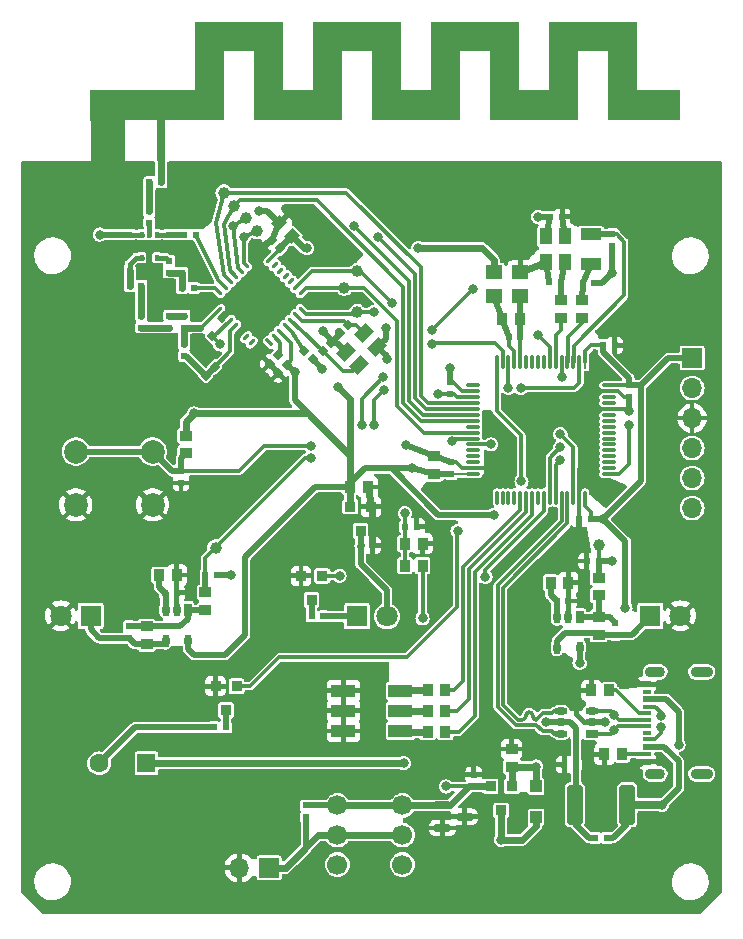
<source format=gtl>
%TF.GenerationSoftware,KiCad,Pcbnew,7.0.7*%
%TF.CreationDate,2023-11-27T18:29:32+03:00*%
%TF.ProjectId,Bagryanets,42616772-7961-46e6-9574-732e6b696361,rev?*%
%TF.SameCoordinates,PX68e7780PY7bfa480*%
%TF.FileFunction,Copper,L1,Top*%
%TF.FilePolarity,Positive*%
%FSLAX46Y46*%
G04 Gerber Fmt 4.6, Leading zero omitted, Abs format (unit mm)*
G04 Created by KiCad (PCBNEW 7.0.7) date 2023-11-27 18:29:32*
%MOMM*%
%LPD*%
G01*
G04 APERTURE LIST*
G04 Aperture macros list*
%AMRoundRect*
0 Rectangle with rounded corners*
0 $1 Rounding radius*
0 $2 $3 $4 $5 $6 $7 $8 $9 X,Y pos of 4 corners*
0 Add a 4 corners polygon primitive as box body*
4,1,4,$2,$3,$4,$5,$6,$7,$8,$9,$2,$3,0*
0 Add four circle primitives for the rounded corners*
1,1,$1+$1,$2,$3*
1,1,$1+$1,$4,$5*
1,1,$1+$1,$6,$7*
1,1,$1+$1,$8,$9*
0 Add four rect primitives between the rounded corners*
20,1,$1+$1,$2,$3,$4,$5,0*
20,1,$1+$1,$4,$5,$6,$7,0*
20,1,$1+$1,$6,$7,$8,$9,0*
20,1,$1+$1,$8,$9,$2,$3,0*%
%AMHorizOval*
0 Thick line with rounded ends*
0 $1 width*
0 $2 $3 position (X,Y) of the first rounded end (center of the circle)*
0 $4 $5 position (X,Y) of the second rounded end (center of the circle)*
0 Add line between two ends*
20,1,$1,$2,$3,$4,$5,0*
0 Add two circle primitives to create the rounded ends*
1,1,$1,$2,$3*
1,1,$1,$4,$5*%
%AMRotRect*
0 Rectangle, with rotation*
0 The origin of the aperture is its center*
0 $1 length*
0 $2 width*
0 $3 Rotation angle, in degrees counterclockwise*
0 Add horizontal line*
21,1,$1,$2,0,0,$3*%
G04 Aperture macros list end*
%TA.AperFunction,SMDPad,CuDef*%
%ADD10R,0.600000X0.600000*%
%TD*%
%TA.AperFunction,SMDPad,CuDef*%
%ADD11C,1.000000*%
%TD*%
%TA.AperFunction,SMDPad,CuDef*%
%ADD12RotRect,0.600000X0.600000X45.000000*%
%TD*%
%TA.AperFunction,SMDPad,CuDef*%
%ADD13R,0.900000X1.000000*%
%TD*%
%TA.AperFunction,SMDPad,CuDef*%
%ADD14R,2.000000X1.100000*%
%TD*%
%TA.AperFunction,SMDPad,CuDef*%
%ADD15RoundRect,0.150000X-0.587500X-0.150000X0.587500X-0.150000X0.587500X0.150000X-0.587500X0.150000X0*%
%TD*%
%TA.AperFunction,SMDPad,CuDef*%
%ADD16R,1.000000X0.900000*%
%TD*%
%TA.AperFunction,SMDPad,CuDef*%
%ADD17R,0.914400X0.914400*%
%TD*%
%TA.AperFunction,SMDPad,CuDef*%
%ADD18RotRect,0.600000X0.600000X135.000000*%
%TD*%
%TA.AperFunction,SMDPad,CuDef*%
%ADD19R,1.000000X1.400000*%
%TD*%
%TA.AperFunction,SMDPad,CuDef*%
%ADD20R,1.397000X1.143000*%
%TD*%
%TA.AperFunction,ComponentPad*%
%ADD21R,1.600000X1.600000*%
%TD*%
%TA.AperFunction,ComponentPad*%
%ADD22C,1.600000*%
%TD*%
%TA.AperFunction,SMDPad,CuDef*%
%ADD23R,0.650000X3.500000*%
%TD*%
%TA.AperFunction,SMDPad,CuDef*%
%ADD24R,3.000000X3.500000*%
%TD*%
%TA.AperFunction,SMDPad,CuDef*%
%ADD25RotRect,0.600000X0.600000X225.000000*%
%TD*%
%TA.AperFunction,SMDPad,CuDef*%
%ADD26RoundRect,0.250000X0.400000X1.450000X-0.400000X1.450000X-0.400000X-1.450000X0.400000X-1.450000X0*%
%TD*%
%TA.AperFunction,SMDPad,CuDef*%
%ADD27R,0.889000X1.016000*%
%TD*%
%TA.AperFunction,SMDPad,CuDef*%
%ADD28R,1.800000X1.000000*%
%TD*%
%TA.AperFunction,ComponentPad*%
%ADD29C,2.000000*%
%TD*%
%TA.AperFunction,SMDPad,CuDef*%
%ADD30RotRect,0.300000X0.750000X225.000000*%
%TD*%
%TA.AperFunction,SMDPad,CuDef*%
%ADD31HorizOval,0.300000X-0.159099X0.159099X0.159099X-0.159099X0*%
%TD*%
%TA.AperFunction,SMDPad,CuDef*%
%ADD32HorizOval,0.300000X0.159099X0.159099X-0.159099X-0.159099X0*%
%TD*%
%TA.AperFunction,SMDPad,CuDef*%
%ADD33RotRect,4.800000X4.800000X135.000000*%
%TD*%
%TA.AperFunction,ComponentPad*%
%ADD34C,1.700000*%
%TD*%
%TA.AperFunction,SMDPad,CuDef*%
%ADD35R,1.000760X1.000760*%
%TD*%
%TA.AperFunction,SMDPad,CuDef*%
%ADD36RotRect,0.600000X0.600000X315.000000*%
%TD*%
%TA.AperFunction,SMDPad,CuDef*%
%ADD37R,0.400000X0.500000*%
%TD*%
%TA.AperFunction,SMDPad,CuDef*%
%ADD38R,0.800000X0.500000*%
%TD*%
%TA.AperFunction,SMDPad,CuDef*%
%ADD39R,0.800000X0.350000*%
%TD*%
%TA.AperFunction,ComponentPad*%
%ADD40O,1.900000X0.900000*%
%TD*%
%TA.AperFunction,ComponentPad*%
%ADD41O,1.700000X0.900000*%
%TD*%
%TA.AperFunction,ComponentPad*%
%ADD42R,1.800000X1.800000*%
%TD*%
%TA.AperFunction,ComponentPad*%
%ADD43C,1.800000*%
%TD*%
%TA.AperFunction,SMDPad,CuDef*%
%ADD44R,1.016000X0.889000*%
%TD*%
%TA.AperFunction,SMDPad,CuDef*%
%ADD45R,1.099820X0.635000*%
%TD*%
%TA.AperFunction,SMDPad,CuDef*%
%ADD46O,1.099820X0.635000*%
%TD*%
%TA.AperFunction,SMDPad,CuDef*%
%ADD47R,0.635000X1.100000*%
%TD*%
%TA.AperFunction,SMDPad,CuDef*%
%ADD48O,0.635000X1.100000*%
%TD*%
%TA.AperFunction,SMDPad,CuDef*%
%ADD49RotRect,0.889000X1.016000X315.000000*%
%TD*%
%TA.AperFunction,SMDPad,CuDef*%
%ADD50RotRect,1.400000X1.000000X45.000000*%
%TD*%
%TA.AperFunction,SMDPad,CuDef*%
%ADD51R,0.270000X1.200000*%
%TD*%
%TA.AperFunction,SMDPad,CuDef*%
%ADD52O,0.270000X1.200000*%
%TD*%
%TA.AperFunction,SMDPad,CuDef*%
%ADD53O,1.200000X0.270000*%
%TD*%
%TA.AperFunction,ComponentPad*%
%ADD54R,1.700000X1.700000*%
%TD*%
%TA.AperFunction,ComponentPad*%
%ADD55O,1.700000X1.700000*%
%TD*%
%TA.AperFunction,ViaPad*%
%ADD56C,0.800000*%
%TD*%
%TA.AperFunction,Conductor*%
%ADD57C,0.500000*%
%TD*%
%TA.AperFunction,Conductor*%
%ADD58C,0.300000*%
%TD*%
%TA.AperFunction,Conductor*%
%ADD59C,0.400000*%
%TD*%
%TA.AperFunction,Conductor*%
%ADD60C,0.600000*%
%TD*%
%TA.AperFunction,Conductor*%
%ADD61C,0.200000*%
%TD*%
%TA.AperFunction,Conductor*%
%ADD62C,0.700000*%
%TD*%
G04 APERTURE END LIST*
%TA.AperFunction,EtchedComponent*%
%TO.C,WA1*%
G36*
X20525000Y70000000D02*
G01*
X23025000Y70000000D01*
X23025000Y75800000D01*
X30525000Y75800000D01*
X30525000Y70000000D01*
X33025000Y70000000D01*
X33025000Y75800000D01*
X40525000Y75800000D01*
X40525000Y70000000D01*
X43025000Y70000000D01*
X43025000Y75800000D01*
X50525000Y75800000D01*
X50525000Y70000000D01*
X54125000Y70000000D01*
X54125000Y67500000D01*
X48025000Y67500000D01*
X48025000Y73300000D01*
X45525000Y73300000D01*
X45525000Y67500000D01*
X38025000Y67500000D01*
X38025000Y73300000D01*
X35525000Y73300000D01*
X35525000Y67500000D01*
X28025000Y67500000D01*
X28025000Y73300000D01*
X25525000Y73300000D01*
X25525000Y67500000D01*
X18025000Y67500000D01*
X18025000Y73300000D01*
X15525000Y73300000D01*
X15525000Y67500000D01*
X10525000Y67500000D01*
X10525000Y67400000D01*
X9875000Y67400000D01*
X9875000Y67500000D01*
X7175000Y67500000D01*
X7175000Y67400000D01*
X4175000Y67400000D01*
X4175000Y70000000D01*
X13025000Y70000000D01*
X13025000Y75800000D01*
X20525000Y75800000D01*
X20525000Y70000000D01*
G37*
%TD.AperFunction*%
%TD*%
D10*
%TO.P,C42,1*%
%TO.N,/RX_TX*%
X10895000Y57800000D03*
%TO.P,C42,2*%
%TO.N,GND*%
X10895000Y58800000D03*
%TD*%
D11*
%TO.P,TP9,1,1*%
%TO.N,/L.RESET*%
X26800000Y51238656D03*
%TD*%
D12*
%TO.P,C9,1*%
%TO.N,/L.OSC_IN*%
X23903447Y47931447D03*
%TO.P,C9,2*%
%TO.N,GND*%
X24610553Y48638553D03*
%TD*%
D13*
%TO.P,R9,1*%
%TO.N,Net-(DA3-+)*%
X10019556Y28975000D03*
%TO.P,R9,2*%
%TO.N,GND*%
X11519556Y28975000D03*
%TD*%
D10*
%TO.P,C36,1*%
%TO.N,Net-(C36-Pad1)*%
X10895000Y50925000D03*
%TO.P,C36,2*%
%TO.N,Net-(C36-Pad2)*%
X10895000Y49925000D03*
%TD*%
%TO.P,C15,1*%
%TO.N,/IR_IN2*%
X47228050Y30150000D03*
%TO.P,C15,2*%
%TO.N,GND*%
X46228050Y30150000D03*
%TD*%
%TO.P,C44,1*%
%TO.N,Net-(DA4-RFC)*%
X9200000Y58785000D03*
%TO.P,C44,2*%
%TO.N,Net-(C44-Pad2)*%
X9200000Y59785000D03*
%TD*%
%TO.P,C45,1*%
%TO.N,Net-(C44-Pad2)*%
X9200000Y60935000D03*
%TO.P,C45,2*%
%TO.N,GND*%
X10200000Y60935000D03*
%TD*%
D14*
%TO.P,VD7,1,RK*%
%TO.N,GND*%
X25625000Y19175000D03*
%TO.P,VD7,2,GK*%
X25625000Y17475000D03*
%TO.P,VD7,3,BK*%
X25625000Y15775000D03*
%TO.P,VD7,4,BA*%
%TO.N,Net-(VD7-BA)*%
X30425000Y15775000D03*
%TO.P,VD7,5,GA*%
%TO.N,Net-(VD7-GA)*%
X30425000Y17475000D03*
%TO.P,VD7,6,RA*%
%TO.N,Net-(VD7-RA)*%
X30425000Y19175000D03*
%TD*%
D10*
%TO.P,C30,1*%
%TO.N,GND*%
X49825000Y44030000D03*
%TO.P,C30,2*%
%TO.N,+3V3*%
X49825000Y45030000D03*
%TD*%
%TO.P,C39,1*%
%TO.N,Net-(C37-Pad1)*%
X10845000Y54585000D03*
%TO.P,C39,2*%
%TO.N,Net-(DA4-RF2)*%
X10845000Y55585000D03*
%TD*%
%TO.P,L4,1,1*%
%TO.N,Net-(U1-RFO_HF)*%
X12155000Y49925000D03*
%TO.P,L4,2,2*%
%TO.N,Net-(C36-Pad1)*%
X12155000Y50925000D03*
%TD*%
%TO.P,C5,1*%
%TO.N,GND*%
X44675000Y26775000D03*
%TO.P,C5,2*%
%TO.N,Net-(DA2-+)*%
X43675000Y26775000D03*
%TD*%
D15*
%TO.P,VD3,1,IO1*%
%TO.N,/Battery*%
X34007500Y9460000D03*
%TO.P,VD3,2,IO2*%
%TO.N,GND*%
X34007500Y7560000D03*
%TO.P,VD3,3,GND*%
X35882500Y8510000D03*
%TD*%
D10*
%TO.P,C35,1*%
%TO.N,GND*%
X13445000Y50925000D03*
%TO.P,C35,2*%
%TO.N,Net-(U1-RFO_HF)*%
X13445000Y49925000D03*
%TD*%
D16*
%TO.P,R13,1*%
%TO.N,Net-(C12-Pad1)*%
X13945000Y26000000D03*
%TO.P,R13,2*%
%TO.N,/IR_IN1*%
X13945000Y27500000D03*
%TD*%
D10*
%TO.P,C37,1*%
%TO.N,Net-(C37-Pad1)*%
X11945000Y54585000D03*
%TO.P,C37,2*%
%TO.N,GND*%
X11945000Y55585000D03*
%TD*%
D13*
%TO.P,R19,1*%
%TO.N,Net-(VD7-BA)*%
X32750000Y15675000D03*
%TO.P,R19,2*%
%TO.N,/LED.G*%
X34250000Y15675000D03*
%TD*%
D10*
%TO.P,C25,1*%
%TO.N,GND*%
X48610000Y48425000D03*
%TO.P,C25,2*%
%TO.N,+3V3*%
X47610000Y48425000D03*
%TD*%
%TO.P,R17,1*%
%TO.N,Net-(U1-RX{slash}TX)*%
X13125000Y57800000D03*
%TO.P,R17,2*%
%TO.N,/RX_TX*%
X12125000Y57800000D03*
%TD*%
D17*
%TO.P,VT2,1,G*%
%TO.N,/IR_Out*%
X23826500Y28906400D03*
%TO.P,VT2,2,S*%
%TO.N,GND*%
X22048500Y28906400D03*
%TO.P,VT2,3,D*%
%TO.N,Net-(VT2-D)*%
X22937500Y26874400D03*
%TD*%
D18*
%TO.P,C34,1*%
%TO.N,GND*%
X14678553Y45121447D03*
%TO.P,C34,2*%
%TO.N,Net-(U1-VR_PA)*%
X13971447Y45828553D03*
%TD*%
D16*
%TO.P,R1,1*%
%TO.N,GND*%
X39875000Y14250000D03*
%TO.P,R1,2*%
%TO.N,/USB.power*%
X39875000Y12750000D03*
%TD*%
D10*
%TO.P,L7,1,1*%
%TO.N,Net-(C40-Pad2)*%
X8525000Y53475000D03*
%TO.P,L7,2,2*%
%TO.N,Net-(DA4-RF1)*%
X7525000Y53475000D03*
%TD*%
D19*
%TO.P,ZQ3,1,1*%
%TO.N,/OSC_IN*%
X42753000Y57643000D03*
%TO.P,ZQ3,2,2*%
%TO.N,Net-(C24-Pad2)*%
X44353000Y55443000D03*
%TO.P,ZQ3,H,H*%
%TO.N,GND*%
X44353000Y57643000D03*
X42753000Y55443000D03*
%TD*%
D17*
%TO.P,VT3,1,G*%
%TO.N,/Buzzer*%
X16576500Y19560000D03*
%TO.P,VT3,2,S*%
%TO.N,GND*%
X14798500Y19560000D03*
%TO.P,VT3,3,D*%
%TO.N,Net-(VT3-D)*%
X15687500Y17528000D03*
%TD*%
D20*
%TO.P,L1,1,1*%
%TO.N,+3V3*%
X38375000Y54641000D03*
%TO.P,L1,2,2*%
%TO.N,/VDDA*%
X38375000Y52609000D03*
%TD*%
D10*
%TO.P,C40,1*%
%TO.N,GND*%
X7525000Y52185000D03*
%TO.P,C40,2*%
%TO.N,Net-(C40-Pad2)*%
X8525000Y52185000D03*
%TD*%
D21*
%TO.P,HA1,1,-*%
%TO.N,/Unst.power*%
X8945000Y13035000D03*
D22*
%TO.P,HA1,2,+*%
%TO.N,Net-(HA1-+)*%
X4945000Y13035000D03*
%TD*%
D23*
%TO.P,WA1,1,RF*%
%TO.N,/Ant*%
X10200000Y65750000D03*
D24*
%TO.P,WA1,2,GND*%
%TO.N,GND*%
X5675000Y65750000D03*
%TD*%
D18*
%TO.P,C33,1*%
%TO.N,GND*%
X15438553Y45901447D03*
%TO.P,C33,2*%
%TO.N,Net-(U1-VR_PA)*%
X14731447Y46608553D03*
%TD*%
D13*
%TO.P,R21,1*%
%TO.N,Net-(VD7-RA)*%
X32750000Y19275000D03*
%TO.P,R21,2*%
%TO.N,/LED.B*%
X34250000Y19275000D03*
%TD*%
D18*
%TO.P,C20,1*%
%TO.N,GND*%
X23028553Y47221447D03*
%TO.P,C20,2*%
%TO.N,Net-(U1-VR_DIG)*%
X22321447Y47928553D03*
%TD*%
D10*
%TO.P,C16,1*%
%TO.N,/IR_IN1*%
X13945000Y28975000D03*
%TO.P,C16,2*%
%TO.N,GND*%
X14945000Y28975000D03*
%TD*%
D16*
%TO.P,R15,1*%
%TO.N,Net-(C24-Pad2)*%
X44025000Y52275000D03*
%TO.P,R15,2*%
%TO.N,/OSC_OUT*%
X44025000Y50775000D03*
%TD*%
D25*
%TO.P,C14,1*%
%TO.N,/L.OSC_OUT*%
X26053553Y50138553D03*
%TO.P,C14,2*%
%TO.N,GND*%
X25346447Y49431447D03*
%TD*%
D10*
%TO.P,C29,1*%
%TO.N,/VSSA*%
X40610000Y49125000D03*
%TO.P,C29,2*%
%TO.N,/VDDA*%
X39610000Y49125000D03*
%TD*%
D26*
%TO.P,F1,1*%
%TO.N,/VBUS*%
X49670000Y9525000D03*
%TO.P,F1,2*%
%TO.N,/USB.power*%
X45220000Y9525000D03*
%TD*%
D10*
%TO.P,L8,1,1*%
%TO.N,Net-(C44-Pad2)*%
X9200000Y62225000D03*
%TO.P,L8,2,2*%
%TO.N,/Ant*%
X10200000Y62225000D03*
%TD*%
%TO.P,C19,1*%
%TO.N,GND*%
X44153000Y59305000D03*
%TO.P,C19,2*%
%TO.N,/OSC_IN*%
X43153000Y59305000D03*
%TD*%
D11*
%TO.P,TP2,1,1*%
%TO.N,/IR_IN1*%
X14800000Y31300000D03*
%TD*%
D27*
%TO.P,C4,1*%
%TO.N,GND*%
X27722500Y36425000D03*
%TO.P,C4,2*%
%TO.N,+3V3*%
X26198500Y36425000D03*
%TD*%
D11*
%TO.P,TP4,1,1*%
%TO.N,/L.DIO1*%
X26800000Y54700000D03*
%TD*%
D28*
%TO.P,ZQ2,1,1*%
%TO.N,/OSC32_IN*%
X46575000Y57825000D03*
%TO.P,ZQ2,2,2*%
%TO.N,Net-(C23-Pad2)*%
X46575000Y55325000D03*
%TD*%
D29*
%TO.P,SB2,1,1*%
%TO.N,GND*%
X9475000Y34925000D03*
X2975000Y34925000D03*
%TO.P,SB2,2,2*%
%TO.N,Net-(DD1-NRST)*%
X9475000Y39425000D03*
X2975000Y39425000D03*
%TD*%
D10*
%TO.P,C18,1*%
%TO.N,GND*%
X48375000Y56825000D03*
%TO.P,C18,2*%
%TO.N,/OSC32_IN*%
X48375000Y57825000D03*
%TD*%
D30*
%TO.P,U1,1,RFI_LF*%
%TO.N,unconnected-(U1-RFI_LF-Pad1)*%
X19347462Y48664821D03*
D31*
%TO.P,U1,2,VR_ANA*%
%TO.N,Net-(U1-VR_ANA)*%
X19807082Y49124441D03*
%TO.P,U1,3,VBAT_ANA*%
%TO.N,+3V3*%
X20266701Y49584060D03*
%TO.P,U1,4,VR_DIG*%
%TO.N,Net-(U1-VR_DIG)*%
X20726320Y50043680D03*
%TO.P,U1,5,XTA*%
%TO.N,/L.OSC_IN*%
X21185940Y50503299D03*
%TO.P,U1,6,XTB*%
%TO.N,/L.OSC_OUT*%
X21645559Y50962918D03*
%TO.P,U1,7,~{RESET}*%
%TO.N,/L.RESET*%
X22105179Y51422538D03*
D32*
%TO.P,U1,8,DIO0*%
%TO.N,/L.DIO0*%
X22105179Y52907462D03*
%TO.P,U1,9,DIO1*%
%TO.N,/L.DIO1*%
X21645559Y53367082D03*
%TO.P,U1,10,DIO2*%
%TO.N,unconnected-(U1-DIO2-Pad10)*%
X21185940Y53826701D03*
%TO.P,U1,11,DIO3*%
%TO.N,unconnected-(U1-DIO3-Pad11)*%
X20726320Y54286320D03*
%TO.P,U1,12,DIO4*%
%TO.N,unconnected-(U1-DIO4-Pad12)*%
X20266701Y54745940D03*
%TO.P,U1,13,DIO5*%
%TO.N,unconnected-(U1-DIO5-Pad13)*%
X19807082Y55205559D03*
%TO.P,U1,14,VBAT_DIG*%
%TO.N,+3V3*%
X19347462Y55665179D03*
D31*
%TO.P,U1,15,GND*%
%TO.N,GND*%
X17862538Y55665179D03*
%TO.P,U1,16,SCK*%
%TO.N,/L.SCK*%
X17402918Y55205559D03*
%TO.P,U1,17,MISO*%
%TO.N,/L.MISO*%
X16943299Y54745940D03*
%TO.P,U1,18,MOSI*%
%TO.N,/L.MOSI*%
X16483680Y54286320D03*
%TO.P,U1,19,NSS*%
%TO.N,/L.NSS*%
X16024060Y53826701D03*
%TO.P,U1,20,RX/TX*%
%TO.N,Net-(U1-RX{slash}TX)*%
X15564441Y53367082D03*
%TO.P,U1,21,RFI_HF*%
%TO.N,Net-(U1-RFI_HF)*%
X15104821Y52907462D03*
D32*
%TO.P,U1,22,RFO_HF*%
%TO.N,Net-(U1-RFO_HF)*%
X15104821Y51422538D03*
%TO.P,U1,23,GND*%
%TO.N,GND*%
X15564441Y50962918D03*
%TO.P,U1,24,VBAT_RF*%
%TO.N,+3V3*%
X16024060Y50503299D03*
%TO.P,U1,25,VR_PA*%
%TO.N,Net-(U1-VR_PA)*%
X16483680Y50043680D03*
%TO.P,U1,26,GND*%
%TO.N,GND*%
X16943299Y49584060D03*
%TO.P,U1,27,PA_BOOST*%
%TO.N,unconnected-(U1-PA_BOOST-Pad27)*%
X17402918Y49124441D03*
%TO.P,U1,28,RFO_LF*%
%TO.N,unconnected-(U1-RFO_LF-Pad28)*%
X17862538Y48664821D03*
D33*
%TO.P,U1,PAD,GND*%
%TO.N,GND*%
X18605000Y52165000D03*
%TD*%
D13*
%TO.P,R6,1*%
%TO.N,/BatCtrl*%
X30825000Y29775000D03*
%TO.P,R6,2*%
%TO.N,/Battery*%
X32325000Y29775000D03*
%TD*%
D34*
%TO.P,SB1,1*%
%TO.N,/Battery*%
X30620000Y9460000D03*
%TO.P,SB1,2*%
%TO.N,Net-(R5-Pad1)*%
X30620000Y6960000D03*
%TO.P,SB1,3*%
%TO.N,unconnected-(SB1-Pad3)*%
X30620000Y4460000D03*
%TO.P,SB1,4*%
%TO.N,/Battery*%
X25120000Y9460000D03*
%TO.P,SB1,5*%
%TO.N,Net-(R5-Pad1)*%
X25120000Y6960000D03*
%TO.P,SB1,6*%
%TO.N,unconnected-(SB1-Pad6)*%
X25120000Y4460000D03*
%TD*%
D10*
%TO.P,L5,1,1*%
%TO.N,Net-(U1-RFI_HF)*%
X12945000Y53285000D03*
%TO.P,L5,2,2*%
%TO.N,Net-(C37-Pad1)*%
X11945000Y53285000D03*
%TD*%
D16*
%TO.P,R11,1*%
%TO.N,Net-(DA3--)*%
X8969286Y23125000D03*
%TO.P,R11,2*%
%TO.N,Net-(C12-Pad1)*%
X8969286Y24625000D03*
%TD*%
D12*
%TO.P,C22,1*%
%TO.N,GND*%
X19371447Y46871447D03*
%TO.P,C22,2*%
%TO.N,Net-(U1-VR_ANA)*%
X20078553Y47578553D03*
%TD*%
D10*
%TO.P,C11,1*%
%TO.N,Net-(C11-Pad1)*%
X48658050Y24925000D03*
%TO.P,C11,2*%
%TO.N,Net-(DA2--)*%
X48658050Y23925000D03*
%TD*%
D35*
%TO.P,VD1,A,A*%
%TO.N,/USB.power*%
X41950000Y11078500D03*
%TO.P,VD1,C,C*%
%TO.N,/Unst.power*%
X41950000Y8477540D03*
%TD*%
D11*
%TO.P,TP7,1,1*%
%TO.N,/L.MOSI*%
X16400000Y60200000D03*
%TD*%
%TO.P,TP5,1,1*%
%TO.N,/L.SCK*%
X18300000Y58100000D03*
%TD*%
D10*
%TO.P,L6,1,1*%
%TO.N,Net-(C36-Pad2)*%
X8525000Y49925000D03*
%TO.P,L6,2,2*%
%TO.N,Net-(C40-Pad2)*%
X8525000Y50925000D03*
%TD*%
%TO.P,R4,1*%
%TO.N,/VBUS*%
X47925000Y6725000D03*
%TO.P,R4,2*%
%TO.N,/USB.power*%
X46925000Y6725000D03*
%TD*%
D36*
%TO.P,C10,1*%
%TO.N,GND*%
X19551447Y57328553D03*
%TO.P,C10,2*%
%TO.N,+3V3*%
X20258553Y56621447D03*
%TD*%
D10*
%TO.P,C23,1*%
%TO.N,GND*%
X46875000Y53725000D03*
%TO.P,C23,2*%
%TO.N,Net-(C23-Pad2)*%
X45875000Y53725000D03*
%TD*%
%TO.P,C8,1*%
%TO.N,GND*%
X31825000Y33075000D03*
%TO.P,C8,2*%
%TO.N,/BatCtrl*%
X30825000Y33075000D03*
%TD*%
%TO.P,R5,1*%
%TO.N,Net-(R5-Pad1)*%
X22475000Y8460000D03*
%TO.P,R5,2*%
%TO.N,/Battery*%
X22475000Y9460000D03*
%TD*%
D13*
%TO.P,R7,1*%
%TO.N,GND*%
X32325000Y31625000D03*
%TO.P,R7,2*%
%TO.N,/BatCtrl*%
X30825000Y31625000D03*
%TD*%
D37*
%TO.P,DA4,1,RF1*%
%TO.N,Net-(DA4-RF1)*%
X8550000Y55850000D03*
%TO.P,DA4,2,GND*%
%TO.N,GND*%
X9200000Y55850000D03*
%TO.P,DA4,3,RF2*%
%TO.N,Net-(DA4-RF2)*%
X9850000Y55850000D03*
%TO.P,DA4,4,CTRL*%
%TO.N,/RX_TX*%
X9850000Y57800000D03*
%TO.P,DA4,5,RFC*%
%TO.N,Net-(DA4-RFC)*%
X9200000Y57800000D03*
%TO.P,DA4,6,VDD*%
%TO.N,+3V3*%
X8550000Y57800000D03*
%TD*%
D10*
%TO.P,C46,1*%
%TO.N,/Ant*%
X10200000Y63485000D03*
%TO.P,C46,2*%
%TO.N,GND*%
X9200000Y63485000D03*
%TD*%
D38*
%TO.P,XS1,A1B12,GND*%
%TO.N,GND*%
X51325000Y13170000D03*
%TO.P,XS1,A4B9,VBUS*%
%TO.N,/VBUS*%
X51325000Y14440000D03*
D39*
%TO.P,XS1,A5,CC1*%
%TO.N,Net-(XS1-CC1)*%
X51325000Y13800000D03*
%TO.P,XS1,A6,DP1*%
%TO.N,/Conn.D+*%
X51325000Y15075000D03*
%TO.P,XS1,A7,DN1*%
%TO.N,/Conn.D-*%
X51325000Y17825000D03*
%TO.P,XS1,A8,SBU1*%
%TO.N,unconnected-(XS1-SBU1-PadA8)*%
X51325000Y19100000D03*
D38*
%TO.P,XS1,B1A12,GND*%
%TO.N,GND*%
X51325000Y19730000D03*
%TO.P,XS1,B4A9,VBUS*%
%TO.N,/VBUS*%
X51325000Y18460000D03*
D39*
%TO.P,XS1,B5,CC2*%
%TO.N,Net-(XS1-CC2)*%
X51325000Y17275000D03*
%TO.P,XS1,B6,DP2*%
%TO.N,/Conn.D+*%
X51325000Y16725000D03*
%TO.P,XS1,B7,DN2*%
%TO.N,/Conn.D-*%
X51325000Y16175000D03*
%TO.P,XS1,B8,SBU2*%
%TO.N,unconnected-(XS1-SBU2-PadB8)*%
X51325000Y15625000D03*
D40*
%TO.P,XS1,SHLD1*%
%TO.N,unconnected-(XS1-PadSHLD1)*%
X55965000Y12125000D03*
D41*
%TO.P,XS1,SHLD2*%
%TO.N,unconnected-(XS1-PadSHLD2)*%
X52025000Y12125000D03*
%TO.P,XS1,SHLD3*%
%TO.N,unconnected-(XS1-PadSHLD3)*%
X52025000Y20775000D03*
D40*
%TO.P,XS1,SHLD4*%
%TO.N,unconnected-(XS1-PadSHLD4)*%
X55965000Y20775000D03*
%TD*%
D17*
%TO.P,VT1,1,G*%
%TO.N,/USB.power*%
X39875800Y11078500D03*
%TO.P,VT1,2,S*%
%TO.N,/Battery*%
X38097800Y11078500D03*
%TO.P,VT1,3,D*%
%TO.N,/Unst.power*%
X38986800Y9046500D03*
%TD*%
D10*
%TO.P,C38,1*%
%TO.N,GND*%
X9795000Y50925000D03*
%TO.P,C38,2*%
%TO.N,Net-(C36-Pad2)*%
X9795000Y49925000D03*
%TD*%
%TO.P,C31,1*%
%TO.N,GND*%
X11875000Y36775000D03*
%TO.P,C31,2*%
%TO.N,Net-(DD1-NRST)*%
X11875000Y37775000D03*
%TD*%
D11*
%TO.P,TP8,1,1*%
%TO.N,/L.NSS*%
X15500000Y61350000D03*
%TD*%
D16*
%TO.P,R12,1*%
%TO.N,Net-(C11-Pad1)*%
X47228050Y27250000D03*
%TO.P,R12,2*%
%TO.N,/IR_IN2*%
X47228050Y28750000D03*
%TD*%
D10*
%TO.P,C6,1*%
%TO.N,GND*%
X11519556Y27475000D03*
%TO.P,C6,2*%
%TO.N,Net-(DA3-+)*%
X10519556Y27475000D03*
%TD*%
D16*
%TO.P,R10,1*%
%TO.N,Net-(DA2--)*%
X47228050Y23925000D03*
%TO.P,R10,2*%
%TO.N,Net-(C11-Pad1)*%
X47228050Y25425000D03*
%TD*%
D17*
%TO.P,DA1,1,GND*%
%TO.N,GND*%
X27976500Y34763600D03*
%TO.P,DA1,2,VO*%
%TO.N,+3V3*%
X26198500Y34763600D03*
%TO.P,DA1,3,VI*%
%TO.N,/Unst.power*%
X27087500Y32731600D03*
%TD*%
D12*
%TO.P,C13,1*%
%TO.N,GND*%
X13821447Y48471447D03*
%TO.P,C13,2*%
%TO.N,+3V3*%
X14528553Y49178553D03*
%TD*%
D13*
%TO.P,R20,1*%
%TO.N,Net-(VD7-GA)*%
X32750000Y17475000D03*
%TO.P,R20,2*%
%TO.N,/LED.R*%
X34250000Y17475000D03*
%TD*%
%TO.P,R2,1*%
%TO.N,Net-(XS1-CC1)*%
X49225000Y13800000D03*
%TO.P,R2,2*%
%TO.N,GND*%
X47725000Y13800000D03*
%TD*%
D10*
%TO.P,C32,1*%
%TO.N,GND*%
X45600000Y33750000D03*
%TO.P,C32,2*%
%TO.N,+3V3*%
X46600000Y33750000D03*
%TD*%
%TO.P,C28,1*%
%TO.N,GND*%
X34775000Y38530000D03*
%TO.P,C28,2*%
%TO.N,+3V3*%
X34775000Y37530000D03*
%TD*%
D12*
%TO.P,C17,1*%
%TO.N,GND*%
X20121447Y46071447D03*
%TO.P,C17,2*%
%TO.N,+3V3*%
X20828553Y46778553D03*
%TD*%
D42*
%TO.P,VD5,1,K*%
%TO.N,Net-(DA3--)*%
X4225000Y25525000D03*
D43*
%TO.P,VD5,2,A*%
%TO.N,GND*%
X1685000Y25525000D03*
%TD*%
D16*
%TO.P,R14,1*%
%TO.N,Net-(C23-Pad2)*%
X45825000Y52275000D03*
%TO.P,R14,2*%
%TO.N,/OSC32_OUT*%
X45825000Y50775000D03*
%TD*%
D10*
%TO.P,C43,1*%
%TO.N,+3V3*%
X7495000Y57800000D03*
%TO.P,C43,2*%
%TO.N,GND*%
X7495000Y56800000D03*
%TD*%
%TO.P,C26,1*%
%TO.N,GND*%
X34625000Y45330000D03*
%TO.P,C26,2*%
%TO.N,+3V3*%
X34625000Y44330000D03*
%TD*%
%TO.P,L3,1,1*%
%TO.N,Net-(U1-VR_PA)*%
X12155000Y47515000D03*
%TO.P,L3,2,2*%
%TO.N,Net-(U1-RFO_HF)*%
X12155000Y48515000D03*
%TD*%
D11*
%TO.P,TP1,1,1*%
%TO.N,/IR_IN2*%
X47228050Y31500000D03*
%TD*%
D10*
%TO.P,C3,1*%
%TO.N,GND*%
X36650000Y12075000D03*
%TO.P,C3,2*%
%TO.N,/Battery*%
X36650000Y11075000D03*
%TD*%
D20*
%TO.P,L2,1,1*%
%TO.N,GND*%
X40610000Y54641000D03*
%TO.P,L2,2,2*%
%TO.N,/VSSA*%
X40610000Y52609000D03*
%TD*%
D10*
%TO.P,C41,1*%
%TO.N,GND*%
X8525000Y54735000D03*
%TO.P,C41,2*%
%TO.N,Net-(DA4-RF1)*%
X7525000Y54735000D03*
%TD*%
%TO.P,C12,1*%
%TO.N,Net-(C12-Pad1)*%
X7475000Y24625000D03*
%TO.P,C12,2*%
%TO.N,Net-(DA3--)*%
X7475000Y23625000D03*
%TD*%
D42*
%TO.P,VD6,1,K*%
%TO.N,Net-(VD6-K)*%
X26775000Y25475000D03*
D43*
%TO.P,VD6,2,A*%
%TO.N,/Unst.power*%
X29315000Y25475000D03*
%TD*%
D44*
%TO.P,C21,1*%
%TO.N,GND*%
X33325000Y39054000D03*
%TO.P,C21,2*%
%TO.N,+3V3*%
X33325000Y37530000D03*
%TD*%
D45*
%TO.P,VD2,1,I/O1*%
%TO.N,/Conn.D-*%
X46637980Y15550040D03*
D46*
%TO.P,VD2,2,GND*%
%TO.N,GND*%
X46637980Y16500000D03*
%TO.P,VD2,3,I/O2*%
%TO.N,/Conn.D+*%
X46637980Y17449960D03*
%TO.P,VD2,4,I/O2*%
%TO.N,/USB.D+*%
X44037020Y17449960D03*
%TO.P,VD2,5,Vbus*%
%TO.N,/USB.power*%
X44037020Y16500000D03*
%TO.P,VD2,6,I/O1*%
%TO.N,/USB.D-*%
X44037020Y15550040D03*
%TD*%
D10*
%TO.P,C2,1*%
%TO.N,GND*%
X28087500Y31475000D03*
%TO.P,C2,2*%
%TO.N,/Unst.power*%
X27087500Y31475000D03*
%TD*%
D47*
%TO.P,DA3,1*%
%TO.N,Net-(C12-Pad1)*%
X12469556Y26000000D03*
D48*
%TO.P,DA3,2*%
%TO.N,GND*%
X11519556Y26000000D03*
%TO.P,DA3,3,+*%
%TO.N,Net-(DA3-+)*%
X10569556Y26000000D03*
%TO.P,DA3,4,-*%
%TO.N,Net-(DA3--)*%
X10569556Y23400000D03*
%TO.P,DA3,5*%
%TO.N,+3V3*%
X12469556Y23400000D03*
%TD*%
D49*
%TO.P,C7,1*%
%TO.N,GND*%
X20216185Y58763815D03*
%TO.P,C7,2*%
%TO.N,+3V3*%
X21293815Y57686185D03*
%TD*%
D10*
%TO.P,C24,1*%
%TO.N,GND*%
X43053000Y53743000D03*
%TO.P,C24,2*%
%TO.N,Net-(C24-Pad2)*%
X44053000Y53743000D03*
%TD*%
D11*
%TO.P,TP3,1,1*%
%TO.N,/L.DIO0*%
X25700000Y53300000D03*
%TD*%
D13*
%TO.P,R8,1*%
%TO.N,Net-(DA2-+)*%
X43175000Y28325000D03*
%TO.P,R8,2*%
%TO.N,GND*%
X44675000Y28325000D03*
%TD*%
D27*
%TO.P,C27,1*%
%TO.N,/VSSA*%
X40610000Y50625000D03*
%TO.P,C27,2*%
%TO.N,/VDDA*%
X39086000Y50625000D03*
%TD*%
D10*
%TO.P,C1,1*%
%TO.N,GND*%
X44320000Y12925000D03*
%TO.P,C1,2*%
%TO.N,/USB.power*%
X45320000Y12925000D03*
%TD*%
D11*
%TO.P,TP6,1,1*%
%TO.N,/L.MISO*%
X17400000Y59200000D03*
%TD*%
D10*
%TO.P,R22,1*%
%TO.N,Net-(VT3-D)*%
X15687500Y16075000D03*
%TO.P,R22,2*%
%TO.N,Net-(HA1-+)*%
X14687500Y16075000D03*
%TD*%
D47*
%TO.P,DA2,1*%
%TO.N,Net-(C11-Pad1)*%
X45625000Y25428860D03*
D48*
%TO.P,DA2,2*%
%TO.N,GND*%
X44675000Y25428860D03*
%TO.P,DA2,3,+*%
%TO.N,Net-(DA2-+)*%
X43725000Y25428860D03*
%TO.P,DA2,4,-*%
%TO.N,Net-(DA2--)*%
X43725000Y22828860D03*
%TO.P,DA2,5*%
%TO.N,+3V3*%
X45625000Y22828860D03*
%TD*%
D50*
%TO.P,ZQ1,1,1*%
%TO.N,/L.OSC_IN*%
X26944868Y46741497D03*
%TO.P,ZQ1,2,2*%
%TO.N,/L.OSC_OUT*%
X27369132Y49428503D03*
%TO.P,ZQ1,H,H*%
%TO.N,GND*%
X25813497Y47872868D03*
X28500503Y48297132D03*
%TD*%
D10*
%TO.P,R18,1*%
%TO.N,Net-(VD6-K)*%
X23937500Y25475000D03*
%TO.P,R18,2*%
%TO.N,Net-(VT2-D)*%
X22937500Y25475000D03*
%TD*%
D13*
%TO.P,R3,1*%
%TO.N,Net-(XS1-CC2)*%
X48125000Y19200000D03*
%TO.P,R3,2*%
%TO.N,GND*%
X46625000Y19200000D03*
%TD*%
D16*
%TO.P,R16,1*%
%TO.N,Net-(DD1-NRST)*%
X12275000Y39275000D03*
%TO.P,R16,2*%
%TO.N,+3V3*%
X12275000Y40775000D03*
%TD*%
D42*
%TO.P,VD4,1,K*%
%TO.N,Net-(DA2--)*%
X51625000Y25525000D03*
D43*
%TO.P,VD4,2,A*%
%TO.N,GND*%
X54165000Y25525000D03*
%TD*%
D51*
%TO.P,DD1,1,VBAT*%
%TO.N,+3V3*%
X46100000Y47030000D03*
D52*
%TO.P,DD1,2,PC13*%
%TO.N,/L.DIO1*%
X45600000Y47030000D03*
%TO.P,DD1,3,PC14*%
%TO.N,/OSC32_IN*%
X45100000Y47030000D03*
%TO.P,DD1,4,PC15*%
%TO.N,/OSC32_OUT*%
X44600000Y47030000D03*
%TO.P,DD1,5,PF0*%
%TO.N,/OSC_IN*%
X44100000Y47030000D03*
%TO.P,DD1,6,PF1*%
%TO.N,/OSC_OUT*%
X43600000Y47030000D03*
%TO.P,DD1,7,NRST*%
%TO.N,Net-(DD1-NRST)*%
X43100000Y47030000D03*
%TO.P,DD1,8,PC0*%
%TO.N,unconnected-(DD1-PC0-Pad8)*%
X42600000Y47030000D03*
%TO.P,DD1,9,PC1*%
%TO.N,unconnected-(DD1-PC1-Pad9)*%
X42100000Y47030000D03*
%TO.P,DD1,10,PC2*%
%TO.N,unconnected-(DD1-PC2-Pad10)*%
X41600000Y47030000D03*
%TO.P,DD1,11,PC3*%
%TO.N,unconnected-(DD1-PC3-Pad11)*%
X41100000Y47030000D03*
%TO.P,DD1,12,VSSA*%
%TO.N,/VSSA*%
X40600000Y47030000D03*
%TO.P,DD1,13,VDDA*%
%TO.N,/VDDA*%
X40100000Y47030000D03*
%TO.P,DD1,14,PA0*%
%TO.N,/L.RESET*%
X39600000Y47030000D03*
%TO.P,DD1,15,PA1*%
%TO.N,/IR_IN1*%
X39100000Y47030000D03*
%TO.P,DD1,16,PA2*%
%TO.N,/IR_IN2*%
X38600000Y47030000D03*
D53*
%TO.P,DD1,17,PA3*%
%TO.N,unconnected-(DD1-PA3-Pad17)*%
X36600000Y45030000D03*
%TO.P,DD1,18,VSS*%
%TO.N,GND*%
X36600000Y44530000D03*
%TO.P,DD1,19,VDD*%
%TO.N,+3V3*%
X36600000Y44030000D03*
%TO.P,DD1,20,PA4*%
%TO.N,/L.NSS*%
X36600000Y43530000D03*
%TO.P,DD1,21,PA5*%
%TO.N,/L.SCK*%
X36600000Y43030000D03*
%TO.P,DD1,22,PA6*%
%TO.N,/L.MISO*%
X36600000Y42530000D03*
%TO.P,DD1,23,PA7*%
%TO.N,/L.MOSI*%
X36600000Y42030000D03*
%TO.P,DD1,24,PC4*%
%TO.N,unconnected-(DD1-PC4-Pad24)*%
X36600000Y41530000D03*
%TO.P,DD1,25,PC5*%
%TO.N,/L.DIO0*%
X36600000Y41030000D03*
%TO.P,DD1,26,PB0*%
%TO.N,/BatCtrl*%
X36600000Y40530000D03*
%TO.P,DD1,27,PB1*%
%TO.N,/Buzzer*%
X36600000Y40030000D03*
%TO.P,DD1,28,PB2*%
%TO.N,unconnected-(DD1-PB2-Pad28)*%
X36600000Y39530000D03*
%TO.P,DD1,29,PB10*%
%TO.N,unconnected-(DD1-PB10-Pad29)*%
X36600000Y39030000D03*
%TO.P,DD1,30,PB11*%
%TO.N,unconnected-(DD1-PB11-Pad30)*%
X36600000Y38530000D03*
%TO.P,DD1,31,VSS*%
%TO.N,GND*%
X36600000Y38030000D03*
%TO.P,DD1,32,VDD*%
%TO.N,+3V3*%
X36600000Y37530000D03*
D52*
%TO.P,DD1,33,PB12*%
%TO.N,unconnected-(DD1-PB12-Pad33)*%
X38600000Y35530000D03*
%TO.P,DD1,34,PB13*%
%TO.N,unconnected-(DD1-PB13-Pad34)*%
X39100000Y35530000D03*
%TO.P,DD1,35,PB14*%
%TO.N,unconnected-(DD1-PB14-Pad35)*%
X39600000Y35530000D03*
%TO.P,DD1,36,PB15*%
%TO.N,unconnected-(DD1-PB15-Pad36)*%
X40100000Y35530000D03*
%TO.P,DD1,37,PC6*%
%TO.N,/LED.B*%
X40600000Y35530000D03*
%TO.P,DD1,38,PC7*%
%TO.N,/LED.R*%
X41100000Y35530000D03*
%TO.P,DD1,39,PC8*%
%TO.N,/LED.G*%
X41600000Y35530000D03*
%TO.P,DD1,40,PC9*%
%TO.N,unconnected-(DD1-PC9-Pad40)*%
X42100000Y35530000D03*
%TO.P,DD1,41,PA8*%
%TO.N,/IR_Out*%
X42600000Y35530000D03*
%TO.P,DD1,42,PA9*%
%TO.N,/UART_TX*%
X43100000Y35530000D03*
%TO.P,DD1,43,PA10*%
%TO.N,/UART_RX*%
X43600000Y35530000D03*
%TO.P,DD1,44,PA11*%
%TO.N,/USB.D-*%
X44100000Y35530000D03*
%TO.P,DD1,45,PA12*%
%TO.N,/USB.D+*%
X44600000Y35530000D03*
%TO.P,DD1,46,PA13*%
%TO.N,/SWDIO*%
X45100000Y35530000D03*
%TO.P,DD1,47,VSS*%
%TO.N,GND*%
X45600000Y35530000D03*
%TO.P,DD1,48,VDDIO2*%
%TO.N,+3V3*%
X46100000Y35530000D03*
D53*
%TO.P,DD1,49,PA14*%
%TO.N,/SWCLK*%
X48100000Y37530000D03*
%TO.P,DD1,50,PA15*%
%TO.N,unconnected-(DD1-PA15-Pad50)*%
X48100000Y38030000D03*
%TO.P,DD1,51,PC10*%
%TO.N,unconnected-(DD1-PC10-Pad51)*%
X48100000Y38530000D03*
%TO.P,DD1,52,PC11*%
%TO.N,unconnected-(DD1-PC11-Pad52)*%
X48100000Y39030000D03*
%TO.P,DD1,53,PC12*%
%TO.N,unconnected-(DD1-PC12-Pad53)*%
X48100000Y39530000D03*
%TO.P,DD1,54,PD2*%
%TO.N,unconnected-(DD1-PD2-Pad54)*%
X48100000Y40030000D03*
%TO.P,DD1,55,PB3*%
%TO.N,unconnected-(DD1-PB3-Pad55)*%
X48100000Y40530000D03*
%TO.P,DD1,56,PB4*%
%TO.N,unconnected-(DD1-PB4-Pad56)*%
X48100000Y41030000D03*
%TO.P,DD1,57,PB5*%
%TO.N,unconnected-(DD1-PB5-Pad57)*%
X48100000Y41530000D03*
%TO.P,DD1,58,PB6*%
%TO.N,unconnected-(DD1-PB6-Pad58)*%
X48100000Y42030000D03*
%TO.P,DD1,59,PB7*%
%TO.N,unconnected-(DD1-PB7-Pad59)*%
X48100000Y42530000D03*
%TO.P,DD1,60,BOOT0*%
%TO.N,GND*%
X48100000Y43030000D03*
%TO.P,DD1,61,PB8*%
%TO.N,unconnected-(DD1-PB8-Pad61)*%
X48100000Y43530000D03*
%TO.P,DD1,62,PB9*%
%TO.N,unconnected-(DD1-PB9-Pad62)*%
X48100000Y44030000D03*
%TO.P,DD1,63,VSS*%
%TO.N,GND*%
X48100000Y44530000D03*
%TO.P,DD1,64,VDD*%
%TO.N,+3V3*%
X48100000Y45030000D03*
%TD*%
D54*
%TO.P,XP2,1*%
%TO.N,Net-(R5-Pad1)*%
X19345000Y4185000D03*
D55*
%TO.P,XP2,2*%
%TO.N,GND*%
X16805000Y4185000D03*
%TD*%
D54*
%TO.P,XP1,1*%
%TO.N,+3V3*%
X55151000Y47345000D03*
D55*
%TO.P,XP1,2*%
%TO.N,/SWCLK*%
X55151000Y44805000D03*
%TO.P,XP1,3*%
%TO.N,GND*%
X55151000Y42265000D03*
%TO.P,XP1,4*%
%TO.N,/SWDIO*%
X55151000Y39725000D03*
%TO.P,XP1,5*%
%TO.N,/UART_TX*%
X55151000Y37185000D03*
%TO.P,XP1,6*%
%TO.N,/UART_RX*%
X55151000Y34645000D03*
%TD*%
D56*
%TO.N,GND*%
X0Y15000000D03*
X46400000Y13800000D03*
X20200000Y52400000D03*
X52500000Y63500000D03*
X39400000Y43700000D03*
X6500000Y63500000D03*
X40000000Y63500000D03*
X7100000Y50500000D03*
X5000000Y45000000D03*
X15000000Y5000000D03*
X10000000Y20000000D03*
X50000000Y63500000D03*
X38000000Y42300000D03*
X20000000Y63500000D03*
X18600000Y54100000D03*
X46000000Y28300000D03*
X41400000Y42300000D03*
X9300000Y26100000D03*
X35000000Y60000000D03*
X9400000Y48700000D03*
X0Y60000000D03*
X40100000Y24900000D03*
X6500000Y55400000D03*
X12500000Y63500000D03*
X14100000Y17900000D03*
X42000000Y37800000D03*
X37700000Y23900000D03*
X44200000Y31600000D03*
X37500000Y63500000D03*
X48100000Y45900000D03*
X48375000Y54575000D03*
X21200000Y59700000D03*
X17500000Y63500000D03*
X30900000Y57700000D03*
X45000000Y5000000D03*
X6300000Y53900000D03*
X40600000Y56100000D03*
X36650000Y13100000D03*
X50000000Y60000000D03*
X8000000Y61700000D03*
X20000000Y20000000D03*
X12300000Y52100000D03*
X22500000Y63500000D03*
X29300000Y47300000D03*
X10000000Y10000000D03*
X0Y10000000D03*
X55000000Y50000000D03*
X47800000Y16500000D03*
X43300000Y34100000D03*
X13700000Y54400000D03*
X9700000Y53300000D03*
X45500000Y43100000D03*
X11500000Y22000000D03*
X30000000Y60000000D03*
X36900000Y9900000D03*
X29000000Y36400000D03*
X25000000Y63500000D03*
X39600000Y15700000D03*
X23000000Y52100000D03*
X21700000Y55500000D03*
X52750000Y48900000D03*
X-1000000Y63500000D03*
X16200000Y46900000D03*
X42500000Y63500000D03*
X40000000Y60000000D03*
X32100000Y8100000D03*
X47350000Y8250000D03*
X25700000Y55600000D03*
X12800000Y29000000D03*
X37700000Y27400000D03*
X4800000Y63500000D03*
X10000000Y5000000D03*
X55700000Y17600000D03*
X52700000Y45000000D03*
X45900000Y26800000D03*
X55000000Y63500000D03*
X7600000Y48900000D03*
X49850000Y42850000D03*
X52600000Y33050000D03*
X42300000Y29800000D03*
X28800000Y20900000D03*
X37700000Y20900000D03*
X11200000Y61200000D03*
X8200000Y63500000D03*
X0Y45000000D03*
X5000000Y20000000D03*
X6500000Y56700000D03*
X11900000Y56600000D03*
X40000000Y5000000D03*
X42400000Y18300000D03*
X49700000Y20700000D03*
X33200000Y36000000D03*
X50600000Y46200000D03*
X40400000Y27800000D03*
X33800000Y32700000D03*
X20000000Y25000000D03*
X45300000Y18900000D03*
X29200000Y49900000D03*
X0Y20000000D03*
X48200000Y36000000D03*
X19200000Y50300000D03*
X20500000Y43700000D03*
X50800000Y27500000D03*
X33800000Y30100000D03*
X47500000Y63500000D03*
X6500000Y52200000D03*
X20000000Y15000000D03*
X12800000Y59000000D03*
X9200000Y56800000D03*
X35000000Y5000000D03*
X9700000Y51900000D03*
X15000000Y10000000D03*
X23500000Y59300000D03*
X25000000Y35400000D03*
X18900000Y45700000D03*
X54000000Y20200000D03*
X50000000Y50000000D03*
X0Y35000000D03*
X0Y40000000D03*
X27100000Y52400000D03*
X30000000Y63500000D03*
X35000000Y63500000D03*
X1000000Y63500000D03*
X20000000Y10000000D03*
X45600000Y32550000D03*
X10800000Y48700000D03*
X33400000Y26500000D03*
X45400000Y59300000D03*
X5000000Y5000000D03*
X10500000Y59800000D03*
X43100000Y24300000D03*
X16100000Y28975000D03*
X32500000Y63500000D03*
X5000000Y10000000D03*
X27700000Y63500000D03*
X21200000Y39000000D03*
X28300000Y23400000D03*
X32300000Y13500000D03*
X9600000Y54800000D03*
X40300000Y7900000D03*
X57000000Y63500000D03*
X49300000Y33800000D03*
X47600000Y49600000D03*
X52600000Y41400000D03*
X37700000Y18000000D03*
X17500000Y51000000D03*
X13400000Y36600000D03*
X11000000Y46900000D03*
X13950000Y44450000D03*
X40100000Y21800000D03*
X3000000Y63500000D03*
X13900000Y47300000D03*
X18500000Y59800000D03*
X18800000Y30200000D03*
X12700000Y27500000D03*
X55000000Y30000000D03*
X17700000Y43850000D03*
X47000000Y47000000D03*
X23900000Y49600000D03*
X29400000Y14100000D03*
X0Y50000000D03*
X23400000Y17400000D03*
X34625000Y46500000D03*
X5000000Y30000000D03*
X40000000Y19000000D03*
X15000000Y35000000D03*
X23800000Y46450000D03*
X38800000Y37500000D03*
X18500000Y56700000D03*
X8100000Y59900000D03*
X29200000Y34750000D03*
X15000000Y63500000D03*
X39700000Y30300000D03*
X50000000Y5000000D03*
X37500000Y8000000D03*
X49900000Y12200000D03*
X55000000Y60000000D03*
X0Y30000000D03*
X12900000Y55600000D03*
X37500000Y35500000D03*
X45000000Y63500000D03*
X13800000Y52000000D03*
X12650000Y45850000D03*
X55000000Y10000000D03*
X30900000Y40000000D03*
X5000000Y60000000D03*
X11000000Y52100000D03*
X29150000Y31500000D03*
X44100000Y14400000D03*
X16400000Y52200000D03*
X41400000Y32000000D03*
X10800000Y41000000D03*
%TO.N,/Unst.power*%
X38986800Y6550000D03*
X30750000Y13035000D03*
%TO.N,+3V3*%
X31400000Y38000000D03*
X15150000Y48500000D03*
X22550000Y56650000D03*
X47600000Y33750000D03*
X45625000Y21500000D03*
X21500000Y46150000D03*
X5000000Y57800000D03*
X25150000Y44900000D03*
X31950000Y56650000D03*
X13000000Y42650000D03*
X38350000Y34050000D03*
X49500000Y26200000D03*
X33600000Y44300000D03*
%TO.N,/OSC_IN*%
X42100000Y59305000D03*
X44110000Y45700000D03*
%TO.N,/IR_IN1*%
X28200000Y41700000D03*
X22850000Y38900000D03*
X33150000Y48550000D03*
X29050000Y44600000D03*
%TO.N,/IR_IN2*%
X48400000Y30200000D03*
X40700000Y36900000D03*
%TO.N,/USB.power*%
X42800000Y16500000D03*
X41950000Y12750000D03*
%TO.N,/L.RESET*%
X28200684Y51238656D03*
X39600000Y44800000D03*
%TO.N,/L.DIO1*%
X29779977Y51979977D03*
X40655331Y44805331D03*
%TO.N,/L.SCK*%
X17203439Y57600000D03*
X28554977Y57604977D03*
%TO.N,/L.MISO*%
X16311078Y58500000D03*
X26554977Y58554977D03*
%TO.N,/BatCtrl*%
X34850000Y40280500D03*
X30825000Y34200000D03*
%TO.N,/Buzzer*%
X38100000Y40030000D03*
X35300000Y32700000D03*
%TO.N,/IR_Out*%
X37650000Y28800000D03*
X25300000Y28900000D03*
%TO.N,/UART_TX*%
X44000000Y39800000D03*
%TO.N,/UART_RX*%
X44000000Y38700000D03*
%TO.N,/SWDIO*%
X44000000Y40900000D03*
%TO.N,/SWCLK*%
X49850000Y41700000D03*
%TO.N,/Battery*%
X32325000Y25300000D03*
X34300000Y11075000D03*
%TO.N,/Conn.D-*%
X52531379Y17064177D03*
X48557357Y15847761D03*
%TO.N,/Conn.D+*%
X52531379Y16065333D03*
X48555781Y17154065D03*
%TO.N,/VBUS*%
X54000000Y14600000D03*
X52600000Y9525000D03*
%TO.N,Net-(DD1-NRST)*%
X27200000Y41700000D03*
X42100000Y49300000D03*
X33100000Y49700000D03*
X36600000Y53200000D03*
X22850000Y39900000D03*
X29000000Y45700000D03*
%TD*%
D57*
%TO.N,GND*%
X21152370Y59700000D02*
X20216185Y58763815D01*
D58*
X49825000Y42875000D02*
X49850000Y42850000D01*
D57*
X50870000Y13170000D02*
X49900000Y12200000D01*
D59*
X45300000Y18900000D02*
X45300000Y17200000D01*
D57*
X23250000Y52350000D02*
X27050000Y52350000D01*
D58*
X38270000Y38030000D02*
X38800000Y37500000D01*
D57*
X20216185Y58763815D02*
X19551447Y57328553D01*
D58*
X45600000Y35520000D02*
X45610000Y35530000D01*
D57*
X46637980Y16500000D02*
X47800000Y16500000D01*
D58*
X48100000Y43030000D02*
X49670000Y43030000D01*
X44675000Y26775000D02*
X44675000Y25428860D01*
X34775000Y38530000D02*
X35170000Y38530000D01*
D57*
X23800000Y46450000D02*
X23028553Y47221447D01*
D58*
X34900000Y45330000D02*
X35700000Y44530000D01*
X49370000Y44030000D02*
X49825000Y44030000D01*
X46470000Y43800000D02*
X46470000Y42300000D01*
X48870000Y44530000D02*
X49370000Y44030000D01*
D57*
X25346447Y49431447D02*
X25346447Y49374447D01*
D58*
X36600000Y38030000D02*
X38270000Y38030000D01*
X41400000Y42300000D02*
X46470000Y42300000D01*
D57*
X23000000Y52100000D02*
X23250000Y52350000D01*
X18500000Y59800000D02*
X19180000Y59800000D01*
D58*
X35170000Y38530000D02*
X35670000Y38030000D01*
D57*
X25047812Y48638553D02*
X25813497Y47872868D01*
D58*
X46550000Y42380000D02*
X46550000Y38900000D01*
X46470000Y42300000D02*
X46550000Y42380000D01*
D57*
X34625000Y46500000D02*
X34625000Y45330000D01*
D58*
X44675000Y28325000D02*
X44675000Y26775000D01*
D57*
X45600000Y33750000D02*
X45600000Y32550000D01*
X25346447Y49374447D02*
X24610553Y48638553D01*
X21200000Y59700000D02*
X21152370Y59700000D01*
X48375000Y56825000D02*
X48375000Y54575000D01*
D59*
X46000000Y16500000D02*
X46637980Y16500000D01*
D57*
X18500000Y56700000D02*
X19551447Y57328553D01*
X51325000Y13170000D02*
X50870000Y13170000D01*
X50670000Y19730000D02*
X49700000Y20700000D01*
D58*
X48100000Y43030000D02*
X47200000Y43030000D01*
D57*
X47525000Y53725000D02*
X46875000Y53725000D01*
D58*
X45600000Y37950000D02*
X46550000Y38900000D01*
X45600000Y33750000D02*
X45600000Y35520000D01*
D57*
X14945000Y28975000D02*
X16100000Y28975000D01*
D58*
X11519556Y27475000D02*
X11519556Y28975000D01*
D57*
X29200000Y48996629D02*
X28500503Y48297132D01*
X33325000Y39054000D02*
X34775000Y38530000D01*
X43053000Y53743000D02*
X42753000Y55443000D01*
X49825000Y44030000D02*
X49825000Y42875000D01*
X19180000Y59800000D02*
X20216185Y58763815D01*
D60*
X28087500Y31475000D02*
X28087500Y34652600D01*
D57*
X24610553Y48638553D02*
X24610553Y48889447D01*
X29300000Y47300000D02*
X29300000Y47497635D01*
D58*
X49670000Y43030000D02*
X49850000Y42850000D01*
D57*
X29300000Y47497635D02*
X28500503Y48297132D01*
X25177894Y49600000D02*
X25346447Y49431447D01*
X29200000Y49900000D02*
X29200000Y48996629D01*
D58*
X34625000Y45330000D02*
X34900000Y45330000D01*
D59*
X45300000Y17200000D02*
X46000000Y16500000D01*
D57*
X30900000Y40000000D02*
X33325000Y39054000D01*
D58*
X35700000Y44530000D02*
X36600000Y44530000D01*
D57*
X48375000Y54575000D02*
X47525000Y53725000D01*
X44153000Y59305000D02*
X44353000Y57643000D01*
D58*
X47200000Y44530000D02*
X46470000Y43800000D01*
X48100000Y44530000D02*
X47200000Y44530000D01*
D60*
X28087500Y34652600D02*
X27976500Y34763600D01*
D57*
X24610553Y48638553D02*
X25047812Y48638553D01*
D58*
X45600000Y35530000D02*
X45600000Y37950000D01*
D57*
X27050000Y52350000D02*
X27100000Y52400000D01*
X51325000Y19730000D02*
X50670000Y19730000D01*
D58*
X48110000Y44530000D02*
X48870000Y44530000D01*
D57*
X24610553Y48889447D02*
X23900000Y49600000D01*
D60*
X27722500Y36425000D02*
X27976500Y34763600D01*
D58*
X35670000Y38030000D02*
X36610000Y38030000D01*
D60*
X40610000Y54641000D02*
X42753000Y55443000D01*
D58*
X47200000Y43030000D02*
X46550000Y42380000D01*
X11519556Y26000000D02*
X11519556Y27475000D01*
D60*
%TO.N,/Unst.power*%
X27065000Y31452500D02*
X27087500Y31475000D01*
X30750000Y13035000D02*
X21300000Y13035000D01*
D57*
X27087500Y31475000D02*
X27087500Y29912500D01*
X27087500Y29912500D02*
X29315000Y27685000D01*
D60*
X38986800Y9046500D02*
X38986800Y6550000D01*
X41950000Y8477540D02*
X41950000Y7750000D01*
D57*
X29315000Y27685000D02*
X29315000Y25475000D01*
D60*
X20800000Y13035000D02*
X8945000Y13035000D01*
X41950000Y7750000D02*
X40750000Y6550000D01*
D57*
X27087500Y31475000D02*
X27087500Y32731600D01*
D60*
X40750000Y6550000D02*
X38986800Y6550000D01*
X21300000Y13035000D02*
X20800000Y13035000D01*
D58*
%TO.N,+3V3*%
X33600000Y44300000D02*
X34595000Y44300000D01*
D57*
X49825000Y45625000D02*
X47610000Y47840000D01*
X50830000Y45030000D02*
X53145000Y47345000D01*
X53145000Y47345000D02*
X55151000Y47345000D01*
X12469556Y22730444D02*
X12469556Y23400000D01*
D58*
X47610000Y48425000D02*
X46625000Y48425000D01*
D57*
X45625000Y21500000D02*
X45625000Y22828860D01*
X50800000Y45030000D02*
X49825000Y45030000D01*
D58*
X34970000Y44330000D02*
X35270000Y44030000D01*
D57*
X26198500Y36753500D02*
X26198500Y36425000D01*
X17300000Y30500000D02*
X17300000Y23900000D01*
D60*
X38375000Y55625000D02*
X38375000Y54641000D01*
X22330000Y56650000D02*
X21293815Y57686185D01*
D57*
X33650000Y34050000D02*
X29700000Y38000000D01*
X21500000Y46150000D02*
X21500000Y43750000D01*
D58*
X34625000Y44330000D02*
X34970000Y44330000D01*
D57*
X47600000Y33750000D02*
X46600000Y33750000D01*
D58*
X21293815Y57686185D02*
X21293815Y57656709D01*
D61*
X34775000Y37530000D02*
X36610000Y37530000D01*
D58*
X46625000Y48425000D02*
X46110000Y47910000D01*
D57*
X29700000Y38000000D02*
X27445000Y38000000D01*
X15600000Y22200000D02*
X13000000Y22200000D01*
D58*
X15150000Y48500000D02*
X15150000Y48557106D01*
D60*
X26198500Y43851500D02*
X26198500Y39051500D01*
D57*
X47600000Y33750000D02*
X49500000Y31850000D01*
D58*
X21200000Y47150000D02*
X20828553Y46778553D01*
D57*
X49825000Y45030000D02*
X49825000Y45625000D01*
D58*
X34595000Y44300000D02*
X34625000Y44330000D01*
D59*
X7495000Y57800000D02*
X8550000Y57800000D01*
D58*
X46110000Y47910000D02*
X46110000Y47030000D01*
X46110000Y35530000D02*
X46110000Y34790000D01*
D57*
X26198500Y36425000D02*
X23225000Y36425000D01*
X34775000Y37530000D02*
X33325000Y37530000D01*
D58*
X20258553Y56576270D02*
X19347462Y55665179D01*
D60*
X31950000Y56650000D02*
X37350000Y56650000D01*
X12275000Y41925000D02*
X13000000Y42650000D01*
D57*
X31400000Y38000000D02*
X33325000Y37530000D01*
X13000000Y22200000D02*
X12469556Y22730444D01*
D60*
X22550000Y56650000D02*
X22330000Y56650000D01*
D57*
X5000000Y57800000D02*
X7495000Y57800000D01*
D60*
X37350000Y56650000D02*
X38375000Y55625000D01*
X25150000Y44900000D02*
X26198500Y43851500D01*
D58*
X49825000Y45030000D02*
X48110000Y45030000D01*
X20266701Y49584060D02*
X21200000Y48650761D01*
D57*
X50800000Y45030000D02*
X50830000Y45030000D01*
D58*
X46110000Y34790000D02*
X46600000Y34300000D01*
D57*
X47610000Y47840000D02*
X47610000Y48425000D01*
X31400000Y38000000D02*
X29700000Y38000000D01*
X27445000Y38000000D02*
X26198500Y36753500D01*
D58*
X14699314Y49178553D02*
X16024060Y50503299D01*
X35270000Y44030000D02*
X36600000Y44030000D01*
X21200000Y48650761D02*
X21200000Y47150000D01*
D57*
X21500000Y43750000D02*
X22600000Y42650000D01*
D58*
X15150000Y48557106D02*
X14528553Y49178553D01*
D57*
X21293815Y57656709D02*
X20258553Y56621447D01*
X23225000Y36425000D02*
X17300000Y30500000D01*
X47600000Y33750000D02*
X50800000Y36950000D01*
X49500000Y31850000D02*
X49500000Y26200000D01*
D58*
X20258553Y56621447D02*
X20258553Y56576270D01*
D57*
X38350000Y34050000D02*
X33650000Y34050000D01*
D58*
X33295000Y37500000D02*
X33325000Y37530000D01*
D60*
X26198500Y34763600D02*
X26198500Y36425000D01*
X13000000Y42650000D02*
X22600000Y42650000D01*
X22600000Y42650000D02*
X26198500Y39051500D01*
D57*
X17300000Y23900000D02*
X15600000Y22200000D01*
D58*
X14528553Y49178553D02*
X14699314Y49178553D01*
X47600000Y48435000D02*
X47610000Y48425000D01*
D60*
X26198500Y39051500D02*
X26198500Y36425000D01*
D57*
X20828553Y46778553D02*
X21500000Y46150000D01*
D60*
X12275000Y40775000D02*
X12275000Y41925000D01*
D58*
X46600000Y34300000D02*
X46600000Y33750000D01*
D57*
X50800000Y36950000D02*
X50800000Y45030000D01*
%TO.N,Net-(C12-Pad1)*%
X11825000Y24625000D02*
X12469556Y25269556D01*
X12469556Y26000000D02*
X13945000Y26000000D01*
X12469556Y25269556D02*
X12469556Y26000000D01*
X8969286Y24625000D02*
X11825000Y24625000D01*
X7475000Y24625000D02*
X8969286Y24625000D01*
%TO.N,Net-(C11-Pad1)*%
X47228050Y25425000D02*
X47228050Y27250000D01*
X47228050Y25425000D02*
X48158050Y25425000D01*
D58*
X47224190Y25428860D02*
X47228050Y25425000D01*
D57*
X45625000Y25428860D02*
X47224190Y25428860D01*
X48158050Y25425000D02*
X48658050Y24925000D01*
%TO.N,Net-(C23-Pad2)*%
X45825000Y52275000D02*
X45875000Y53725000D01*
X45875000Y53725000D02*
X46575000Y55325000D01*
D58*
%TO.N,/L.OSC_IN*%
X21185940Y50503299D02*
X21196701Y50503299D01*
X22000000Y49700000D02*
X23903447Y47931447D01*
X26449893Y46246522D02*
X25588372Y46246522D01*
X25588372Y46246522D02*
X23903447Y47931447D01*
X26944868Y46741497D02*
X26449893Y46246522D01*
X21196701Y50503299D02*
X22000000Y49700000D01*
%TO.N,/L.OSC_OUT*%
X26053553Y50138553D02*
X26659082Y50138553D01*
X22108477Y50500000D02*
X25692106Y50500000D01*
X21645559Y50962918D02*
X22108477Y50500000D01*
X25692106Y50500000D02*
X26053553Y50138553D01*
X26659082Y50138553D02*
X27369132Y49428503D01*
D57*
%TO.N,/OSC_IN*%
X42100000Y59305000D02*
X43153000Y59305000D01*
D58*
X44110000Y45700000D02*
X44110000Y47030000D01*
D57*
X42753000Y57643000D02*
X43153000Y59305000D01*
%TO.N,Net-(C24-Pad2)*%
X44025000Y52275000D02*
X44053000Y53743000D01*
X44053000Y53743000D02*
X44353000Y55443000D01*
D60*
%TO.N,Net-(C36-Pad1)*%
X10895000Y50925000D02*
X12155000Y50925000D01*
%TO.N,Net-(C36-Pad2)*%
X9795000Y49925000D02*
X10895000Y49925000D01*
X8525000Y49925000D02*
X9795000Y49925000D01*
%TO.N,Net-(C37-Pad1)*%
X11945000Y54585000D02*
X10845000Y54585000D01*
X11945000Y53285000D02*
X11945000Y54585000D01*
%TO.N,Net-(C40-Pad2)*%
X8525000Y53475000D02*
X8525000Y52185000D01*
X8525000Y52185000D02*
X8525000Y50925000D01*
D57*
%TO.N,/RX_TX*%
X12125000Y57800000D02*
X10895000Y57800000D01*
D59*
X9850000Y57800000D02*
X10895000Y57800000D01*
D60*
%TO.N,Net-(C44-Pad2)*%
X9200000Y59785000D02*
X9200000Y60935000D01*
X9200000Y60935000D02*
X9200000Y62225000D01*
%TO.N,/Ant*%
X10200000Y63485000D02*
X10200000Y65750000D01*
X10200000Y62225000D02*
X10200000Y63485000D01*
D58*
%TO.N,/IR_IN1*%
X13945000Y28975000D02*
X13945000Y30445000D01*
X22400000Y38900000D02*
X22850000Y38900000D01*
X33150000Y48600000D02*
X38430000Y48600000D01*
D57*
X13945000Y28975000D02*
X13945000Y27500000D01*
D58*
X39100000Y47930000D02*
X39100000Y47030000D01*
X28200000Y41700000D02*
X28200000Y43750000D01*
X28200000Y43750000D02*
X29050000Y44600000D01*
X38430000Y48600000D02*
X39100000Y47930000D01*
X13945000Y30445000D02*
X22400000Y38900000D01*
D57*
%TO.N,/IR_IN2*%
X48350000Y30150000D02*
X48400000Y30200000D01*
D58*
X38600000Y42900000D02*
X38600000Y47030000D01*
X47228050Y31500000D02*
X47228050Y30150000D01*
X40700000Y36900000D02*
X40700000Y40800000D01*
D57*
X47228050Y30150000D02*
X48350000Y30150000D01*
X47228050Y28750000D02*
X47228050Y30150000D01*
D58*
X40700000Y40800000D02*
X38600000Y42900000D01*
%TO.N,/VSSA*%
X40600000Y49115000D02*
X40610000Y49125000D01*
X40600000Y47030000D02*
X40600000Y49115000D01*
D57*
X40610000Y49125000D02*
X40610000Y50625000D01*
X40610000Y52609000D02*
X40610000Y50625000D01*
D58*
%TO.N,/VDDA*%
X40100000Y47900000D02*
X39610000Y48390000D01*
D57*
X39610000Y49125000D02*
X39086000Y50625000D01*
X39086000Y50625000D02*
X38375000Y52609000D01*
D58*
X40100000Y47030000D02*
X40100000Y47900000D01*
X39610000Y48390000D02*
X39610000Y49125000D01*
D57*
%TO.N,/USB.power*%
X45320000Y15980000D02*
X45320000Y12925000D01*
D60*
X41950000Y12750000D02*
X41950000Y11078500D01*
D57*
X42800000Y16500000D02*
X44037020Y16500000D01*
X45320000Y12925000D02*
X45320000Y9625000D01*
X45220000Y7930000D02*
X46425000Y6725000D01*
X44800000Y16500000D02*
X45320000Y15980000D01*
D60*
X39875000Y11079300D02*
X39875800Y11078500D01*
D57*
X44037020Y16500000D02*
X44800000Y16500000D01*
X45220000Y9525000D02*
X45220000Y7930000D01*
X46425000Y6725000D02*
X46925000Y6725000D01*
D60*
X41950000Y12750000D02*
X39875000Y12750000D01*
D57*
X45320000Y9625000D02*
X45220000Y9525000D01*
D60*
X39875000Y12750000D02*
X39875000Y11079300D01*
D58*
%TO.N,/L.RESET*%
X26800000Y51238656D02*
X26661344Y51100000D01*
X26661344Y51100000D02*
X22427717Y51100000D01*
X28200684Y51238656D02*
X26800000Y51238656D01*
X39600000Y44800000D02*
X39600000Y47030000D01*
X22427717Y51100000D02*
X22105179Y51422538D01*
%TO.N,/L.DIO0*%
X32470000Y41030000D02*
X36600000Y41030000D01*
X27400000Y53300000D02*
X30200000Y50500000D01*
X30200000Y50500000D02*
X30200000Y43300000D01*
X25700000Y53300000D02*
X22497717Y53300000D01*
X25700000Y53300000D02*
X27400000Y53300000D01*
X22497717Y53300000D02*
X22105179Y52907462D01*
X30200000Y43300000D02*
X32470000Y41030000D01*
%TO.N,/L.DIO1*%
X22978477Y54700000D02*
X21645559Y53367082D01*
X26847475Y54652525D02*
X26800000Y54700000D01*
X26800000Y54700000D02*
X22978477Y54700000D01*
X40655331Y44805331D02*
X40660662Y44800000D01*
X29779977Y51979977D02*
X27107429Y54652525D01*
X45610000Y45260000D02*
X45610000Y47030000D01*
X45150000Y44800000D02*
X45610000Y45260000D01*
X27107429Y54652525D02*
X26847475Y54652525D01*
X40660662Y44800000D02*
X45150000Y44800000D01*
%TO.N,/L.SCK*%
X32591318Y43030000D02*
X36600000Y43030000D01*
X31700000Y43921318D02*
X32591318Y43030000D01*
X31700000Y54459954D02*
X31700000Y43921318D01*
X17203439Y57600000D02*
X17203439Y55405038D01*
X17203439Y55405038D02*
X17402918Y55205559D01*
X18300000Y58100000D02*
X17203439Y57600000D01*
X28554977Y57604977D02*
X31700000Y54459954D01*
%TO.N,/L.MISO*%
X32384212Y42530000D02*
X36600000Y42530000D01*
X16311078Y58500000D02*
X16700000Y54989239D01*
X17400000Y59200000D02*
X16311078Y58500000D01*
X31200000Y53900000D02*
X31200000Y43714212D01*
X26554977Y58545023D02*
X31200000Y53900000D01*
X16700000Y54989239D02*
X16943299Y54745940D01*
X26554977Y58554977D02*
X26554977Y58545023D01*
X31200000Y43714212D02*
X32384212Y42530000D01*
%TO.N,/L.MOSI*%
X36600000Y42030000D02*
X32177106Y42030000D01*
X15500000Y58700000D02*
X16400000Y60200000D01*
X16000000Y54770000D02*
X15500000Y58700000D01*
X23350000Y60700000D02*
X16899999Y60699999D01*
X16899999Y60699999D02*
X16400000Y60200000D01*
X30700000Y43507106D02*
X30700000Y53350000D01*
X30700000Y53350000D02*
X23350000Y60700000D01*
X32177106Y42030000D02*
X30700000Y43507106D01*
X16483680Y54286320D02*
X16000000Y54770000D01*
%TO.N,/L.NSS*%
X16024060Y53826701D02*
X15500000Y54350761D01*
X25870615Y61350000D02*
X32200000Y55020615D01*
X15500000Y54350761D02*
X14800000Y58800000D01*
X14800000Y58800000D02*
X15500000Y61350000D01*
X32798424Y43530000D02*
X36600000Y43530000D01*
X32200000Y55020615D02*
X32200000Y44128424D01*
X32200000Y44128424D02*
X32798424Y43530000D01*
X15500000Y61350000D02*
X25870615Y61350000D01*
%TO.N,/BatCtrl*%
X34850000Y40280500D02*
X35099500Y40530000D01*
X30825000Y34200000D02*
X30825000Y33075000D01*
X30825000Y31625000D02*
X30825000Y29775000D01*
X35099500Y40530000D02*
X36600000Y40530000D01*
X30825000Y33075000D02*
X30825000Y31625000D01*
D57*
%TO.N,/OSC32_IN*%
X48375000Y57825000D02*
X46575000Y57825000D01*
D58*
X49400000Y57200000D02*
X48775000Y57825000D01*
X48775000Y57825000D02*
X48375000Y57825000D01*
X49400000Y52650000D02*
X49400000Y57200000D01*
X45110000Y47030000D02*
X45110000Y48360000D01*
X45110000Y48360000D02*
X49400000Y52650000D01*
%TO.N,/OSC_OUT*%
X44025000Y49725000D02*
X44025000Y50775000D01*
X43610000Y49310000D02*
X44025000Y49725000D01*
X43610000Y47030000D02*
X43610000Y49310000D01*
%TO.N,/Buzzer*%
X16576500Y19560000D02*
X17760000Y19560000D01*
X36600000Y40030000D02*
X38100000Y40030000D01*
X35250000Y32650000D02*
X35300000Y32700000D01*
X20200000Y22000000D02*
X31000000Y22000000D01*
X35250000Y26250000D02*
X35250000Y32650000D01*
X31000000Y22000000D02*
X35250000Y26250000D01*
X17760000Y19560000D02*
X20200000Y22000000D01*
%TO.N,/LED.B*%
X35750000Y29650000D02*
X35750000Y20000000D01*
X40600000Y35530000D02*
X40600000Y34500000D01*
X40600000Y34500000D02*
X35750000Y29650000D01*
X35750000Y20000000D02*
X35025000Y19275000D01*
X35025000Y19275000D02*
X34250000Y19275000D01*
%TO.N,/LED.R*%
X36250000Y29442894D02*
X36250000Y18500000D01*
X41100000Y35530000D02*
X41100000Y34292894D01*
X35225000Y17475000D02*
X34250000Y17475000D01*
X41100000Y34292894D02*
X36250000Y29442894D01*
X36250000Y18500000D02*
X35225000Y17475000D01*
%TO.N,/LED.G*%
X36750000Y17050000D02*
X35375000Y15675000D01*
X35375000Y15675000D02*
X34250000Y15675000D01*
X41600000Y34085788D02*
X36750000Y29235788D01*
X41600000Y35530000D02*
X41600000Y34085788D01*
X36750000Y29235788D02*
X36750000Y17050000D01*
%TO.N,/IR_Out*%
X42600000Y34378682D02*
X42600000Y35530000D01*
X37650000Y28800000D02*
X37650000Y29428682D01*
X37650000Y29428682D02*
X42600000Y34378682D01*
X25293600Y28906400D02*
X25300000Y28900000D01*
X23826500Y28906400D02*
X25293600Y28906400D01*
%TO.N,/UART_TX*%
X43100000Y38900000D02*
X44000000Y39800000D01*
X43100000Y35530000D02*
X43100000Y38900000D01*
%TO.N,/UART_RX*%
X43600000Y35530000D02*
X43600000Y38300000D01*
X43600000Y38300000D02*
X44000000Y38700000D01*
%TO.N,/USB.D-*%
X43487110Y15550040D02*
X43287150Y15750000D01*
X43287150Y15750000D02*
X42489339Y15750000D01*
X44125000Y34905000D02*
X44100000Y34930000D01*
X42489339Y15750000D02*
X41964339Y16275000D01*
X38675000Y28093200D02*
X44125000Y33543200D01*
X44037020Y15550040D02*
X43487110Y15550040D01*
X40206800Y16275000D02*
X38675000Y17806800D01*
X41964339Y16275000D02*
X40206800Y16275000D01*
X44125000Y33543200D02*
X44125000Y34905000D01*
X44100000Y34930000D02*
X44100000Y35530000D01*
X38675000Y17806800D02*
X38675000Y28093200D01*
%TO.N,/USB.D+*%
X44600000Y34930000D02*
X44600000Y35530000D01*
X44037020Y17449960D02*
X43487110Y17449960D01*
X41664339Y17025000D02*
X41664339Y17055254D01*
X41064339Y17055254D02*
X41064339Y17025000D01*
X44575000Y34905000D02*
X44600000Y34930000D01*
X39125000Y27906800D02*
X44575000Y33356800D01*
X43287150Y17250000D02*
X42489339Y17250000D01*
X39125000Y17993200D02*
X39125000Y27906800D01*
X40764339Y16725000D02*
X40393200Y16725000D01*
X40393200Y16725000D02*
X39125000Y17993200D01*
X44575000Y33356800D02*
X44575000Y34905000D01*
X43487110Y17449960D02*
X43287150Y17250000D01*
X42489339Y17250000D02*
X41964339Y16725000D01*
X41364339Y17355261D02*
G75*
G03*
X41064339Y17055254I-39J-299961D01*
G01*
X41664300Y17025000D02*
G75*
G03*
X41964339Y16725000I300000J0D01*
G01*
X40764339Y16724961D02*
G75*
G03*
X41064339Y17025000I-39J300039D01*
G01*
X41664254Y17055254D02*
G75*
G03*
X41364339Y17355254I-299954J46D01*
G01*
%TO.N,/SWDIO*%
X45100000Y35530000D02*
X45100000Y39800000D01*
X45100000Y39800000D02*
X44000000Y40900000D01*
%TO.N,/SWCLK*%
X49850000Y38380000D02*
X49000000Y37530000D01*
X49000000Y37530000D02*
X48100000Y37530000D01*
X49850000Y41700000D02*
X49850000Y38380000D01*
D57*
%TO.N,Net-(HA1-+)*%
X4945000Y13035000D02*
X7985000Y16075000D01*
X7985000Y16075000D02*
X14687500Y16075000D01*
D60*
%TO.N,/Battery*%
X34660000Y9460000D02*
X36275000Y11075000D01*
X38094300Y11075000D02*
X38097800Y11078500D01*
X34007500Y9460000D02*
X34660000Y9460000D01*
D58*
X32325000Y29775000D02*
X32325000Y25300000D01*
D57*
X22475000Y9460000D02*
X25120000Y9460000D01*
D60*
X36650000Y11075000D02*
X38094300Y11075000D01*
X30620000Y9460000D02*
X34007500Y9460000D01*
X30620000Y9460000D02*
X25120000Y9460000D01*
D58*
X34300000Y11075000D02*
X36650000Y11075000D01*
D60*
X36275000Y11075000D02*
X36650000Y11075000D01*
%TO.N,Net-(R5-Pad1)*%
X23510000Y6960000D02*
X25120000Y6960000D01*
X19345000Y4185000D02*
X20735000Y4185000D01*
D57*
X22475000Y8460000D02*
X22475000Y5925000D01*
D60*
X22475000Y5925000D02*
X23510000Y6960000D01*
X25120000Y6960000D02*
X30620000Y6960000D01*
X20735000Y4185000D02*
X22475000Y5925000D01*
D58*
%TO.N,/OSC32_OUT*%
X44610000Y47030000D02*
X44610000Y49110000D01*
X44610000Y49110000D02*
X45825000Y50325000D01*
X45825000Y50325000D02*
X45825000Y50775000D01*
%TO.N,/Conn.D-*%
X48557357Y15847761D02*
X48259636Y15550040D01*
X48884596Y16175000D02*
X51325000Y16175000D01*
X52050000Y17825000D02*
X52531379Y17343621D01*
X52531379Y17343621D02*
X52531379Y17064177D01*
X48259636Y15550040D02*
X46637980Y15550040D01*
X48557357Y15847761D02*
X48884596Y16175000D01*
X51325000Y17825000D02*
X52050000Y17825000D01*
%TO.N,/Conn.D+*%
X48555781Y17154065D02*
X48259886Y17449960D01*
X52531379Y15556379D02*
X52531379Y16065333D01*
X48555781Y17154065D02*
X48984846Y16725000D01*
X48259886Y17449960D02*
X46637980Y17449960D01*
X52050000Y15075000D02*
X52531379Y15556379D01*
X51325000Y15075000D02*
X52050000Y15075000D01*
X48984846Y16725000D02*
X51325000Y16725000D01*
D57*
%TO.N,/VBUS*%
X48475000Y6725000D02*
X47925000Y6725000D01*
X49670000Y9525000D02*
X49670000Y7920000D01*
X52760000Y14440000D02*
X54000000Y13200000D01*
X54000000Y10900000D02*
X52625000Y9525000D01*
X52940000Y18460000D02*
X51325000Y18460000D01*
X54000000Y13200000D02*
X54000000Y10900000D01*
X51325000Y14440000D02*
X52760000Y14440000D01*
D62*
X52600000Y9525000D02*
X49670000Y9525000D01*
D57*
X54000000Y14600000D02*
X54000000Y17400000D01*
D58*
X52625000Y9525000D02*
X52600000Y9525000D01*
D57*
X49670000Y7920000D02*
X48475000Y6725000D01*
X54000000Y17400000D02*
X52940000Y18460000D01*
%TO.N,Net-(DA2-+)*%
X43175000Y28325000D02*
X43175000Y27275000D01*
X43675000Y25478860D02*
X43725000Y25428860D01*
X43175000Y27275000D02*
X43675000Y26775000D01*
X43675000Y26775000D02*
X43675000Y25478860D01*
%TO.N,Net-(DA3-+)*%
X10569556Y26000000D02*
X10569556Y27425000D01*
X10019556Y27975000D02*
X10519556Y27475000D01*
X10019556Y28975000D02*
X10019556Y27975000D01*
D58*
X10569556Y27425000D02*
X10519556Y27475000D01*
D57*
%TO.N,Net-(DA2--)*%
X47228050Y23925000D02*
X47053050Y24100000D01*
X43725000Y23425000D02*
X43725000Y22828860D01*
X48658050Y23925000D02*
X47228050Y23925000D01*
X44400000Y24100000D02*
X43725000Y23425000D01*
X47053050Y24100000D02*
X44400000Y24100000D01*
X50025000Y23925000D02*
X48658050Y23925000D01*
X51625000Y25525000D02*
X50025000Y23925000D01*
%TO.N,Net-(DA3--)*%
X7975000Y23125000D02*
X7475000Y23625000D01*
X7475000Y23625000D02*
X4975000Y23625000D01*
X8969286Y23125000D02*
X10294556Y23125000D01*
X4975000Y23625000D02*
X4225000Y24375000D01*
X8969286Y23125000D02*
X7975000Y23125000D01*
D58*
X10294556Y23125000D02*
X10569556Y23400000D01*
D57*
X4225000Y24375000D02*
X4225000Y25525000D01*
D58*
%TO.N,Net-(U1-VR_DIG)*%
X22321447Y47928553D02*
X21250000Y49550000D01*
X21250000Y49550000D02*
X20726320Y50043680D01*
%TO.N,Net-(U1-VR_ANA)*%
X20078553Y47578553D02*
X20300000Y47800000D01*
X20300000Y47800000D02*
X20300000Y48631523D01*
X20300000Y48631523D02*
X19807082Y49124441D01*
%TO.N,Net-(DD1-NRST)*%
X27200000Y41700000D02*
X27200000Y43900000D01*
D57*
X11125000Y37775000D02*
X11875000Y37775000D01*
D58*
X18900000Y39900000D02*
X16775000Y37775000D01*
X16775000Y37775000D02*
X11875000Y37775000D01*
D57*
X11875000Y38875000D02*
X12275000Y39275000D01*
D58*
X27200000Y43900000D02*
X29000000Y45700000D01*
X22850000Y39900000D02*
X18900000Y39900000D01*
X43100000Y48300000D02*
X43100000Y47030000D01*
D57*
X9475000Y39425000D02*
X11125000Y37775000D01*
D58*
X36600000Y53200000D02*
X33100000Y49700000D01*
D57*
X2975000Y39425000D02*
X9475000Y39425000D01*
D58*
X42100000Y49300000D02*
X43100000Y48300000D01*
D57*
X11875000Y37775000D02*
X11875000Y38875000D01*
%TO.N,Net-(U1-VR_PA)*%
X13971447Y45848553D02*
X14731447Y46608553D01*
D58*
X16050000Y47927106D02*
X16050000Y49610000D01*
X16050000Y49610000D02*
X16483680Y50043680D01*
X14731447Y46608553D02*
X16050000Y47927106D01*
X13971447Y45828553D02*
X13971447Y45848553D01*
D57*
X12285000Y47515000D02*
X13971447Y45828553D01*
D58*
X12155000Y47515000D02*
X12285000Y47515000D01*
D60*
%TO.N,Net-(U1-RFO_HF)*%
X12155000Y49925000D02*
X12155000Y48515000D01*
X12155000Y49925000D02*
X13445000Y49925000D01*
D58*
X13445000Y49925000D02*
X13607283Y49925000D01*
X13607283Y49925000D02*
X15104821Y51422538D01*
D59*
%TO.N,Net-(DA4-RF2)*%
X10580000Y55850000D02*
X10845000Y55585000D01*
X9850000Y55850000D02*
X10580000Y55850000D01*
D60*
%TO.N,Net-(DA4-RF1)*%
X7525000Y54735000D02*
X7525000Y53475000D01*
D59*
X7525000Y55325000D02*
X7525000Y54735000D01*
X8050000Y55850000D02*
X7525000Y55325000D01*
X8550000Y55850000D02*
X8050000Y55850000D01*
%TO.N,Net-(DA4-RFC)*%
X9200000Y57800000D02*
X9200000Y58785000D01*
D58*
%TO.N,Net-(U1-RFI_HF)*%
X15104821Y52907462D02*
X14727283Y53285000D01*
X13045000Y53285000D02*
X13060000Y53300000D01*
X14727283Y53285000D02*
X12945000Y53285000D01*
%TO.N,Net-(XS1-CC1)*%
X51325000Y13800000D02*
X49225000Y13800000D01*
%TO.N,Net-(XS1-CC2)*%
X48125000Y19200000D02*
X48700000Y19200000D01*
X50625000Y17275000D02*
X51325000Y17275000D01*
X48700000Y19200000D02*
X50625000Y17275000D01*
%TO.N,Net-(U1-RX{slash}TX)*%
X15000000Y53931523D02*
X13125000Y57800000D01*
X15564441Y53367082D02*
X15000000Y53931523D01*
D57*
%TO.N,Net-(VD6-K)*%
X23937500Y25475000D02*
X26775000Y25475000D01*
%TO.N,Net-(VT2-D)*%
X22937500Y26874400D02*
X22937500Y25475000D01*
D60*
%TO.N,Net-(VD7-BA)*%
X32750000Y15675000D02*
X30525000Y15675000D01*
X30525000Y15675000D02*
X30425000Y15775000D01*
%TO.N,Net-(VD7-GA)*%
X32750000Y17475000D02*
X30425000Y17475000D01*
%TO.N,Net-(VD7-RA)*%
X30525000Y19275000D02*
X30425000Y19175000D01*
X32750000Y19275000D02*
X30525000Y19275000D01*
D57*
%TO.N,Net-(VT3-D)*%
X15687500Y17528000D02*
X15687500Y16075000D01*
%TD*%
%TA.AperFunction,Conductor*%
%TO.N,GND*%
G36*
X13846715Y49420738D02*
G01*
X13901894Y49377878D01*
X13925142Y49311989D01*
X13917745Y49268774D01*
X13917805Y49268762D01*
X13917362Y49266538D01*
X13915884Y49257899D01*
X13915422Y49256786D01*
X13899862Y49178553D01*
X13915422Y49100321D01*
X13948551Y49050740D01*
X14400739Y48598552D01*
X14400742Y48598550D01*
X14450322Y48565422D01*
X14450846Y48565318D01*
X14451885Y48564775D01*
X14461604Y48560749D01*
X14461243Y48559880D01*
X14512758Y48532936D01*
X14547335Y48472222D01*
X14549599Y48459886D01*
X14564956Y48343239D01*
X14564956Y48343238D01*
X14590346Y48281940D01*
X14625464Y48197159D01*
X14721718Y48071718D01*
X14847159Y47975464D01*
X14993238Y47914956D01*
X15071619Y47904637D01*
X15149999Y47894318D01*
X15150000Y47894318D01*
X15215693Y47902967D01*
X15284726Y47892202D01*
X15336982Y47845822D01*
X15355868Y47778553D01*
X15335388Y47711753D01*
X15319558Y47692347D01*
X14889254Y47262044D01*
X14827931Y47228559D01*
X14777384Y47228108D01*
X14731447Y47237244D01*
X14653214Y47221684D01*
X14603633Y47188555D01*
X14151448Y46736370D01*
X14151445Y46736366D01*
X14118315Y46686785D01*
X14112181Y46655945D01*
X14079796Y46594034D01*
X14078245Y46592456D01*
X14049127Y46563338D01*
X13987804Y46529853D01*
X13918112Y46534837D01*
X13873765Y46563338D01*
X12691819Y47745284D01*
X12658334Y47806607D01*
X12655500Y47832965D01*
X12655500Y47834751D01*
X12655499Y47834753D01*
X12643868Y47893230D01*
X12643867Y47893231D01*
X12608534Y47946110D01*
X12587656Y48012787D01*
X12606140Y48080167D01*
X12608497Y48083837D01*
X12643867Y48136769D01*
X12644083Y48137851D01*
X12655499Y48195248D01*
X12655500Y48195250D01*
X12655500Y49300500D01*
X12675185Y49367539D01*
X12727989Y49413294D01*
X12779500Y49424500D01*
X13764749Y49424500D01*
X13768497Y49425246D01*
X13777124Y49426962D01*
X13846715Y49420738D01*
G37*
%TD.AperFunction*%
%TA.AperFunction,Conductor*%
G36*
X9637913Y63980315D02*
G01*
X9683668Y63927511D01*
X9685434Y63923455D01*
X9690059Y63912290D01*
X9699499Y63864837D01*
X9699500Y63804749D01*
X9699500Y62840840D01*
X9679815Y62773801D01*
X9627011Y62728046D01*
X9557853Y62718102D01*
X9551309Y62719223D01*
X9519752Y62725500D01*
X9519748Y62725500D01*
X8880252Y62725500D01*
X8880247Y62725500D01*
X8821770Y62713869D01*
X8821769Y62713868D01*
X8755447Y62669553D01*
X8711132Y62603231D01*
X8711131Y62603230D01*
X8699500Y62544753D01*
X8699500Y59465248D01*
X8711131Y59406771D01*
X8711132Y59406770D01*
X8746465Y59353891D01*
X8767343Y59287214D01*
X8748859Y59219834D01*
X8746465Y59216109D01*
X8711132Y59163231D01*
X8711131Y59163230D01*
X8699500Y59104753D01*
X8699500Y58465248D01*
X8712739Y58398691D01*
X8706512Y58329099D01*
X8663649Y58273922D01*
X8597759Y58250678D01*
X8591122Y58250500D01*
X8330247Y58250500D01*
X8271771Y58238869D01*
X8262475Y58232657D01*
X8245624Y58221398D01*
X8178948Y58200520D01*
X8176734Y58200500D01*
X8034967Y58200500D01*
X7967928Y58220185D01*
X7947286Y58236819D01*
X7939553Y58244552D01*
X7873230Y58288868D01*
X7873229Y58288869D01*
X7814752Y58300500D01*
X7814748Y58300500D01*
X7175252Y58300500D01*
X7175247Y58300500D01*
X7116771Y58288869D01*
X7100737Y58278155D01*
X7090624Y58271398D01*
X7023948Y58250520D01*
X7021734Y58250500D01*
X5441419Y58250500D01*
X5374380Y58270185D01*
X5365933Y58276124D01*
X5302842Y58324536D01*
X5156762Y58385044D01*
X5156760Y58385045D01*
X5000001Y58405682D01*
X4999999Y58405682D01*
X4843239Y58385045D01*
X4843237Y58385044D01*
X4697160Y58324537D01*
X4571718Y58228282D01*
X4475463Y58102840D01*
X4414956Y57956763D01*
X4414955Y57956761D01*
X4394318Y57800002D01*
X4394318Y57799999D01*
X4414955Y57643240D01*
X4414956Y57643238D01*
X4468706Y57513473D01*
X4475464Y57497159D01*
X4571718Y57371718D01*
X4697159Y57275464D01*
X4843238Y57214956D01*
X4921619Y57204637D01*
X4999999Y57194318D01*
X5000000Y57194318D01*
X5000001Y57194318D01*
X5054173Y57201450D01*
X5156762Y57214956D01*
X5302841Y57275464D01*
X5365933Y57323877D01*
X5431102Y57349070D01*
X5441419Y57349500D01*
X7021734Y57349500D01*
X7088773Y57329815D01*
X7090595Y57328623D01*
X7116769Y57311133D01*
X7116771Y57311133D01*
X7116772Y57311132D01*
X7116770Y57311132D01*
X7175247Y57299501D01*
X7175250Y57299500D01*
X7175252Y57299500D01*
X7814750Y57299500D01*
X7814751Y57299501D01*
X7829568Y57302448D01*
X7873229Y57311132D01*
X7873229Y57311133D01*
X7873231Y57311133D01*
X7939552Y57355448D01*
X7939552Y57355449D01*
X7947286Y57363181D01*
X8008609Y57396666D01*
X8034967Y57399500D01*
X8176734Y57399500D01*
X8243773Y57379815D01*
X8245595Y57378623D01*
X8271769Y57361133D01*
X8271771Y57361133D01*
X8271772Y57361132D01*
X8271770Y57361132D01*
X8330247Y57349501D01*
X8330250Y57349500D01*
X8330252Y57349500D01*
X8769750Y57349500D01*
X8769751Y57349501D01*
X8784485Y57352432D01*
X8840210Y57363515D01*
X8840464Y57362238D01*
X8897009Y57368320D01*
X8920899Y57361306D01*
X8980247Y57349501D01*
X8980250Y57349500D01*
X8980252Y57349500D01*
X9419750Y57349500D01*
X9419751Y57349501D01*
X9434485Y57352432D01*
X9490210Y57363515D01*
X9490464Y57362238D01*
X9547009Y57368320D01*
X9570899Y57361306D01*
X9630247Y57349501D01*
X9630250Y57349500D01*
X9630252Y57349500D01*
X10069750Y57349500D01*
X10069751Y57349501D01*
X10099656Y57355449D01*
X10128228Y57361132D01*
X10128228Y57361133D01*
X10128231Y57361133D01*
X10154375Y57378603D01*
X10221052Y57399480D01*
X10223266Y57399500D01*
X10355033Y57399500D01*
X10422072Y57379815D01*
X10442714Y57363181D01*
X10450446Y57355449D01*
X10516769Y57311133D01*
X10516770Y57311132D01*
X10575247Y57299501D01*
X10575250Y57299500D01*
X10575252Y57299500D01*
X11214750Y57299500D01*
X11214751Y57299501D01*
X11234418Y57303413D01*
X11273228Y57311132D01*
X11273228Y57311133D01*
X11273231Y57311133D01*
X11299375Y57328603D01*
X11366052Y57349480D01*
X11368266Y57349500D01*
X11651734Y57349500D01*
X11718773Y57329815D01*
X11720595Y57328623D01*
X11746769Y57311133D01*
X11746771Y57311133D01*
X11746772Y57311132D01*
X11746770Y57311132D01*
X11805247Y57299501D01*
X11805250Y57299500D01*
X11805252Y57299500D01*
X12444750Y57299500D01*
X12444751Y57299501D01*
X12464418Y57303413D01*
X12503228Y57311132D01*
X12503228Y57311133D01*
X12503231Y57311133D01*
X12556110Y57346467D01*
X12622783Y57367344D01*
X12690164Y57348861D01*
X12693890Y57346466D01*
X12746769Y57311133D01*
X12746770Y57311132D01*
X12805247Y57299501D01*
X12805250Y57299500D01*
X12805252Y57299500D01*
X12900389Y57299500D01*
X12967428Y57279815D01*
X13011972Y57229584D01*
X14651047Y53847866D01*
X14654692Y53840347D01*
X14655690Y53837775D01*
X14659426Y53830131D01*
X14659427Y53830130D01*
X14667333Y53813958D01*
X14679090Y53745084D01*
X14651745Y53680788D01*
X14593980Y53641482D01*
X14555931Y53635500D01*
X13518676Y53635500D01*
X13451637Y53655185D01*
X13415575Y53690608D01*
X13389553Y53729552D01*
X13323230Y53773868D01*
X13323229Y53773869D01*
X13264752Y53785500D01*
X13264748Y53785500D01*
X12625252Y53785500D01*
X12593689Y53779222D01*
X12524098Y53785451D01*
X12468921Y53828314D01*
X12445677Y53894204D01*
X12445500Y53900803D01*
X12445500Y54620799D01*
X12445500Y54620800D01*
X12445500Y54904748D01*
X12445500Y54904751D01*
X12445499Y54904753D01*
X12433868Y54963230D01*
X12433867Y54963231D01*
X12389552Y55029553D01*
X12323230Y55073868D01*
X12323229Y55073869D01*
X12264752Y55085500D01*
X12264748Y55085500D01*
X11980799Y55085500D01*
X11460840Y55085500D01*
X11393801Y55105185D01*
X11348046Y55157989D01*
X11338102Y55227147D01*
X11339223Y55233691D01*
X11345499Y55265248D01*
X11345500Y55265250D01*
X11345500Y55904751D01*
X11345499Y55904753D01*
X11333868Y55963230D01*
X11333867Y55963231D01*
X11289552Y56029553D01*
X11223230Y56073868D01*
X11223229Y56073869D01*
X11164752Y56085500D01*
X11164748Y56085500D01*
X10962255Y56085500D01*
X10895216Y56105185D01*
X10874573Y56121820D01*
X10839286Y56157108D01*
X10839256Y56157136D01*
X10818342Y56178050D01*
X10818341Y56178051D01*
X10798600Y56188110D01*
X10782014Y56198274D01*
X10764090Y56211296D01*
X10764091Y56211296D01*
X10743018Y56218143D01*
X10725045Y56225588D01*
X10705307Y56235645D01*
X10705304Y56235646D01*
X10683418Y56239113D01*
X10664507Y56243654D01*
X10643439Y56250499D01*
X10643434Y56250500D01*
X10643433Y56250500D01*
X10643429Y56250500D01*
X10223266Y56250500D01*
X10156227Y56270185D01*
X10154404Y56271378D01*
X10128231Y56288867D01*
X10128229Y56288868D01*
X10128227Y56288869D01*
X10128229Y56288869D01*
X10069752Y56300500D01*
X10069748Y56300500D01*
X9630252Y56300500D01*
X9630247Y56300500D01*
X9571770Y56288869D01*
X9571769Y56288868D01*
X9505447Y56244553D01*
X9461132Y56178231D01*
X9461131Y56178230D01*
X9449500Y56119753D01*
X9449500Y55891276D01*
X9447973Y55871879D01*
X9444508Y55850000D01*
X9447014Y55834175D01*
X9447973Y55828124D01*
X9449500Y55808725D01*
X9449500Y55580248D01*
X9461131Y55521771D01*
X9461132Y55521770D01*
X9505447Y55455448D01*
X9571769Y55411133D01*
X9571770Y55411132D01*
X9630247Y55399501D01*
X9630250Y55399500D01*
X9630252Y55399500D01*
X10069750Y55399500D01*
X10069751Y55399501D01*
X10095624Y55404647D01*
X10128229Y55411132D01*
X10128231Y55411133D01*
X10151608Y55426753D01*
X10218285Y55447632D01*
X10285665Y55429148D01*
X10332356Y55377170D01*
X10344500Y55323652D01*
X10344500Y55265248D01*
X10356131Y55206771D01*
X10356132Y55206770D01*
X10391465Y55153891D01*
X10412343Y55087214D01*
X10393859Y55019834D01*
X10391465Y55016109D01*
X10356132Y54963231D01*
X10356131Y54963230D01*
X10344500Y54904753D01*
X10344500Y54265248D01*
X10356131Y54206771D01*
X10356132Y54206770D01*
X10400447Y54140448D01*
X10466769Y54096133D01*
X10466770Y54096132D01*
X10525247Y54084501D01*
X10525250Y54084500D01*
X10525252Y54084500D01*
X10809201Y54084500D01*
X11320500Y54084500D01*
X11387539Y54064815D01*
X11433294Y54012011D01*
X11444500Y53960500D01*
X11444500Y52965248D01*
X11456131Y52906771D01*
X11456132Y52906770D01*
X11500447Y52840448D01*
X11566769Y52796133D01*
X11566770Y52796132D01*
X11625247Y52784501D01*
X11625250Y52784500D01*
X11625252Y52784500D01*
X12264750Y52784500D01*
X12264751Y52784501D01*
X12279568Y52787448D01*
X12323229Y52796132D01*
X12323231Y52796133D01*
X12376108Y52831465D01*
X12442785Y52852344D01*
X12510165Y52833860D01*
X12513892Y52831465D01*
X12566768Y52796133D01*
X12566770Y52796132D01*
X12625247Y52784501D01*
X12625250Y52784500D01*
X12625252Y52784500D01*
X13264750Y52784500D01*
X13264751Y52784501D01*
X13279568Y52787448D01*
X13323229Y52796132D01*
X13323229Y52796133D01*
X13323231Y52796133D01*
X13389552Y52840448D01*
X13397501Y52852344D01*
X13415575Y52879392D01*
X13469187Y52924196D01*
X13518676Y52934500D01*
X14530739Y52934500D01*
X14597778Y52914815D01*
X14618420Y52898181D01*
X14884574Y52632027D01*
X14884580Y52632022D01*
X14973568Y52543034D01*
X15036614Y52479988D01*
X15092013Y52440433D01*
X15107854Y52429123D01*
X15219966Y52395746D01*
X15219967Y52395747D01*
X15219968Y52395746D01*
X15228263Y52396090D01*
X15336843Y52400580D01*
X15445817Y52443101D01*
X15535079Y52518703D01*
X15594957Y52619192D01*
X15618963Y52733678D01*
X15618962Y52733685D01*
X15619183Y52739010D01*
X15641620Y52805179D01*
X15696269Y52848713D01*
X15737948Y52857780D01*
X15796463Y52860200D01*
X15905437Y52902721D01*
X15994699Y52978323D01*
X16054577Y53078812D01*
X16078583Y53193298D01*
X16078582Y53193305D01*
X16078803Y53198629D01*
X16101240Y53264798D01*
X16155889Y53308332D01*
X16197569Y53317399D01*
X16256082Y53319819D01*
X16365056Y53362340D01*
X16454318Y53437942D01*
X16514196Y53538431D01*
X16538202Y53652917D01*
X16538201Y53652924D01*
X16538422Y53658248D01*
X16560859Y53724417D01*
X16615508Y53767951D01*
X16657187Y53777018D01*
X16715702Y53779438D01*
X16824676Y53821959D01*
X16913938Y53897561D01*
X16973816Y53998050D01*
X16997822Y54112536D01*
X16997821Y54112543D01*
X16998042Y54117868D01*
X17020479Y54184037D01*
X17075128Y54227571D01*
X17116808Y54236638D01*
X17175321Y54239058D01*
X17284295Y54281579D01*
X17373557Y54357181D01*
X17433435Y54457670D01*
X17457441Y54572156D01*
X17457440Y54572163D01*
X17457661Y54577487D01*
X17480098Y54643656D01*
X17534747Y54687190D01*
X17576427Y54696257D01*
X17634940Y54698677D01*
X17743914Y54741198D01*
X17833176Y54816800D01*
X17893054Y54917289D01*
X17917060Y55031775D01*
X17902590Y55147853D01*
X17851215Y55252944D01*
X17851214Y55252945D01*
X17851214Y55252946D01*
X17590258Y55513902D01*
X17556773Y55575225D01*
X17553939Y55601583D01*
X17553939Y57050885D01*
X17573624Y57117924D01*
X17602450Y57149258D01*
X17631721Y57171718D01*
X17727975Y57297159D01*
X17782153Y57427957D01*
X17825992Y57482359D01*
X17892287Y57504424D01*
X17954339Y57490299D01*
X17978270Y57477739D01*
X18049775Y57440210D01*
X18214944Y57399500D01*
X18385056Y57399500D01*
X18550225Y57440210D01*
X18550226Y57440211D01*
X18557237Y57442869D01*
X18558214Y57440292D01*
X18614042Y57451488D01*
X18679100Y57426008D01*
X18720055Y57369400D01*
X18727183Y57327964D01*
X18727183Y57265196D01*
X18766337Y57144694D01*
X18766338Y57144692D01*
X18822079Y57067972D01*
X18915050Y56975001D01*
X19332417Y57392369D01*
X19393741Y57425854D01*
X19463432Y57420870D01*
X19492171Y57405592D01*
X19500000Y57400000D01*
X19502956Y57408449D01*
X19543681Y57465221D01*
X19608635Y57490965D01*
X19677196Y57477504D01*
X19707676Y57455167D01*
X19746608Y57416235D01*
X19780093Y57354912D01*
X19775109Y57285220D01*
X19746608Y57240873D01*
X19197893Y56692159D01*
X19290867Y56599186D01*
X19367583Y56543445D01*
X19367587Y56543443D01*
X19448708Y56517086D01*
X19506384Y56477650D01*
X19533583Y56413291D01*
X19521669Y56344445D01*
X19498072Y56311474D01*
X19241493Y56054895D01*
X19241489Y56054889D01*
X18919992Y55733393D01*
X18869124Y55662148D01*
X18869123Y55662146D01*
X18835746Y55550036D01*
X18835745Y55550032D01*
X18839861Y55450547D01*
X18840580Y55433157D01*
X18883101Y55324183D01*
X18883102Y55324182D01*
X18883101Y55324182D01*
X18911434Y55290731D01*
X18958703Y55234922D01*
X19059192Y55175043D01*
X19173678Y55151037D01*
X19173684Y55151038D01*
X19179009Y55150817D01*
X19245178Y55128380D01*
X19288712Y55073731D01*
X19297780Y55032048D01*
X19300200Y54973537D01*
X19342721Y54864563D01*
X19342722Y54864562D01*
X19342721Y54864562D01*
X19367202Y54835659D01*
X19418323Y54775302D01*
X19518812Y54715423D01*
X19633298Y54691417D01*
X19633304Y54691418D01*
X19638628Y54691197D01*
X19704797Y54668760D01*
X19748331Y54614110D01*
X19757399Y54572428D01*
X19759819Y54513918D01*
X19802340Y54404944D01*
X19802341Y54404943D01*
X19802340Y54404943D01*
X19837437Y54363506D01*
X19877942Y54315683D01*
X19978431Y54255804D01*
X20092917Y54231798D01*
X20092923Y54231799D01*
X20098247Y54231578D01*
X20164416Y54209141D01*
X20207950Y54154491D01*
X20217018Y54112809D01*
X20219438Y54054298D01*
X20261959Y53945324D01*
X20261960Y53945323D01*
X20261959Y53945323D01*
X20279217Y53924948D01*
X20337561Y53856063D01*
X20438050Y53796184D01*
X20552536Y53772178D01*
X20552542Y53772179D01*
X20557867Y53771958D01*
X20624036Y53749521D01*
X20667570Y53694872D01*
X20676638Y53653189D01*
X20679058Y53594679D01*
X20721579Y53485705D01*
X20721580Y53485704D01*
X20721579Y53485704D01*
X20762032Y53437943D01*
X20797181Y53396444D01*
X20897670Y53336565D01*
X21012156Y53312559D01*
X21012162Y53312560D01*
X21017486Y53312339D01*
X21083655Y53289902D01*
X21127189Y53235252D01*
X21136257Y53193570D01*
X21138677Y53135060D01*
X21181198Y53026086D01*
X21181199Y53026085D01*
X21181198Y53026085D01*
X21215037Y52986133D01*
X21256800Y52936825D01*
X21357289Y52876946D01*
X21471775Y52852940D01*
X21471781Y52852941D01*
X21477106Y52852720D01*
X21543275Y52830283D01*
X21586809Y52775634D01*
X21595877Y52733951D01*
X21598297Y52675440D01*
X21640818Y52566466D01*
X21640819Y52566465D01*
X21640818Y52566465D01*
X21660664Y52543034D01*
X21716420Y52477205D01*
X21816909Y52417326D01*
X21931395Y52393320D01*
X22047473Y52407790D01*
X22152564Y52459165D01*
X22338352Y52644953D01*
X22606579Y52913181D01*
X22667903Y52946666D01*
X22694261Y52949500D01*
X25025681Y52949500D01*
X25092720Y52929815D01*
X25127729Y52895943D01*
X25171817Y52832071D01*
X25239941Y52771719D01*
X25299150Y52719264D01*
X25417346Y52657230D01*
X25449775Y52640210D01*
X25614944Y52599500D01*
X25785056Y52599500D01*
X25950225Y52640210D01*
X26029692Y52681919D01*
X26100849Y52719264D01*
X26100850Y52719266D01*
X26100852Y52719266D01*
X26228183Y52832071D01*
X26272270Y52895943D01*
X26326552Y52939931D01*
X26374319Y52949500D01*
X27203456Y52949500D01*
X27270495Y52929815D01*
X27291137Y52913181D01*
X28163648Y52040670D01*
X28197133Y51979347D01*
X28192149Y51909655D01*
X28150277Y51853722D01*
X28092153Y51830050D01*
X28058569Y51825629D01*
X28043922Y51823700D01*
X28043921Y51823700D01*
X27897844Y51763193D01*
X27897842Y51763192D01*
X27897843Y51763192D01*
X27772402Y51666938D01*
X27749942Y51637668D01*
X27693516Y51596467D01*
X27651568Y51589156D01*
X27474319Y51589156D01*
X27407280Y51608841D01*
X27372270Y51642714D01*
X27328183Y51706585D01*
X27239964Y51784740D01*
X27200849Y51819393D01*
X27050226Y51898446D01*
X26885056Y51939156D01*
X26714944Y51939156D01*
X26549773Y51898446D01*
X26399150Y51819393D01*
X26271816Y51706584D01*
X26175182Y51566588D01*
X26175181Y51566585D01*
X26161508Y51530530D01*
X26119331Y51474827D01*
X26053733Y51450769D01*
X26045566Y51450500D01*
X22624261Y51450500D01*
X22557222Y51470185D01*
X22536580Y51486819D01*
X22173392Y51850008D01*
X22173388Y51850011D01*
X22173387Y51850012D01*
X22102146Y51900877D01*
X22046089Y51917566D01*
X21990035Y51934254D01*
X21990031Y51934255D01*
X21877305Y51929592D01*
X21873157Y51929420D01*
X21764183Y51886899D01*
X21764182Y51886899D01*
X21764181Y51886898D01*
X21674923Y51811298D01*
X21674920Y51811295D01*
X21615043Y51710809D01*
X21591036Y51596320D01*
X21590816Y51590983D01*
X21568374Y51524816D01*
X21513722Y51481285D01*
X21472047Y51472220D01*
X21442298Y51470990D01*
X21413537Y51469800D01*
X21304563Y51427279D01*
X21304562Y51427279D01*
X21304561Y51427278D01*
X21215303Y51351678D01*
X21215300Y51351675D01*
X21155423Y51251189D01*
X21131416Y51136700D01*
X21131196Y51131364D01*
X21108754Y51065196D01*
X21054102Y51021666D01*
X21012427Y51012601D01*
X20973200Y51010979D01*
X20953918Y51010181D01*
X20844944Y50967660D01*
X20844943Y50967660D01*
X20844942Y50967659D01*
X20755684Y50892059D01*
X20755681Y50892056D01*
X20695804Y50791570D01*
X20671797Y50677081D01*
X20671577Y50671745D01*
X20649135Y50605577D01*
X20594483Y50562047D01*
X20552808Y50552982D01*
X20523059Y50551752D01*
X20494298Y50550562D01*
X20385324Y50508041D01*
X20385323Y50508041D01*
X20385322Y50508040D01*
X20296064Y50432440D01*
X20296061Y50432437D01*
X20236184Y50331951D01*
X20212177Y50217462D01*
X20211957Y50212125D01*
X20189515Y50145958D01*
X20134863Y50102427D01*
X20093188Y50093362D01*
X20053961Y50091740D01*
X20034679Y50090942D01*
X19925705Y50048421D01*
X19925704Y50048421D01*
X19925703Y50048420D01*
X19836445Y49972820D01*
X19836442Y49972817D01*
X19776565Y49872331D01*
X19752558Y49757842D01*
X19752338Y49752506D01*
X19729896Y49686338D01*
X19675244Y49642808D01*
X19633569Y49633743D01*
X19594342Y49632121D01*
X19575060Y49631323D01*
X19466086Y49588802D01*
X19466085Y49588802D01*
X19466084Y49588801D01*
X19376826Y49513201D01*
X19376823Y49513198D01*
X19316946Y49412712D01*
X19316945Y49412711D01*
X19316946Y49412711D01*
X19305152Y49356462D01*
X19301497Y49339032D01*
X19268473Y49277459D01*
X19207403Y49243514D01*
X19198822Y49242559D01*
X19188363Y49240479D01*
X19162523Y49235340D01*
X19110130Y49224919D01*
X19060549Y49191790D01*
X18820493Y48951734D01*
X18787364Y48902153D01*
X18771804Y48823920D01*
X18787364Y48745688D01*
X18820493Y48696107D01*
X19378747Y48137853D01*
X19428328Y48104724D01*
X19428330Y48104723D01*
X19506561Y48089163D01*
X19573493Y48102476D01*
X19643081Y48096247D01*
X19698258Y48053384D01*
X19721502Y47987494D01*
X19705434Y47919497D01*
X19685362Y47893177D01*
X19524216Y47732030D01*
X19462892Y47698545D01*
X19436534Y47695711D01*
X19308089Y47695711D01*
X19187587Y47656557D01*
X19187584Y47656556D01*
X19110867Y47600816D01*
X19017893Y47507843D01*
X19371447Y47154290D01*
X19974807Y46550929D01*
X20008292Y46489606D01*
X20010961Y46464776D01*
X20121447Y46354290D01*
X20757841Y45717894D01*
X20757842Y45717894D01*
X20837120Y45797172D01*
X20898443Y45830657D01*
X20968135Y45825673D01*
X21023191Y45784959D01*
X21023889Y45784049D01*
X21049071Y45718875D01*
X21049499Y45708581D01*
X21049499Y43778788D01*
X21049109Y43771842D01*
X21044729Y43732965D01*
X21055788Y43674522D01*
X21064652Y43615710D01*
X21067162Y43607573D01*
X21069978Y43599525D01*
X21097776Y43546928D01*
X21097777Y43546928D01*
X21120033Y43500712D01*
X21123576Y43493356D01*
X21128362Y43486335D01*
X21133431Y43479468D01*
X21133434Y43479462D01*
X21133438Y43479458D01*
X21175495Y43437401D01*
X21215947Y43393804D01*
X21223210Y43388012D01*
X21222689Y43387359D01*
X21234930Y43377966D01*
X21250715Y43362181D01*
X21284200Y43300858D01*
X21279216Y43231166D01*
X21237344Y43175233D01*
X21171880Y43150816D01*
X21163034Y43150500D01*
X13376257Y43150500D01*
X13309218Y43170185D01*
X13303900Y43173925D01*
X13302836Y43174539D01*
X13156765Y43235043D01*
X13156760Y43235045D01*
X13000001Y43255682D01*
X12999999Y43255682D01*
X12843239Y43235045D01*
X12843237Y43235044D01*
X12697160Y43174537D01*
X12571718Y43078282D01*
X12475463Y42952840D01*
X12414954Y42806759D01*
X12412852Y42798911D01*
X12410911Y42799431D01*
X12387019Y42745441D01*
X12380038Y42737854D01*
X11968568Y42326384D01*
X11947938Y42309757D01*
X11943876Y42307146D01*
X11943867Y42307139D01*
X11909905Y42267945D01*
X11906892Y42264709D01*
X11895781Y42253598D01*
X11886354Y42241004D01*
X11883587Y42237572D01*
X11874173Y42226706D01*
X11849623Y42198374D01*
X11849617Y42198364D01*
X11847615Y42193980D01*
X11834100Y42171201D01*
X11831206Y42167336D01*
X11831200Y42167325D01*
X11813078Y42118736D01*
X11811385Y42114647D01*
X11789835Y42067457D01*
X11789833Y42067450D01*
X11789146Y42062673D01*
X11782598Y42037014D01*
X11780910Y42032487D01*
X11780909Y42032483D01*
X11777207Y41980740D01*
X11776734Y41976344D01*
X11774500Y41960801D01*
X11774500Y41945096D01*
X11774342Y41940671D01*
X11770641Y41888931D01*
X11770641Y41888927D01*
X11771666Y41884215D01*
X11774500Y41857857D01*
X11774500Y41528919D01*
X11754815Y41461880D01*
X11702011Y41416125D01*
X11697957Y41414360D01*
X11696771Y41413869D01*
X11630447Y41369553D01*
X11586132Y41303231D01*
X11586131Y41303230D01*
X11574500Y41244753D01*
X11574500Y40305248D01*
X11586131Y40246771D01*
X11586132Y40246770D01*
X11630447Y40180448D01*
X11706923Y40129348D01*
X11704908Y40126334D01*
X11742904Y40095707D01*
X11764961Y40029410D01*
X11747673Y39961713D01*
X11705632Y39922583D01*
X11706923Y39920652D01*
X11630447Y39869553D01*
X11586132Y39803231D01*
X11586131Y39803230D01*
X11574500Y39744753D01*
X11574500Y39269618D01*
X11554815Y39202579D01*
X11541405Y39185283D01*
X11541030Y39184880D01*
X11507519Y39135729D01*
X11472206Y39087882D01*
X11468216Y39080333D01*
X11464528Y39072674D01*
X11446992Y39015823D01*
X11427353Y38959699D01*
X11425771Y38951341D01*
X11424500Y38942900D01*
X11424500Y38883427D01*
X11422275Y38823991D01*
X11423316Y38814757D01*
X11422485Y38814664D01*
X11424500Y38799365D01*
X11424500Y38411965D01*
X11404815Y38344926D01*
X11352011Y38299171D01*
X11282853Y38289227D01*
X11219297Y38318252D01*
X11212819Y38324284D01*
X10639326Y38897777D01*
X10605841Y38959100D01*
X10607740Y39019389D01*
X10660115Y39203464D01*
X10680643Y39425000D01*
X10671926Y39519068D01*
X10660115Y39646536D01*
X10660114Y39646538D01*
X10644768Y39700473D01*
X10599229Y39860528D01*
X10594736Y39869552D01*
X10500061Y40059684D01*
X10500056Y40059692D01*
X10365979Y40237239D01*
X10201562Y40387124D01*
X10201560Y40387126D01*
X10012404Y40504246D01*
X10012398Y40504248D01*
X10011748Y40504500D01*
X9804940Y40584618D01*
X9586243Y40625500D01*
X9363757Y40625500D01*
X9145060Y40584618D01*
X9067410Y40554536D01*
X8937601Y40504248D01*
X8937595Y40504246D01*
X8748439Y40387126D01*
X8748437Y40387124D01*
X8584020Y40237239D01*
X8449943Y40059692D01*
X8449936Y40059680D01*
X8392449Y39944229D01*
X8344946Y39892991D01*
X8281449Y39875500D01*
X4168551Y39875500D01*
X4101512Y39895185D01*
X4057551Y39944229D01*
X4000063Y40059680D01*
X4000056Y40059692D01*
X3865979Y40237239D01*
X3701562Y40387124D01*
X3701560Y40387126D01*
X3512404Y40504246D01*
X3512398Y40504248D01*
X3511748Y40504500D01*
X3304940Y40584618D01*
X3086243Y40625500D01*
X2863757Y40625500D01*
X2645060Y40584618D01*
X2567410Y40554536D01*
X2437601Y40504248D01*
X2437595Y40504246D01*
X2248439Y40387126D01*
X2248437Y40387124D01*
X2084020Y40237239D01*
X1949943Y40059692D01*
X1949938Y40059684D01*
X1850775Y39860539D01*
X1850769Y39860524D01*
X1789885Y39646538D01*
X1789884Y39646536D01*
X1769357Y39425001D01*
X1769357Y39425000D01*
X1789884Y39203465D01*
X1789885Y39203463D01*
X1850769Y38989477D01*
X1850775Y38989462D01*
X1949938Y38790317D01*
X1949943Y38790309D01*
X2084020Y38612762D01*
X2248437Y38462877D01*
X2248439Y38462875D01*
X2437595Y38345755D01*
X2437596Y38345755D01*
X2437599Y38345753D01*
X2645060Y38265382D01*
X2863757Y38224500D01*
X2863759Y38224500D01*
X3086241Y38224500D01*
X3086243Y38224500D01*
X3304940Y38265382D01*
X3512401Y38345753D01*
X3701562Y38462876D01*
X3865981Y38612764D01*
X4000058Y38790311D01*
X4007498Y38805252D01*
X4057551Y38905771D01*
X4105054Y38957009D01*
X4168551Y38974500D01*
X8281449Y38974500D01*
X8348488Y38954815D01*
X8392449Y38905771D01*
X8449936Y38790321D01*
X8449943Y38790309D01*
X8584020Y38612762D01*
X8748437Y38462877D01*
X8748439Y38462875D01*
X8937595Y38345755D01*
X8937596Y38345755D01*
X8937599Y38345753D01*
X9145060Y38265382D01*
X9363757Y38224500D01*
X9363759Y38224500D01*
X9586241Y38224500D01*
X9586243Y38224500D01*
X9804940Y38265382D01*
X9868400Y38289968D01*
X9938021Y38295830D01*
X9999761Y38263121D01*
X10000874Y38262022D01*
X10786094Y37476802D01*
X10790730Y37471614D01*
X10797364Y37463296D01*
X10815121Y37441030D01*
X10864258Y37407529D01*
X10912117Y37372207D01*
X10912119Y37372206D01*
X10919666Y37368217D01*
X10927326Y37364528D01*
X10984168Y37346996D01*
X11040296Y37327355D01*
X11040298Y37327355D01*
X11040300Y37327354D01*
X11040301Y37327354D01*
X11048694Y37325767D01*
X11057095Y37324500D01*
X11057098Y37324500D01*
X11064345Y37324500D01*
X11131384Y37304815D01*
X11177139Y37252011D01*
X11187083Y37182853D01*
X11186818Y37181102D01*
X11175000Y37106487D01*
X11175000Y36975000D01*
X12574999Y36975000D01*
X12574999Y37106480D01*
X12560164Y37200150D01*
X12537717Y37244205D01*
X12524821Y37312874D01*
X12551097Y37377615D01*
X12608204Y37417872D01*
X12648202Y37424500D01*
X16725789Y37424500D01*
X16751234Y37421862D01*
X16760315Y37419957D01*
X16776005Y37421913D01*
X16792939Y37424023D01*
X16800615Y37424500D01*
X16804035Y37424500D01*
X16804040Y37424500D01*
X16807608Y37425096D01*
X16825539Y37428087D01*
X16852958Y37431506D01*
X16876393Y37434427D01*
X16876402Y37434432D01*
X16883451Y37436530D01*
X16890377Y37438908D01*
X16890381Y37438908D01*
X16935444Y37463296D01*
X16981484Y37485802D01*
X16981487Y37485806D01*
X16987453Y37490065D01*
X16993254Y37494581D01*
X16993258Y37494582D01*
X17027957Y37532276D01*
X19008862Y39513181D01*
X19070185Y39546666D01*
X19096543Y39549500D01*
X22300884Y39549500D01*
X22367923Y39529815D01*
X22399260Y39500986D01*
X22418826Y39475487D01*
X22444020Y39410318D01*
X22429982Y39341873D01*
X22418827Y39324516D01*
X22391893Y39289414D01*
X22335465Y39248210D01*
X22308859Y39241852D01*
X22298608Y39240574D01*
X22291566Y39238478D01*
X22284620Y39236093D01*
X22239550Y39211703D01*
X22193513Y39189197D01*
X22187538Y39184931D01*
X22181746Y39180423D01*
X22147031Y39142713D01*
X15030588Y32026272D01*
X14969265Y31992787D01*
X14913235Y31993556D01*
X14885061Y32000500D01*
X14885056Y32000500D01*
X14714944Y32000500D01*
X14549773Y31959790D01*
X14399150Y31880737D01*
X14271816Y31767928D01*
X14175182Y31627932D01*
X14114860Y31468875D01*
X14114859Y31468870D01*
X14094355Y31300000D01*
X14109811Y31172707D01*
X14098351Y31103784D01*
X14074396Y31070080D01*
X13731955Y30727639D01*
X13712106Y30711518D01*
X13704331Y30706438D01*
X13684143Y30680502D01*
X13679067Y30674752D01*
X13676634Y30672319D01*
X13676623Y30672306D01*
X13663954Y30654562D01*
X13632483Y30614128D01*
X13628975Y30607647D01*
X13625760Y30601068D01*
X13611138Y30551955D01*
X13594498Y30503484D01*
X13593294Y30496267D01*
X13592382Y30488954D01*
X13594500Y30437769D01*
X13594499Y29548675D01*
X13574814Y29481635D01*
X13539390Y29445573D01*
X13500447Y29419553D01*
X13456132Y29353231D01*
X13456131Y29353230D01*
X13444500Y29294753D01*
X13444500Y28655248D01*
X13456131Y28596772D01*
X13473602Y28570626D01*
X13494480Y28503948D01*
X13494500Y28501734D01*
X13494500Y28266039D01*
X13474815Y28199000D01*
X13422011Y28153245D01*
X13394692Y28144422D01*
X13366770Y28138868D01*
X13366769Y28138868D01*
X13300447Y28094553D01*
X13256132Y28028231D01*
X13256131Y28028230D01*
X13244500Y27969753D01*
X13244500Y27030248D01*
X13256131Y26971771D01*
X13256132Y26971770D01*
X13300447Y26905448D01*
X13376923Y26854348D01*
X13374908Y26851334D01*
X13412904Y26820707D01*
X13434961Y26754410D01*
X13417673Y26686713D01*
X13375632Y26647583D01*
X13376923Y26645652D01*
X13300447Y26594553D01*
X13256131Y26528229D01*
X13255640Y26527043D01*
X13253878Y26524858D01*
X13249348Y26518077D01*
X13248741Y26518483D01*
X13211797Y26472641D01*
X13145502Y26450579D01*
X13141081Y26450500D01*
X13111556Y26450500D01*
X13044517Y26470185D01*
X12998762Y26522989D01*
X12989871Y26563858D01*
X12988153Y26563688D01*
X12987556Y26569743D01*
X12987556Y26569748D01*
X12986412Y26575500D01*
X12975924Y26628230D01*
X12975923Y26628231D01*
X12931608Y26694553D01*
X12865286Y26738868D01*
X12865285Y26738869D01*
X12806808Y26750500D01*
X12806804Y26750500D01*
X12254543Y26750500D01*
X12187504Y26770185D01*
X12141749Y26822989D01*
X12131805Y26892147D01*
X12144058Y26930795D01*
X12204722Y27049856D01*
X12219556Y27143514D01*
X12219556Y27275000D01*
X11719556Y27275000D01*
X11719556Y25924000D01*
X11699871Y25856961D01*
X11647067Y25811206D01*
X11595556Y25800000D01*
X11443556Y25800000D01*
X11376517Y25819685D01*
X11330762Y25872489D01*
X11319556Y25924000D01*
X11319556Y27675000D01*
X11719555Y27675000D01*
X12219554Y27675000D01*
X12219555Y27806480D01*
X12204720Y27900150D01*
X12204719Y27900153D01*
X12161610Y27984757D01*
X12148713Y28053426D01*
X12174989Y28118167D01*
X12201207Y28139564D01*
X12199709Y28141626D01*
X12207606Y28147364D01*
X12297192Y28236950D01*
X12297195Y28236954D01*
X12354722Y28349856D01*
X12369556Y28443514D01*
X12369556Y28775000D01*
X11719556Y28775000D01*
X11719555Y27675000D01*
X11319556Y27675000D01*
X11319556Y29875000D01*
X11719556Y29875000D01*
X11719556Y29175000D01*
X12369555Y29175000D01*
X12369555Y29506480D01*
X12354720Y29600150D01*
X12354718Y29600156D01*
X12297199Y29713042D01*
X12297192Y29713051D01*
X12207606Y29802637D01*
X12207602Y29802640D01*
X12094700Y29860167D01*
X12001042Y29875000D01*
X11719556Y29875000D01*
X11319556Y29875000D01*
X11038076Y29875000D01*
X10944406Y29860165D01*
X10944400Y29860163D01*
X10831514Y29802644D01*
X10831505Y29802637D01*
X10741919Y29713051D01*
X10741915Y29713045D01*
X10737265Y29703919D01*
X10689289Y29653125D01*
X10621467Y29636332D01*
X10557891Y29657116D01*
X10547786Y29663868D01*
X10547785Y29663869D01*
X10489308Y29675500D01*
X10489304Y29675500D01*
X9549808Y29675500D01*
X9549803Y29675500D01*
X9491326Y29663869D01*
X9491325Y29663868D01*
X9425003Y29619553D01*
X9380688Y29553231D01*
X9380687Y29553230D01*
X9369056Y29494753D01*
X9369056Y28455248D01*
X9380687Y28396771D01*
X9380688Y28396770D01*
X9425003Y28330448D01*
X9448189Y28314956D01*
X9491325Y28286133D01*
X9491327Y28286133D01*
X9492508Y28285643D01*
X9494692Y28283883D01*
X9501479Y28279348D01*
X9501073Y28278741D01*
X9546911Y28241802D01*
X9568976Y28175508D01*
X9569055Y28171083D01*
X9569056Y28003783D01*
X9568666Y27996845D01*
X9567305Y27984757D01*
X9564285Y27957966D01*
X9575344Y27899521D01*
X9584208Y27840710D01*
X9586718Y27832573D01*
X9589534Y27824525D01*
X9617333Y27771928D01*
X9643132Y27718356D01*
X9647918Y27711335D01*
X9652987Y27704468D01*
X9652990Y27704462D01*
X9652994Y27704458D01*
X9695051Y27662401D01*
X9735503Y27618804D01*
X9742766Y27613012D01*
X9742245Y27612359D01*
X9754486Y27602966D01*
X9870845Y27486607D01*
X9982737Y27374716D01*
X10016222Y27313393D01*
X10019056Y27287035D01*
X10019056Y27155248D01*
X10030687Y27096771D01*
X10030688Y27096770D01*
X10075004Y27030447D01*
X10082737Y27022714D01*
X10116222Y26961391D01*
X10119056Y26935033D01*
X10119056Y26523379D01*
X10101005Y26458952D01*
X10092368Y26444748D01*
X10089974Y26440812D01*
X10051556Y26303697D01*
X10051556Y25732067D01*
X10066075Y25626431D01*
X10076322Y25602841D01*
X10122804Y25495828D01*
X10122805Y25495827D01*
X10122806Y25495825D01*
X10142377Y25471769D01*
X10212668Y25385369D01*
X10332468Y25300804D01*
X10375885Y25246062D01*
X10382814Y25176537D01*
X10351055Y25114302D01*
X10290691Y25079117D01*
X10260959Y25075500D01*
X9773205Y25075500D01*
X9706166Y25095185D01*
X9660411Y25147989D01*
X9658646Y25152043D01*
X9658154Y25153229D01*
X9656802Y25155252D01*
X9632648Y25191402D01*
X9613838Y25219553D01*
X9547516Y25263868D01*
X9547515Y25263869D01*
X9489038Y25275500D01*
X9489034Y25275500D01*
X8449538Y25275500D01*
X8449533Y25275500D01*
X8391056Y25263869D01*
X8391055Y25263868D01*
X8324733Y25219553D01*
X8280417Y25153229D01*
X8279926Y25152043D01*
X8278164Y25149858D01*
X8273634Y25143077D01*
X8273027Y25143483D01*
X8236083Y25097641D01*
X8169788Y25075579D01*
X8165367Y25075500D01*
X7948266Y25075500D01*
X7881227Y25095185D01*
X7879404Y25096378D01*
X7853231Y25113867D01*
X7853229Y25113868D01*
X7853227Y25113869D01*
X7853229Y25113869D01*
X7794752Y25125500D01*
X7794748Y25125500D01*
X7155252Y25125500D01*
X7155247Y25125500D01*
X7096770Y25113869D01*
X7096769Y25113868D01*
X7030447Y25069553D01*
X6986132Y25003231D01*
X6986131Y25003230D01*
X6974500Y24944753D01*
X6974500Y24305248D01*
X6988515Y24234790D01*
X6987387Y24234566D01*
X6993527Y24177489D01*
X6962255Y24115009D01*
X6902168Y24079353D01*
X6871496Y24075500D01*
X5212965Y24075500D01*
X5145926Y24095185D01*
X5125284Y24111819D01*
X5024284Y24212819D01*
X4990799Y24274142D01*
X4995783Y24343834D01*
X5037655Y24399767D01*
X5103119Y24424184D01*
X5111965Y24424500D01*
X5144750Y24424500D01*
X5144751Y24424501D01*
X5159568Y24427448D01*
X5203229Y24436132D01*
X5203229Y24436133D01*
X5203231Y24436133D01*
X5269552Y24480448D01*
X5313867Y24546769D01*
X5313867Y24546771D01*
X5313868Y24546771D01*
X5322552Y24590432D01*
X5325500Y24605252D01*
X5325500Y26444748D01*
X5325500Y26444749D01*
X5325500Y26444751D01*
X5325499Y26444753D01*
X5313868Y26503230D01*
X5313867Y26503231D01*
X5269552Y26569553D01*
X5203230Y26613868D01*
X5203229Y26613869D01*
X5144752Y26625500D01*
X5144748Y26625500D01*
X3305252Y26625500D01*
X3305247Y26625500D01*
X3246770Y26613869D01*
X3246769Y26613868D01*
X3180447Y26569553D01*
X3136132Y26503231D01*
X3136131Y26503230D01*
X3124500Y26444753D01*
X3124500Y26073373D01*
X3104815Y26006334D01*
X3052011Y25960579D01*
X2982853Y25950635D01*
X2919297Y25979660D01*
X2888118Y26020968D01*
X2815133Y26177483D01*
X2734903Y26292064D01*
X2228813Y25785972D01*
X2167490Y25752487D01*
X2097799Y25757471D01*
X2044185Y25796341D01*
X1994539Y25858596D01*
X1994537Y25858597D01*
X1994536Y25858598D01*
X1994535Y25858599D01*
X1964319Y25879201D01*
X1920018Y25933228D01*
X1911959Y26002632D01*
X1942702Y26065374D01*
X1946491Y26069334D01*
X2452062Y26574905D01*
X2337482Y26655134D01*
X2131326Y26751266D01*
X2131317Y26751270D01*
X1911610Y26810140D01*
X1911599Y26810142D01*
X1685002Y26829966D01*
X1684998Y26829966D01*
X1458400Y26810142D01*
X1458389Y26810140D01*
X1238682Y26751270D01*
X1238673Y26751266D01*
X1032518Y26655135D01*
X1032516Y26655134D01*
X917937Y26574905D01*
X917936Y26574905D01*
X1422268Y26070574D01*
X1455753Y26009251D01*
X1450769Y25939560D01*
X1418929Y25891995D01*
X1329202Y25808741D01*
X1323406Y25801472D01*
X1320796Y25803554D01*
X1282225Y25766813D01*
X1213611Y25753626D01*
X1148759Y25779627D01*
X1137780Y25789377D01*
X635095Y26292064D01*
X635095Y26292063D01*
X554866Y26177484D01*
X554865Y26177482D01*
X458734Y25971327D01*
X458730Y25971318D01*
X399860Y25751611D01*
X399858Y25751600D01*
X380034Y25525003D01*
X380034Y25524998D01*
X399858Y25298401D01*
X399860Y25298390D01*
X458730Y25078683D01*
X458734Y25078674D01*
X554866Y24872518D01*
X635095Y24757939D01*
X1141185Y25264030D01*
X1202508Y25297515D01*
X1272199Y25292531D01*
X1325813Y25253662D01*
X1375463Y25191402D01*
X1375466Y25191400D01*
X1405678Y25170801D01*
X1449980Y25116772D01*
X1458038Y25047369D01*
X1427295Y24984626D01*
X1423507Y24980667D01*
X917936Y24475097D01*
X1032517Y24394867D01*
X1238673Y24298735D01*
X1238682Y24298731D01*
X1458389Y24239861D01*
X1458400Y24239859D01*
X1684998Y24220034D01*
X1685002Y24220034D01*
X1911599Y24239859D01*
X1911610Y24239861D01*
X2131317Y24298731D01*
X2131331Y24298736D01*
X2337478Y24394864D01*
X2452062Y24475097D01*
X1947731Y24979427D01*
X1914246Y25040750D01*
X1919230Y25110441D01*
X1951069Y25158005D01*
X2040798Y25241260D01*
X2040802Y25241269D01*
X2046594Y25248528D01*
X2049212Y25246440D01*
X2087699Y25283149D01*
X2156304Y25296384D01*
X2221173Y25270427D01*
X2232219Y25260624D01*
X2734903Y24757938D01*
X2815136Y24872522D01*
X2888118Y25029031D01*
X2934290Y25081471D01*
X3001484Y25100623D01*
X3068365Y25080407D01*
X3113699Y25027242D01*
X3124500Y24976627D01*
X3124500Y24605248D01*
X3136131Y24546771D01*
X3136132Y24546770D01*
X3180447Y24480448D01*
X3246769Y24436133D01*
X3246770Y24436132D01*
X3305247Y24424501D01*
X3305250Y24424500D01*
X3305252Y24424500D01*
X3654403Y24424500D01*
X3721442Y24404815D01*
X3767197Y24352011D01*
X3776241Y24323554D01*
X3780788Y24299521D01*
X3789652Y24240710D01*
X3792162Y24232573D01*
X3794978Y24224525D01*
X3822777Y24171928D01*
X3848576Y24118356D01*
X3853362Y24111335D01*
X3858431Y24104468D01*
X3858434Y24104462D01*
X3900495Y24062401D01*
X3916360Y24045302D01*
X3940947Y24018804D01*
X3948210Y24013012D01*
X3947689Y24012359D01*
X3959930Y24002966D01*
X4636090Y23326807D01*
X4640726Y23321620D01*
X4665121Y23291030D01*
X4665121Y23291029D01*
X4714271Y23257520D01*
X4762118Y23222207D01*
X4769654Y23218224D01*
X4777319Y23214533D01*
X4777327Y23214528D01*
X4834176Y23196993D01*
X4834177Y23196993D01*
X4890297Y23177355D01*
X4890299Y23177355D01*
X4890301Y23177354D01*
X4890302Y23177354D01*
X4898679Y23175770D01*
X4907096Y23174501D01*
X4907098Y23174500D01*
X4966574Y23174500D01*
X5026009Y23172276D01*
X5026009Y23172277D01*
X5026010Y23172276D01*
X5026010Y23172277D01*
X5035244Y23173316D01*
X5035337Y23172487D01*
X5050636Y23174500D01*
X7001734Y23174500D01*
X7068773Y23154815D01*
X7070595Y23153623D01*
X7096769Y23136133D01*
X7096771Y23136133D01*
X7096772Y23136132D01*
X7096770Y23136132D01*
X7155247Y23124501D01*
X7155250Y23124500D01*
X7155252Y23124500D01*
X7287034Y23124500D01*
X7354073Y23104815D01*
X7374715Y23088181D01*
X7636090Y22826807D01*
X7640726Y22821620D01*
X7665121Y22791030D01*
X7665121Y22791029D01*
X7714271Y22757520D01*
X7762118Y22722207D01*
X7769654Y22718224D01*
X7777319Y22714533D01*
X7777327Y22714528D01*
X7834176Y22696993D01*
X7834177Y22696993D01*
X7890297Y22677355D01*
X7890299Y22677355D01*
X7890301Y22677354D01*
X7890302Y22677354D01*
X7898698Y22675766D01*
X7907095Y22674500D01*
X7907098Y22674500D01*
X7966559Y22674500D01*
X8026009Y22672275D01*
X8026009Y22672276D01*
X8026010Y22672275D01*
X8026010Y22672276D01*
X8035242Y22673315D01*
X8035335Y22672487D01*
X8050639Y22674500D01*
X8165367Y22674500D01*
X8232406Y22654815D01*
X8278161Y22602011D01*
X8279926Y22597957D01*
X8280417Y22596772D01*
X8324733Y22530448D01*
X8391055Y22486133D01*
X8391056Y22486132D01*
X8449533Y22474501D01*
X8449536Y22474500D01*
X8449538Y22474500D01*
X9489036Y22474500D01*
X9489037Y22474501D01*
X9503854Y22477448D01*
X9547515Y22486132D01*
X9547515Y22486133D01*
X9547517Y22486133D01*
X9613838Y22530448D01*
X9658153Y22596769D01*
X9658154Y22596772D01*
X9658646Y22597957D01*
X9660407Y22600143D01*
X9664938Y22606923D01*
X9665544Y22606518D01*
X9702489Y22652359D01*
X9768784Y22674421D01*
X9773205Y22674500D01*
X10328312Y22674500D01*
X10328318Y22674500D01*
X10354878Y22678504D01*
X10414883Y22672730D01*
X10463175Y22655566D01*
X10605238Y22645849D01*
X10744655Y22674820D01*
X10871085Y22740331D01*
X10975152Y22837523D01*
X11037729Y22940428D01*
X11089382Y22987480D01*
X11143678Y23000000D01*
X11895056Y23000000D01*
X11962095Y22980315D01*
X12007850Y22927511D01*
X12019056Y22876000D01*
X12019056Y22759227D01*
X12018666Y22752289D01*
X12017320Y22740334D01*
X12014285Y22713410D01*
X12025344Y22654965D01*
X12034208Y22596154D01*
X12036718Y22588017D01*
X12039534Y22579969D01*
X12067333Y22527372D01*
X12093132Y22473800D01*
X12097918Y22466779D01*
X12102987Y22459912D01*
X12102990Y22459906D01*
X12145051Y22417845D01*
X12181469Y22378595D01*
X12185503Y22374248D01*
X12192766Y22368456D01*
X12192245Y22367803D01*
X12204486Y22358410D01*
X12661090Y21901807D01*
X12665726Y21896620D01*
X12690121Y21866030D01*
X12690121Y21866029D01*
X12739271Y21832520D01*
X12787118Y21797207D01*
X12794654Y21793224D01*
X12802319Y21789533D01*
X12802327Y21789528D01*
X12859177Y21771993D01*
X12915297Y21752355D01*
X12915299Y21752355D01*
X12915301Y21752354D01*
X12915302Y21752354D01*
X12923679Y21750770D01*
X12932096Y21749501D01*
X12932098Y21749500D01*
X12991574Y21749500D01*
X13051009Y21747276D01*
X13051009Y21747277D01*
X13051010Y21747276D01*
X13051010Y21747277D01*
X13060244Y21748316D01*
X13060337Y21747487D01*
X13075636Y21749500D01*
X15571217Y21749500D01*
X15578155Y21749111D01*
X15610050Y21745517D01*
X15617034Y21744730D01*
X15617034Y21744731D01*
X15617035Y21744730D01*
X15675479Y21755789D01*
X15734287Y21764652D01*
X15734290Y21764654D01*
X15742447Y21767170D01*
X15750469Y21769977D01*
X15750472Y21769977D01*
X15803072Y21797778D01*
X15856642Y21823575D01*
X15856642Y21823576D01*
X15856644Y21823576D01*
X15863695Y21828384D01*
X15870538Y21833434D01*
X15912599Y21875496D01*
X15912598Y21875497D01*
X15956194Y21915945D01*
X15956196Y21915950D01*
X15961987Y21923210D01*
X15962643Y21922687D01*
X15972032Y21934930D01*
X17598205Y23561104D01*
X17603373Y23565723D01*
X17633970Y23590121D01*
X17667480Y23639272D01*
X17702793Y23687118D01*
X17702794Y23687121D01*
X17706787Y23694676D01*
X17710470Y23702324D01*
X17710470Y23702325D01*
X17710472Y23702327D01*
X17728007Y23759178D01*
X17747646Y23815301D01*
X17749233Y23823693D01*
X17750499Y23832095D01*
X17750500Y23832098D01*
X17750499Y23891574D01*
X17752490Y23944753D01*
X17752724Y23951009D01*
X17751684Y23960240D01*
X17752516Y23960334D01*
X17750499Y23975627D01*
X17750499Y26397448D01*
X22279800Y26397448D01*
X22291431Y26338971D01*
X22291432Y26338970D01*
X22335747Y26272648D01*
X22366875Y26251849D01*
X22402069Y26228333D01*
X22402072Y26228333D01*
X22410454Y26224860D01*
X22464857Y26181018D01*
X22486921Y26114724D01*
X22487000Y26110299D01*
X22487000Y25948266D01*
X22467315Y25881227D01*
X22466121Y25879405D01*
X22462685Y25874261D01*
X22448632Y25853230D01*
X22448631Y25853227D01*
X22437000Y25794753D01*
X22437000Y25155248D01*
X22448631Y25096771D01*
X22448632Y25096770D01*
X22492947Y25030448D01*
X22559269Y24986133D01*
X22559270Y24986132D01*
X22617747Y24974501D01*
X22617750Y24974500D01*
X22617752Y24974500D01*
X23257250Y24974500D01*
X23257251Y24974501D01*
X23288252Y24980667D01*
X23315728Y24986132D01*
X23315728Y24986133D01*
X23315731Y24986133D01*
X23368610Y25021467D01*
X23435283Y25042344D01*
X23502664Y25023861D01*
X23506390Y25021466D01*
X23559269Y24986133D01*
X23559270Y24986132D01*
X23617747Y24974501D01*
X23617750Y24974500D01*
X23617752Y24974500D01*
X24257250Y24974500D01*
X24257251Y24974501D01*
X24288252Y24980667D01*
X24315728Y24986132D01*
X24315728Y24986133D01*
X24315731Y24986133D01*
X24341875Y25003603D01*
X24408552Y25024480D01*
X24410766Y25024500D01*
X25550500Y25024500D01*
X25617539Y25004815D01*
X25663294Y24952011D01*
X25674500Y24900500D01*
X25674500Y24555248D01*
X25686131Y24496771D01*
X25686132Y24496770D01*
X25730447Y24430448D01*
X25796769Y24386133D01*
X25796770Y24386132D01*
X25855247Y24374501D01*
X25855250Y24374500D01*
X25855252Y24374500D01*
X27694750Y24374500D01*
X27694751Y24374501D01*
X27709568Y24377448D01*
X27753229Y24386132D01*
X27753229Y24386133D01*
X27753231Y24386133D01*
X27819552Y24430448D01*
X27863867Y24496769D01*
X27863867Y24496771D01*
X27863868Y24496771D01*
X27875499Y24555248D01*
X27875500Y24555250D01*
X27875500Y26394751D01*
X27875499Y26394753D01*
X27863868Y26453230D01*
X27863867Y26453231D01*
X27819552Y26519553D01*
X27753230Y26563868D01*
X27753229Y26563869D01*
X27694752Y26575500D01*
X27694748Y26575500D01*
X25855252Y26575500D01*
X25855247Y26575500D01*
X25796770Y26563869D01*
X25796769Y26563868D01*
X25730447Y26519553D01*
X25686132Y26453231D01*
X25686131Y26453230D01*
X25674500Y26394753D01*
X25674500Y26049500D01*
X25654815Y25982461D01*
X25602011Y25936706D01*
X25550500Y25925500D01*
X24410766Y25925500D01*
X24343727Y25945185D01*
X24341904Y25946378D01*
X24315731Y25963867D01*
X24315729Y25963868D01*
X24315727Y25963869D01*
X24315729Y25963869D01*
X24257252Y25975500D01*
X24257248Y25975500D01*
X23617752Y25975500D01*
X23617747Y25975500D01*
X23547290Y25961485D01*
X23547065Y25962612D01*
X23489980Y25956476D01*
X23427502Y25987752D01*
X23391851Y26047842D01*
X23388000Y26078505D01*
X23388000Y26110299D01*
X23407685Y26177338D01*
X23460489Y26223093D01*
X23464546Y26224860D01*
X23472925Y26228332D01*
X23472931Y26228333D01*
X23539252Y26272648D01*
X23583567Y26338969D01*
X23583567Y26338971D01*
X23583568Y26338971D01*
X23595199Y26397448D01*
X23595200Y26397450D01*
X23595200Y27351351D01*
X23595199Y27351353D01*
X23583568Y27409830D01*
X23583567Y27409831D01*
X23539252Y27476153D01*
X23472930Y27520468D01*
X23472929Y27520469D01*
X23414452Y27532100D01*
X23414448Y27532100D01*
X22460552Y27532100D01*
X22460547Y27532100D01*
X22402070Y27520469D01*
X22402069Y27520468D01*
X22335747Y27476153D01*
X22291432Y27409831D01*
X22291431Y27409830D01*
X22279800Y27351353D01*
X22279800Y26397448D01*
X17750499Y26397448D01*
X17750499Y28706400D01*
X21191301Y28706400D01*
X21191301Y28417721D01*
X21206135Y28324051D01*
X21206137Y28324045D01*
X21263656Y28211159D01*
X21263663Y28211150D01*
X21353249Y28121564D01*
X21353253Y28121561D01*
X21466155Y28064034D01*
X21559814Y28049201D01*
X21848499Y28049201D01*
X21848499Y28049202D01*
X21848500Y28706400D01*
X22248500Y28706400D01*
X22248500Y28049201D01*
X22537179Y28049201D01*
X22630849Y28064036D01*
X22630855Y28064038D01*
X22743741Y28121557D01*
X22743750Y28121564D01*
X22833336Y28211150D01*
X22833339Y28211154D01*
X22890866Y28324056D01*
X22905699Y28417714D01*
X22905699Y28429448D01*
X23168800Y28429448D01*
X23180431Y28370971D01*
X23180432Y28370970D01*
X23224747Y28304648D01*
X23291069Y28260333D01*
X23291070Y28260332D01*
X23349547Y28248701D01*
X23349550Y28248700D01*
X23349552Y28248700D01*
X24303450Y28248700D01*
X24303451Y28248701D01*
X24318268Y28251648D01*
X24361929Y28260332D01*
X24361929Y28260333D01*
X24361931Y28260333D01*
X24428252Y28304648D01*
X24472567Y28370969D01*
X24472567Y28370971D01*
X24472568Y28370971D01*
X24484199Y28429448D01*
X24484200Y28429450D01*
X24484200Y28431900D01*
X24484563Y28433137D01*
X24484797Y28435512D01*
X24485247Y28435468D01*
X24503885Y28498939D01*
X24556689Y28544694D01*
X24608200Y28555900D01*
X24745973Y28555900D01*
X24813012Y28536215D01*
X24844346Y28507390D01*
X24871718Y28471718D01*
X24997159Y28375464D01*
X25143238Y28314956D01*
X25221535Y28304648D01*
X25299999Y28294318D01*
X25300000Y28294318D01*
X25300001Y28294318D01*
X25364139Y28302762D01*
X25456762Y28314956D01*
X25602841Y28375464D01*
X25728282Y28471718D01*
X25824536Y28597159D01*
X25885044Y28743238D01*
X25905682Y28900000D01*
X25885044Y29056762D01*
X25824536Y29202841D01*
X25728282Y29328282D01*
X25602841Y29424536D01*
X25561087Y29441831D01*
X25456762Y29485044D01*
X25456760Y29485045D01*
X25300001Y29505682D01*
X25299999Y29505682D01*
X25143239Y29485045D01*
X25143237Y29485044D01*
X24997160Y29424537D01*
X24873161Y29329389D01*
X24871718Y29328282D01*
X24854168Y29305412D01*
X24797743Y29264211D01*
X24755795Y29256900D01*
X24608200Y29256900D01*
X24541161Y29276585D01*
X24495406Y29329389D01*
X24484981Y29377307D01*
X24484797Y29377288D01*
X24484640Y29378874D01*
X24484200Y29380900D01*
X24484200Y29383351D01*
X24484199Y29383353D01*
X24472568Y29441830D01*
X24472567Y29441831D01*
X24428252Y29508153D01*
X24361930Y29552468D01*
X24361929Y29552469D01*
X24303452Y29564100D01*
X24303448Y29564100D01*
X23349552Y29564100D01*
X23349547Y29564100D01*
X23291070Y29552469D01*
X23291069Y29552468D01*
X23224747Y29508153D01*
X23180432Y29441831D01*
X23180431Y29441830D01*
X23168800Y29383353D01*
X23168800Y28429448D01*
X22905699Y28429448D01*
X22905700Y28706400D01*
X22248500Y28706400D01*
X21848500Y28706400D01*
X21191301Y28706400D01*
X17750499Y28706400D01*
X17750499Y29395087D01*
X21191299Y29395087D01*
X21191300Y29106400D01*
X21848500Y29106400D01*
X21848500Y29763600D01*
X22248500Y29763600D01*
X22248500Y29106400D01*
X22905699Y29106400D01*
X22905699Y29395080D01*
X22890864Y29488750D01*
X22890862Y29488756D01*
X22833343Y29601642D01*
X22833336Y29601651D01*
X22743750Y29691237D01*
X22743746Y29691240D01*
X22630844Y29748767D01*
X22537186Y29763600D01*
X22248500Y29763600D01*
X21848500Y29763600D01*
X21559820Y29763600D01*
X21466150Y29748765D01*
X21466144Y29748763D01*
X21353258Y29691244D01*
X21353249Y29691237D01*
X21263663Y29601651D01*
X21263660Y29601647D01*
X21206133Y29488745D01*
X21191299Y29395087D01*
X17750499Y29395087D01*
X17750499Y30262036D01*
X17770184Y30329074D01*
X17786813Y30349711D01*
X19691750Y32254648D01*
X26429800Y32254648D01*
X26441431Y32196171D01*
X26441432Y32196170D01*
X26485747Y32129848D01*
X26526467Y32102640D01*
X26552069Y32085533D01*
X26552072Y32085533D01*
X26560454Y32082060D01*
X26614857Y32038218D01*
X26636921Y31971924D01*
X26637000Y31967499D01*
X26637000Y31948266D01*
X26617315Y31881227D01*
X26616103Y31879376D01*
X26598632Y31853230D01*
X26598631Y31853227D01*
X26587000Y31794753D01*
X26587000Y31625497D01*
X26579182Y31582165D01*
X26570909Y31559985D01*
X26560641Y31416431D01*
X26560641Y31416427D01*
X26584166Y31308286D01*
X26587000Y31281928D01*
X26587000Y31155248D01*
X26598631Y31096772D01*
X26616102Y31070626D01*
X26636980Y31003948D01*
X26637000Y31001734D01*
X26637000Y29941283D01*
X26636610Y29934345D01*
X26635224Y29922046D01*
X26632229Y29895466D01*
X26643288Y29837021D01*
X26652152Y29778210D01*
X26654662Y29770073D01*
X26657478Y29762025D01*
X26685277Y29709428D01*
X26711076Y29655856D01*
X26715862Y29648835D01*
X26720931Y29641968D01*
X26720934Y29641962D01*
X26720937Y29641959D01*
X26720938Y29641958D01*
X26762995Y29599901D01*
X26803447Y29556304D01*
X26810710Y29550512D01*
X26810189Y29549859D01*
X26822430Y29540466D01*
X27826681Y28536215D01*
X28828181Y27534716D01*
X28861666Y27473393D01*
X28864500Y27447035D01*
X28864500Y26559506D01*
X28844815Y26492467D01*
X28805778Y26454080D01*
X28791999Y26445548D01*
X28648957Y26356980D01*
X28498237Y26219582D01*
X28375327Y26056822D01*
X28284422Y25874261D01*
X28284417Y25874248D01*
X28228602Y25678083D01*
X28209785Y25475001D01*
X28209785Y25475000D01*
X28228602Y25271918D01*
X28284417Y25075753D01*
X28284422Y25075740D01*
X28375327Y24893179D01*
X28498237Y24730419D01*
X28648958Y24593020D01*
X28648960Y24593018D01*
X28719338Y24549442D01*
X28822363Y24485652D01*
X29012544Y24411976D01*
X29213024Y24374500D01*
X29213026Y24374500D01*
X29416974Y24374500D01*
X29416976Y24374500D01*
X29617456Y24411976D01*
X29807637Y24485652D01*
X29981041Y24593019D01*
X30131764Y24730421D01*
X30254673Y24893179D01*
X30345582Y25075750D01*
X30401397Y25271917D01*
X30420215Y25475000D01*
X30401397Y25678083D01*
X30345582Y25874250D01*
X30342998Y25879439D01*
X30274856Y26016288D01*
X30254673Y26056821D01*
X30163554Y26177482D01*
X30131762Y26219582D01*
X29981042Y26356980D01*
X29981041Y26356981D01*
X29824221Y26454080D01*
X29777587Y26506107D01*
X29765500Y26559506D01*
X29765500Y27656219D01*
X29765889Y27663156D01*
X29770270Y27702035D01*
X29759210Y27760489D01*
X29750348Y27819287D01*
X29750347Y27819289D01*
X29750347Y27819291D01*
X29747831Y27827448D01*
X29745025Y27835469D01*
X29735637Y27853231D01*
X29717222Y27888074D01*
X29691425Y27941642D01*
X29691422Y27941645D01*
X29691422Y27941646D01*
X29686642Y27948658D01*
X29681567Y27955535D01*
X29681566Y27955537D01*
X29639516Y27997587D01*
X29599055Y28041194D01*
X29591792Y28046986D01*
X29592312Y28047639D01*
X29580067Y28057036D01*
X28381856Y29255248D01*
X30174500Y29255248D01*
X30186131Y29196771D01*
X30186132Y29196770D01*
X30230447Y29130448D01*
X30296769Y29086133D01*
X30296770Y29086132D01*
X30355247Y29074501D01*
X30355250Y29074500D01*
X30355252Y29074500D01*
X31294750Y29074500D01*
X31294751Y29074501D01*
X31309568Y29077448D01*
X31353229Y29086132D01*
X31353229Y29086133D01*
X31353231Y29086133D01*
X31419552Y29130448D01*
X31419551Y29130449D01*
X31470652Y29206923D01*
X31473667Y29204909D01*
X31504281Y29242897D01*
X31570576Y29264961D01*
X31638275Y29247681D01*
X31677420Y29205635D01*
X31679348Y29206923D01*
X31730447Y29130448D01*
X31796769Y29086133D01*
X31796770Y29086132D01*
X31854852Y29074580D01*
X31855252Y29074500D01*
X31855257Y29074500D01*
X31861312Y29073903D01*
X31861065Y29071398D01*
X31917539Y29054815D01*
X31963294Y29002011D01*
X31974500Y28950500D01*
X31974500Y25849117D01*
X31954815Y25782078D01*
X31925987Y25750742D01*
X31896721Y25728286D01*
X31800463Y25602840D01*
X31739956Y25456763D01*
X31739955Y25456761D01*
X31719318Y25300002D01*
X31719318Y25299999D01*
X31739955Y25143240D01*
X31739956Y25143238D01*
X31800464Y24997159D01*
X31896718Y24871718D01*
X32022159Y24775464D01*
X32168238Y24714956D01*
X32246618Y24704637D01*
X32324999Y24694318D01*
X32325000Y24694318D01*
X32325001Y24694318D01*
X32377253Y24701198D01*
X32481762Y24714956D01*
X32627841Y24775464D01*
X32753282Y24871718D01*
X32849536Y24997159D01*
X32910044Y25143238D01*
X32925925Y25263869D01*
X32930682Y25299999D01*
X32930682Y25300002D01*
X32910044Y25456761D01*
X32910044Y25456762D01*
X32849536Y25602841D01*
X32753282Y25728282D01*
X32753279Y25728284D01*
X32753278Y25728286D01*
X32724013Y25750742D01*
X32682811Y25807170D01*
X32675500Y25849117D01*
X32675500Y28950500D01*
X32695185Y29017539D01*
X32747989Y29063294D01*
X32788857Y29072185D01*
X32788688Y29073903D01*
X32794742Y29074500D01*
X32794748Y29074500D01*
X32809568Y29077448D01*
X32853229Y29086132D01*
X32853229Y29086133D01*
X32853231Y29086133D01*
X32919552Y29130448D01*
X32963867Y29196769D01*
X32963867Y29196771D01*
X32963868Y29196771D01*
X32975499Y29255248D01*
X32975500Y29255250D01*
X32975500Y30294751D01*
X32975499Y30294753D01*
X32963868Y30353230D01*
X32963867Y30353231D01*
X32919552Y30419553D01*
X32853230Y30463868D01*
X32853229Y30463869D01*
X32794752Y30475500D01*
X32794748Y30475500D01*
X31855252Y30475500D01*
X31855247Y30475500D01*
X31796770Y30463869D01*
X31796769Y30463868D01*
X31730447Y30419553D01*
X31679348Y30343077D01*
X31676333Y30345092D01*
X31645707Y30307096D01*
X31579410Y30285039D01*
X31511713Y30302327D01*
X31472582Y30344368D01*
X31470652Y30343077D01*
X31419552Y30419553D01*
X31353230Y30463868D01*
X31353229Y30463869D01*
X31294752Y30475500D01*
X31288688Y30476097D01*
X31288934Y30478603D01*
X31232461Y30495185D01*
X31186706Y30547989D01*
X31175500Y30599500D01*
X31175500Y30800500D01*
X31195185Y30867539D01*
X31247989Y30913294D01*
X31288857Y30922185D01*
X31288688Y30923903D01*
X31294742Y30924500D01*
X31294748Y30924500D01*
X31314418Y30928413D01*
X31353228Y30936132D01*
X31353228Y30936133D01*
X31353231Y30936133D01*
X31363333Y30942884D01*
X31430008Y30963763D01*
X31497389Y30945281D01*
X31542710Y30896079D01*
X31547358Y30886957D01*
X31547363Y30886950D01*
X31636949Y30797364D01*
X31636953Y30797361D01*
X31749855Y30739834D01*
X31843514Y30725001D01*
X32124999Y30725001D01*
X32125000Y30725002D01*
X32125000Y31425000D01*
X32525000Y31425000D01*
X32525000Y30725001D01*
X32806479Y30725001D01*
X32900149Y30739836D01*
X32900155Y30739838D01*
X33013041Y30797357D01*
X33013050Y30797364D01*
X33102636Y30886950D01*
X33102639Y30886954D01*
X33160166Y30999856D01*
X33175000Y31093514D01*
X33175000Y31425000D01*
X32525000Y31425000D01*
X32125000Y31425000D01*
X32125000Y31701000D01*
X32144685Y31768039D01*
X32197489Y31813794D01*
X32249000Y31825000D01*
X33174999Y31825000D01*
X33174999Y32156480D01*
X33160164Y32250150D01*
X33160162Y32250156D01*
X33102643Y32363042D01*
X33102636Y32363051D01*
X33013050Y32452637D01*
X33013046Y32452640D01*
X32900144Y32510167D01*
X32806486Y32525000D01*
X32635576Y32525000D01*
X32568537Y32544685D01*
X32522782Y32597489D01*
X32512838Y32666647D01*
X32513103Y32668398D01*
X32525000Y32743514D01*
X32525000Y32875000D01*
X31749000Y32875000D01*
X31681961Y32894685D01*
X31636206Y32947489D01*
X31625000Y32999000D01*
X31625000Y33775000D01*
X32025000Y33775000D01*
X32025000Y33275000D01*
X32524999Y33275000D01*
X32524999Y33406480D01*
X32510164Y33500150D01*
X32510162Y33500156D01*
X32452643Y33613042D01*
X32452636Y33613051D01*
X32363050Y33702637D01*
X32363046Y33702640D01*
X32250144Y33760167D01*
X32156486Y33775000D01*
X32025000Y33775000D01*
X31625000Y33775000D01*
X31624999Y33775000D01*
X31488649Y33774999D01*
X31488648Y33776190D01*
X31425719Y33789413D01*
X31375966Y33838468D01*
X31360631Y33906634D01*
X31369813Y33946113D01*
X31410044Y34043238D01*
X31430682Y34200000D01*
X31427408Y34224865D01*
X31412945Y34334728D01*
X31410044Y34356762D01*
X31349536Y34502841D01*
X31253282Y34628282D01*
X31127841Y34724536D01*
X31115854Y34729501D01*
X30981762Y34785044D01*
X30981760Y34785045D01*
X30825001Y34805682D01*
X30824999Y34805682D01*
X30668239Y34785045D01*
X30668237Y34785044D01*
X30522160Y34724537D01*
X30396718Y34628282D01*
X30300463Y34502840D01*
X30239956Y34356763D01*
X30239955Y34356761D01*
X30219318Y34200002D01*
X30219318Y34199999D01*
X30239955Y34043240D01*
X30239956Y34043238D01*
X30300464Y33897159D01*
X30396718Y33771718D01*
X30425987Y33749260D01*
X30467189Y33692835D01*
X30474500Y33650885D01*
X30474500Y33648676D01*
X30454815Y33581637D01*
X30419392Y33545575D01*
X30380448Y33519554D01*
X30336132Y33453231D01*
X30336131Y33453230D01*
X30324500Y33394753D01*
X30324500Y32755248D01*
X30336131Y32696771D01*
X30336132Y32696770D01*
X30380448Y32630447D01*
X30419390Y32604427D01*
X30464196Y32550815D01*
X30474500Y32501325D01*
X30474500Y32449500D01*
X30454815Y32382461D01*
X30402011Y32336706D01*
X30361142Y32327816D01*
X30361312Y32326097D01*
X30355247Y32325500D01*
X30296770Y32313869D01*
X30296769Y32313868D01*
X30230447Y32269553D01*
X30186132Y32203231D01*
X30186131Y32203230D01*
X30174500Y32144753D01*
X30174500Y31105248D01*
X30186131Y31046771D01*
X30186132Y31046770D01*
X30230447Y30980448D01*
X30296769Y30936133D01*
X30296770Y30936132D01*
X30348284Y30925886D01*
X30355252Y30924500D01*
X30355257Y30924500D01*
X30361312Y30923903D01*
X30361065Y30921398D01*
X30417539Y30904815D01*
X30463294Y30852011D01*
X30474500Y30800500D01*
X30474500Y30599500D01*
X30454815Y30532461D01*
X30402011Y30486706D01*
X30361142Y30477816D01*
X30361312Y30476097D01*
X30355247Y30475500D01*
X30296770Y30463869D01*
X30296769Y30463868D01*
X30230447Y30419553D01*
X30186132Y30353231D01*
X30186131Y30353230D01*
X30174500Y30294753D01*
X30174500Y29255248D01*
X28381856Y29255248D01*
X27574319Y30062785D01*
X27540834Y30124108D01*
X27538000Y30150466D01*
X27538000Y30664345D01*
X27557685Y30731384D01*
X27610489Y30777139D01*
X27679647Y30787083D01*
X27681398Y30786818D01*
X27756014Y30775001D01*
X27887499Y30775001D01*
X27887500Y30775002D01*
X27887500Y31275000D01*
X28287500Y31275000D01*
X28287500Y30775001D01*
X28418979Y30775001D01*
X28512649Y30789836D01*
X28512655Y30789838D01*
X28625541Y30847357D01*
X28625550Y30847364D01*
X28715136Y30936950D01*
X28715139Y30936954D01*
X28772666Y31049856D01*
X28787500Y31143514D01*
X28787500Y31275000D01*
X28287500Y31275000D01*
X27887500Y31275000D01*
X27887500Y32175000D01*
X28287500Y32175000D01*
X28287500Y31675000D01*
X28787499Y31675000D01*
X28787499Y31806480D01*
X28772664Y31900150D01*
X28772662Y31900156D01*
X28715143Y32013042D01*
X28715136Y32013051D01*
X28625550Y32102637D01*
X28625546Y32102640D01*
X28512644Y32160167D01*
X28418986Y32175000D01*
X28287500Y32175000D01*
X27887500Y32175000D01*
X27869200Y32175000D01*
X27802161Y32194685D01*
X27756406Y32247489D01*
X27745200Y32299000D01*
X27745200Y33208551D01*
X27745199Y33208553D01*
X27733568Y33267030D01*
X27733567Y33267031D01*
X27689252Y33333353D01*
X27622930Y33377668D01*
X27622929Y33377669D01*
X27564452Y33389300D01*
X27564448Y33389300D01*
X26610552Y33389300D01*
X26610547Y33389300D01*
X26552070Y33377669D01*
X26552069Y33377668D01*
X26485747Y33333353D01*
X26441432Y33267031D01*
X26441431Y33267030D01*
X26429800Y33208553D01*
X26429800Y32254648D01*
X19691750Y32254648D01*
X23375284Y35938181D01*
X23436608Y35971666D01*
X23462966Y35974500D01*
X25436370Y35974500D01*
X25503409Y35954815D01*
X25549164Y35902011D01*
X25557987Y35874691D01*
X25565131Y35838771D01*
X25565132Y35838770D01*
X25607534Y35775313D01*
X25609448Y35772448D01*
X25642891Y35750102D01*
X25687696Y35696490D01*
X25698000Y35647000D01*
X25698000Y35499287D01*
X25678315Y35432248D01*
X25642892Y35396186D01*
X25596748Y35365354D01*
X25552432Y35299031D01*
X25552431Y35299030D01*
X25540800Y35240553D01*
X25540800Y34286648D01*
X25552431Y34228171D01*
X25552432Y34228170D01*
X25596747Y34161848D01*
X25663069Y34117533D01*
X25663070Y34117532D01*
X25721547Y34105901D01*
X25721550Y34105900D01*
X25721552Y34105900D01*
X26675450Y34105900D01*
X26675451Y34105901D01*
X26690268Y34108848D01*
X26733929Y34117532D01*
X26733929Y34117533D01*
X26733931Y34117533D01*
X26800252Y34161848D01*
X26844567Y34228169D01*
X26844567Y34228171D01*
X26844568Y34228171D01*
X26856199Y34286648D01*
X26856200Y34286650D01*
X26856200Y34563600D01*
X27119301Y34563600D01*
X27119301Y34274921D01*
X27134135Y34181251D01*
X27134137Y34181245D01*
X27191656Y34068359D01*
X27191663Y34068350D01*
X27281249Y33978764D01*
X27281253Y33978761D01*
X27394155Y33921234D01*
X27487814Y33906401D01*
X27776499Y33906401D01*
X27776500Y33906402D01*
X27776500Y34563600D01*
X28176500Y34563600D01*
X28176500Y33906401D01*
X28465179Y33906401D01*
X28558849Y33921236D01*
X28558855Y33921238D01*
X28671741Y33978757D01*
X28671750Y33978764D01*
X28761336Y34068350D01*
X28761339Y34068354D01*
X28818866Y34181256D01*
X28833700Y34274914D01*
X28833700Y34563600D01*
X28176500Y34563600D01*
X27776500Y34563600D01*
X27119301Y34563600D01*
X26856200Y34563600D01*
X26856200Y35240551D01*
X26856199Y35240553D01*
X26844568Y35299030D01*
X26844567Y35299031D01*
X26800251Y35365354D01*
X26754108Y35396186D01*
X26709304Y35449798D01*
X26699000Y35499287D01*
X26699000Y35647000D01*
X26718685Y35714039D01*
X26754087Y35750088D01*
X26757429Y35752321D01*
X26824098Y35773210D01*
X26891482Y35754738D01*
X26936820Y35705526D01*
X26950358Y35678957D01*
X26950363Y35678950D01*
X27039949Y35589364D01*
X27039953Y35589361D01*
X27102701Y35557389D01*
X27153497Y35509414D01*
X27170292Y35441593D01*
X27156891Y35390610D01*
X27134135Y35345948D01*
X27134133Y35345945D01*
X27119300Y35252287D01*
X27119300Y34963600D01*
X28833699Y34963600D01*
X28833699Y35252280D01*
X28818864Y35345950D01*
X28818862Y35345956D01*
X28761343Y35458842D01*
X28761336Y35458851D01*
X28671750Y35548437D01*
X28671746Y35548440D01*
X28588833Y35590686D01*
X28538037Y35638660D01*
X28521242Y35706481D01*
X28534644Y35757467D01*
X28552165Y35791854D01*
X28552166Y35791856D01*
X28567000Y35885514D01*
X28567000Y36225000D01*
X27646500Y36225000D01*
X27579461Y36244685D01*
X27533706Y36297489D01*
X27522500Y36349000D01*
X27522500Y36501000D01*
X27542185Y36568039D01*
X27594989Y36613794D01*
X27646500Y36625000D01*
X28566999Y36625000D01*
X28566999Y36964480D01*
X28552164Y37058150D01*
X28552162Y37058156D01*
X28494643Y37171042D01*
X28494636Y37171051D01*
X28405050Y37260637D01*
X28405045Y37260640D01*
X28298329Y37315015D01*
X28247533Y37362990D01*
X28230738Y37430811D01*
X28253275Y37496946D01*
X28307991Y37540397D01*
X28354624Y37549500D01*
X29462034Y37549500D01*
X29529073Y37529815D01*
X29549715Y37513181D01*
X33311090Y33751807D01*
X33315726Y33746620D01*
X33340121Y33716030D01*
X33340121Y33716029D01*
X33389271Y33682520D01*
X33437118Y33647207D01*
X33444654Y33643224D01*
X33452319Y33639533D01*
X33452327Y33639528D01*
X33509176Y33621993D01*
X33509177Y33621993D01*
X33565297Y33602355D01*
X33565299Y33602355D01*
X33565301Y33602354D01*
X33565302Y33602354D01*
X33573698Y33600766D01*
X33582095Y33599500D01*
X33582098Y33599500D01*
X33641559Y33599500D01*
X33701009Y33597275D01*
X33701009Y33597276D01*
X33701010Y33597275D01*
X33701010Y33597276D01*
X33710242Y33598315D01*
X33710335Y33597487D01*
X33725639Y33599500D01*
X35178464Y33599500D01*
X35245503Y33579815D01*
X35291258Y33527011D01*
X35301202Y33457853D01*
X35301022Y33456643D01*
X35291482Y33394639D01*
X35261831Y33331373D01*
X35202684Y33294180D01*
X35185111Y33290557D01*
X35143238Y33285044D01*
X35143237Y33285044D01*
X34997160Y33224537D01*
X34871718Y33128282D01*
X34775463Y33002840D01*
X34714956Y32856763D01*
X34714955Y32856761D01*
X34694318Y32700002D01*
X34694318Y32699999D01*
X34714955Y32543240D01*
X34714956Y32543238D01*
X34775464Y32397159D01*
X34871718Y32271718D01*
X34871720Y32271717D01*
X34873876Y32268907D01*
X34899070Y32203737D01*
X34899500Y32193420D01*
X34899500Y26446544D01*
X34879815Y26379505D01*
X34863181Y26358863D01*
X30891137Y22386819D01*
X30829814Y22353334D01*
X30803456Y22350500D01*
X20249206Y22350500D01*
X20223761Y22353139D01*
X20214685Y22355042D01*
X20214682Y22355042D01*
X20182068Y22350977D01*
X20174392Y22350500D01*
X20170960Y22350500D01*
X20156619Y22348108D01*
X20149448Y22346911D01*
X20132621Y22344814D01*
X20098607Y22340573D01*
X20098606Y22340573D01*
X20098601Y22340572D01*
X20091575Y22338481D01*
X20084623Y22336094D01*
X20084619Y22336093D01*
X20084619Y22336092D01*
X20039555Y22311706D01*
X20039555Y22311705D01*
X19993512Y22289197D01*
X19987566Y22284952D01*
X19981742Y22280419D01*
X19947042Y22242725D01*
X17651137Y19946819D01*
X17589814Y19913334D01*
X17563456Y19910500D01*
X17358200Y19910500D01*
X17291161Y19930185D01*
X17245406Y19982989D01*
X17234981Y20030907D01*
X17234797Y20030888D01*
X17234640Y20032474D01*
X17234200Y20034500D01*
X17234200Y20036951D01*
X17234199Y20036953D01*
X17222568Y20095430D01*
X17222567Y20095431D01*
X17178252Y20161753D01*
X17111930Y20206068D01*
X17111929Y20206069D01*
X17053452Y20217700D01*
X17053448Y20217700D01*
X16099552Y20217700D01*
X16099547Y20217700D01*
X16041070Y20206069D01*
X16041069Y20206068D01*
X15974747Y20161753D01*
X15930432Y20095431D01*
X15930431Y20095430D01*
X15918800Y20036953D01*
X15918800Y19083048D01*
X15930431Y19024571D01*
X15930432Y19024570D01*
X15974747Y18958248D01*
X16041069Y18913933D01*
X16041070Y18913932D01*
X16099547Y18902301D01*
X16099550Y18902300D01*
X16099552Y18902300D01*
X17053450Y18902300D01*
X17053451Y18902301D01*
X17068268Y18905248D01*
X17111929Y18913932D01*
X17111929Y18913933D01*
X17111931Y18913933D01*
X17178252Y18958248D01*
X17222567Y19024569D01*
X17222567Y19024571D01*
X17222568Y19024571D01*
X17234199Y19083048D01*
X17234200Y19083050D01*
X17234200Y19085500D01*
X17234563Y19086737D01*
X17234797Y19089112D01*
X17235247Y19089068D01*
X17253885Y19152539D01*
X17306689Y19198294D01*
X17358200Y19209500D01*
X17710789Y19209500D01*
X17736234Y19206862D01*
X17745315Y19204957D01*
X17761005Y19206913D01*
X17777939Y19209023D01*
X17785615Y19209500D01*
X17789035Y19209500D01*
X17789040Y19209500D01*
X17792608Y19210096D01*
X17810539Y19213087D01*
X17837958Y19216506D01*
X17861393Y19219427D01*
X17861402Y19219432D01*
X17868451Y19221530D01*
X17875377Y19223908D01*
X17875381Y19223908D01*
X17920444Y19248296D01*
X17966484Y19270802D01*
X17966487Y19270806D01*
X17972453Y19275065D01*
X17978254Y19279581D01*
X17978258Y19279582D01*
X18012957Y19317276D01*
X18070681Y19375000D01*
X24225000Y19375000D01*
X25425000Y19375000D01*
X25425000Y20125000D01*
X25825000Y20125000D01*
X25825000Y19375000D01*
X27024999Y19375000D01*
X27024999Y19756480D01*
X27010164Y19850150D01*
X27010162Y19850156D01*
X26952643Y19963042D01*
X26952636Y19963051D01*
X26863050Y20052637D01*
X26863046Y20052640D01*
X26750144Y20110167D01*
X26656486Y20125000D01*
X25825000Y20125000D01*
X25425000Y20125000D01*
X24593520Y20125000D01*
X24499850Y20110165D01*
X24499844Y20110163D01*
X24386958Y20052644D01*
X24386949Y20052637D01*
X24297363Y19963051D01*
X24297360Y19963047D01*
X24239833Y19850145D01*
X24225000Y19756487D01*
X24225000Y19375000D01*
X18070681Y19375000D01*
X20308862Y21613181D01*
X20370186Y21646666D01*
X20396544Y21649500D01*
X29376000Y21649500D01*
X29443039Y21629815D01*
X29488794Y21577011D01*
X29500000Y21525500D01*
X29500000Y20046112D01*
X29480315Y19979073D01*
X29427511Y19933318D01*
X29400193Y19924495D01*
X29346769Y19913868D01*
X29280447Y19869553D01*
X29236132Y19803231D01*
X29236131Y19803230D01*
X29224500Y19744753D01*
X29224500Y18605248D01*
X29236131Y18546771D01*
X29236132Y18546770D01*
X29280447Y18480448D01*
X29356923Y18429348D01*
X29354908Y18426334D01*
X29392904Y18395707D01*
X29414961Y18329410D01*
X29397673Y18261713D01*
X29355632Y18222583D01*
X29356923Y18220652D01*
X29280447Y18169553D01*
X29236132Y18103231D01*
X29236131Y18103230D01*
X29224500Y18044753D01*
X29224500Y16905248D01*
X29236131Y16846771D01*
X29236132Y16846770D01*
X29280447Y16780448D01*
X29356923Y16729348D01*
X29354908Y16726334D01*
X29392904Y16695707D01*
X29414961Y16629410D01*
X29397673Y16561713D01*
X29355632Y16522583D01*
X29356923Y16520652D01*
X29280447Y16469553D01*
X29236132Y16403231D01*
X29236131Y16403230D01*
X29224500Y16344753D01*
X29224500Y15205248D01*
X29236131Y15146771D01*
X29236132Y15146770D01*
X29280447Y15080448D01*
X29346769Y15036133D01*
X29346770Y15036132D01*
X29405247Y15024501D01*
X29405250Y15024500D01*
X29405252Y15024500D01*
X31444750Y15024500D01*
X31444751Y15024501D01*
X31460554Y15027644D01*
X31503229Y15036132D01*
X31503229Y15036133D01*
X31503231Y15036133D01*
X31569552Y15080448D01*
X31569553Y15080449D01*
X31595575Y15119392D01*
X31649187Y15164196D01*
X31698676Y15174500D01*
X31996081Y15174500D01*
X32063120Y15154815D01*
X32108875Y15102011D01*
X32110640Y15097957D01*
X32111131Y15096772D01*
X32155447Y15030448D01*
X32221769Y14986133D01*
X32221770Y14986132D01*
X32280247Y14974501D01*
X32280250Y14974500D01*
X32280252Y14974500D01*
X33219750Y14974500D01*
X33219751Y14974501D01*
X33234568Y14977448D01*
X33278229Y14986132D01*
X33278229Y14986133D01*
X33278231Y14986133D01*
X33344552Y15030448D01*
X33374127Y15074709D01*
X33395652Y15106923D01*
X33398667Y15104909D01*
X33429281Y15142897D01*
X33495576Y15164961D01*
X33563275Y15147681D01*
X33602420Y15105635D01*
X33604348Y15106923D01*
X33655447Y15030448D01*
X33721769Y14986133D01*
X33721770Y14986132D01*
X33780247Y14974501D01*
X33780250Y14974500D01*
X33780252Y14974500D01*
X34719750Y14974500D01*
X34719751Y14974501D01*
X34734568Y14977448D01*
X34778229Y14986132D01*
X34778229Y14986133D01*
X34778231Y14986133D01*
X34844552Y15030448D01*
X34888867Y15096769D01*
X34888867Y15096771D01*
X34888868Y15096771D01*
X34900499Y15155248D01*
X34900500Y15155250D01*
X34900500Y15200500D01*
X34920185Y15267539D01*
X34972989Y15313294D01*
X35024500Y15324500D01*
X35325789Y15324500D01*
X35351234Y15321862D01*
X35360315Y15319957D01*
X35376005Y15321913D01*
X35392939Y15324023D01*
X35400615Y15324500D01*
X35404035Y15324500D01*
X35404040Y15324500D01*
X35407608Y15325096D01*
X35425539Y15328087D01*
X35452958Y15331506D01*
X35476393Y15334427D01*
X35476402Y15334432D01*
X35483451Y15336530D01*
X35490377Y15338908D01*
X35490381Y15338908D01*
X35535444Y15363296D01*
X35581484Y15385802D01*
X35581487Y15385806D01*
X35587453Y15390065D01*
X35593254Y15394581D01*
X35593258Y15394582D01*
X35627957Y15432276D01*
X36963046Y16767366D01*
X36982902Y16783489D01*
X36990669Y16788563D01*
X37010873Y16814523D01*
X37015941Y16820261D01*
X37018376Y16822694D01*
X37024262Y16830938D01*
X37031048Y16840442D01*
X37062513Y16880869D01*
X37062512Y16880869D01*
X37062517Y16880874D01*
X37062519Y16880881D01*
X37065982Y16887282D01*
X37066021Y16887360D01*
X37066063Y16887439D01*
X37069235Y16893928D01*
X37069240Y16893934D01*
X37083861Y16943046D01*
X37100500Y16991512D01*
X37100500Y16991521D01*
X37101706Y16998742D01*
X37102617Y17006049D01*
X37100500Y17057242D01*
X37100500Y28213285D01*
X37120185Y28280324D01*
X37172989Y28326079D01*
X37242147Y28336023D01*
X37299984Y28311662D01*
X37347159Y28275464D01*
X37493238Y28214956D01*
X37522148Y28211150D01*
X37649999Y28194318D01*
X37650000Y28194318D01*
X37650001Y28194318D01*
X37702253Y28201198D01*
X37806762Y28214956D01*
X37952841Y28275464D01*
X38078282Y28371718D01*
X38174536Y28497159D01*
X38235044Y28643238D01*
X38255682Y28800000D01*
X38235044Y28956762D01*
X38174536Y29102841D01*
X38086733Y29217268D01*
X38061541Y29282433D01*
X38075579Y29350878D01*
X38097427Y29380429D01*
X42813046Y34096048D01*
X42832902Y34112171D01*
X42840669Y34117245D01*
X42860873Y34143205D01*
X42865941Y34148943D01*
X42868375Y34151375D01*
X42881044Y34169121D01*
X42912517Y34209556D01*
X42912518Y34209562D01*
X42916017Y34216027D01*
X42919235Y34222610D01*
X42919240Y34222616D01*
X42928325Y34253134D01*
X42933861Y34271727D01*
X42945739Y34306327D01*
X42950500Y34320194D01*
X42950500Y34320203D01*
X42951706Y34327426D01*
X42952617Y34334730D01*
X42950500Y34385912D01*
X42950500Y34605500D01*
X42970185Y34672539D01*
X43022989Y34718294D01*
X43074500Y34729500D01*
X43159156Y34729500D01*
X43159158Y34729500D01*
X43270338Y34769966D01*
X43270341Y34769969D01*
X43279735Y34775391D01*
X43280347Y34774330D01*
X43334301Y34797942D01*
X43403293Y34786904D01*
X43429540Y34770036D01*
X43429659Y34769968D01*
X43429660Y34769968D01*
X43429662Y34769966D01*
X43540842Y34729500D01*
X43540844Y34729500D01*
X43650500Y34729500D01*
X43717539Y34709815D01*
X43763294Y34657011D01*
X43774500Y34605500D01*
X43774500Y33739745D01*
X43754815Y33672706D01*
X43738181Y33652064D01*
X38461955Y28375839D01*
X38442106Y28359718D01*
X38434331Y28354638D01*
X38414143Y28328702D01*
X38409067Y28322952D01*
X38406634Y28320519D01*
X38406623Y28320506D01*
X38393954Y28302762D01*
X38362483Y28262328D01*
X38358975Y28255847D01*
X38355760Y28249268D01*
X38341138Y28200155D01*
X38324498Y28151684D01*
X38323294Y28144467D01*
X38322382Y28137154D01*
X38324500Y28085970D01*
X38324500Y17856012D01*
X38321861Y17830568D01*
X38319957Y17821489D01*
X38319957Y17821483D01*
X38324023Y17788863D01*
X38324500Y17781186D01*
X38324500Y17777762D01*
X38328087Y17756259D01*
X38334427Y17705407D01*
X38336520Y17698374D01*
X38338908Y17691419D01*
X38363295Y17646356D01*
X38385801Y17600317D01*
X38390065Y17594345D01*
X38394580Y17588544D01*
X38432275Y17553842D01*
X39924162Y16061956D01*
X39940286Y16042101D01*
X39945363Y16034331D01*
X39971308Y16014138D01*
X39977060Y16009058D01*
X39979493Y16006625D01*
X39997234Y15993959D01*
X40037674Y15962483D01*
X40037676Y15962483D01*
X40044048Y15959034D01*
X40044105Y15959006D01*
X40044178Y15958967D01*
X40050729Y15955765D01*
X40050734Y15955761D01*
X40099833Y15941144D01*
X40148312Y15924500D01*
X40148320Y15924500D01*
X40155505Y15923301D01*
X40155538Y15923296D01*
X40155592Y15923287D01*
X40162846Y15922383D01*
X40214031Y15924500D01*
X41767795Y15924500D01*
X41834834Y15904815D01*
X41855476Y15888181D01*
X42206701Y15536956D01*
X42222825Y15517101D01*
X42227902Y15509331D01*
X42253847Y15489138D01*
X42259599Y15484058D01*
X42262032Y15481625D01*
X42279777Y15468956D01*
X42320213Y15437483D01*
X42320215Y15437483D01*
X42326649Y15434001D01*
X42326683Y15433984D01*
X42326729Y15433959D01*
X42333271Y15430761D01*
X42333272Y15430761D01*
X42333273Y15430760D01*
X42347417Y15426549D01*
X42382384Y15416138D01*
X42428468Y15400318D01*
X42430851Y15399500D01*
X42430854Y15399500D01*
X42437964Y15398313D01*
X42438070Y15398300D01*
X42438194Y15398280D01*
X42445385Y15397383D01*
X42496570Y15399500D01*
X43090606Y15399500D01*
X43157645Y15379815D01*
X43178287Y15363181D01*
X43204472Y15336996D01*
X43220596Y15317141D01*
X43225673Y15309371D01*
X43251618Y15289178D01*
X43257370Y15284098D01*
X43259803Y15281665D01*
X43277548Y15268996D01*
X43317984Y15237523D01*
X43317986Y15237523D01*
X43324420Y15234041D01*
X43324454Y15234024D01*
X43324500Y15233999D01*
X43331041Y15230801D01*
X43380150Y15216180D01*
X43386363Y15214048D01*
X43391346Y15212337D01*
X43441713Y15179692D01*
X43474633Y15144444D01*
X43596298Y15070458D01*
X43733413Y15032040D01*
X43733414Y15032040D01*
X44304864Y15032040D01*
X44316252Y15033606D01*
X44410499Y15046559D01*
X44541105Y15103290D01*
X44651562Y15193153D01*
X44651565Y15193158D01*
X44654876Y15196702D01*
X44715021Y15232261D01*
X44784842Y15229658D01*
X44842172Y15189721D01*
X44868810Y15125129D01*
X44869500Y15112065D01*
X44869500Y13735656D01*
X44849815Y13668617D01*
X44797011Y13622862D01*
X44727853Y13612918D01*
X44726104Y13613182D01*
X44651482Y13625000D01*
X44520000Y13625000D01*
X44520000Y12225001D01*
X44651484Y12225001D01*
X44651484Y12225002D01*
X44726103Y12236819D01*
X44795396Y12227864D01*
X44848848Y12182868D01*
X44869487Y12116116D01*
X44869500Y12114346D01*
X44869500Y11548147D01*
X44849815Y11481108D01*
X44797011Y11435353D01*
X44757079Y11424689D01*
X44735300Y11422647D01*
X44735298Y11422647D01*
X44607119Y11377794D01*
X44607117Y11377793D01*
X44497850Y11297150D01*
X44417207Y11187883D01*
X44417206Y11187881D01*
X44372353Y11059702D01*
X44372353Y11059700D01*
X44369500Y11029270D01*
X44369500Y8020731D01*
X44372353Y7990301D01*
X44372353Y7990299D01*
X44416826Y7863207D01*
X44417207Y7862118D01*
X44497850Y7752850D01*
X44607118Y7672207D01*
X44649845Y7657257D01*
X44735299Y7627354D01*
X44765730Y7624500D01*
X44765734Y7624500D01*
X44834808Y7624500D01*
X44901847Y7604815D01*
X44925703Y7584844D01*
X44935945Y7573806D01*
X44935947Y7573805D01*
X44935949Y7573803D01*
X44943210Y7568012D01*
X44942689Y7567359D01*
X44954930Y7557966D01*
X46086094Y6426802D01*
X46090730Y6421614D01*
X46105783Y6402739D01*
X46115121Y6391030D01*
X46164258Y6357529D01*
X46212117Y6322207D01*
X46212119Y6322206D01*
X46219666Y6318217D01*
X46227326Y6314528D01*
X46284168Y6296996D01*
X46340296Y6277355D01*
X46340298Y6277355D01*
X46340300Y6277354D01*
X46340301Y6277354D01*
X46348694Y6275767D01*
X46357095Y6274500D01*
X46357098Y6274500D01*
X46416572Y6274500D01*
X46421907Y6274301D01*
X46458592Y6272928D01*
X46522849Y6252116D01*
X46546768Y6236133D01*
X46546770Y6236132D01*
X46605247Y6224501D01*
X46605250Y6224500D01*
X46605252Y6224500D01*
X47244750Y6224500D01*
X47244751Y6224501D01*
X47259568Y6227448D01*
X47303229Y6236132D01*
X47303231Y6236133D01*
X47329375Y6253602D01*
X47356108Y6271466D01*
X47422785Y6292344D01*
X47490165Y6273860D01*
X47493886Y6271469D01*
X47503077Y6265328D01*
X47546768Y6236133D01*
X47546770Y6236132D01*
X47605247Y6224501D01*
X47605250Y6224500D01*
X47605252Y6224500D01*
X48244750Y6224500D01*
X48244751Y6224501D01*
X48264418Y6228413D01*
X48303228Y6236132D01*
X48303228Y6236133D01*
X48303231Y6236133D01*
X48329375Y6253603D01*
X48396052Y6274480D01*
X48398266Y6274500D01*
X48446217Y6274500D01*
X48453155Y6274111D01*
X48485050Y6270517D01*
X48492034Y6269730D01*
X48492034Y6269731D01*
X48492035Y6269730D01*
X48550479Y6280789D01*
X48609287Y6289652D01*
X48609290Y6289654D01*
X48617447Y6292170D01*
X48625469Y6294977D01*
X48625472Y6294977D01*
X48678072Y6322778D01*
X48731642Y6348575D01*
X48731642Y6348576D01*
X48731644Y6348576D01*
X48738695Y6353384D01*
X48745538Y6358434D01*
X48787599Y6400496D01*
X48813292Y6424335D01*
X48831194Y6440945D01*
X48831196Y6440950D01*
X48836987Y6448210D01*
X48837643Y6447687D01*
X48847032Y6459930D01*
X49968214Y7581113D01*
X49973372Y7585722D01*
X49988084Y7597453D01*
X50052770Y7623856D01*
X50065389Y7624500D01*
X50124270Y7624500D01*
X50154699Y7627354D01*
X50154701Y7627354D01*
X50218790Y7649781D01*
X50282882Y7672207D01*
X50392150Y7752850D01*
X50472793Y7862118D01*
X50498377Y7935232D01*
X50517646Y7990299D01*
X50517646Y7990301D01*
X50520500Y8020731D01*
X50520500Y8850500D01*
X50540185Y8917539D01*
X50592989Y8963294D01*
X50644500Y8974500D01*
X52335177Y8974500D01*
X52382629Y8965062D01*
X52443238Y8939956D01*
X52502941Y8932096D01*
X52599999Y8919318D01*
X52600000Y8919318D01*
X52600001Y8919318D01*
X52652253Y8926198D01*
X52756762Y8939956D01*
X52902841Y9000464D01*
X53028282Y9096718D01*
X53124536Y9222159D01*
X53185044Y9368238D01*
X53191633Y9418295D01*
X53219897Y9482188D01*
X53226879Y9489778D01*
X54298205Y10561104D01*
X54303373Y10565723D01*
X54333970Y10590121D01*
X54367480Y10639272D01*
X54402793Y10687118D01*
X54402794Y10687121D01*
X54406787Y10694676D01*
X54410470Y10702324D01*
X54410470Y10702325D01*
X54410472Y10702327D01*
X54428007Y10759178D01*
X54447646Y10815301D01*
X54447646Y10815302D01*
X54449228Y10823664D01*
X54450500Y10832101D01*
X54450500Y10891559D01*
X54452725Y10951010D01*
X54451685Y10960242D01*
X54452513Y10960336D01*
X54450500Y10975639D01*
X54450500Y12166167D01*
X54810624Y12166167D01*
X54820944Y12002140D01*
X54871732Y11845829D01*
X54871734Y11845825D01*
X54959798Y11707060D01*
X55079603Y11594555D01*
X55079611Y11594549D01*
X55223628Y11515375D01*
X55223632Y11515373D01*
X55382823Y11474500D01*
X55382827Y11474500D01*
X56505923Y11474500D01*
X56505925Y11474500D01*
X56505930Y11474501D01*
X56505934Y11474501D01*
X56519174Y11476174D01*
X56628058Y11489929D01*
X56780871Y11550432D01*
X56787782Y11555453D01*
X56913835Y11647035D01*
X56913835Y11647037D01*
X56913837Y11647037D01*
X57018600Y11773674D01*
X57088579Y11922387D01*
X57119376Y12083830D01*
X57109056Y12247860D01*
X57058268Y12404171D01*
X57054251Y12410500D01*
X56997547Y12499851D01*
X56970202Y12542940D01*
X56917571Y12592364D01*
X56850396Y12655446D01*
X56850388Y12655452D01*
X56706371Y12734626D01*
X56706361Y12734629D01*
X56547180Y12775500D01*
X56547177Y12775500D01*
X55424075Y12775500D01*
X55424065Y12775500D01*
X55301942Y12760071D01*
X55301939Y12760071D01*
X55149130Y12699569D01*
X55149121Y12699564D01*
X55016164Y12602966D01*
X55016162Y12602963D01*
X54911400Y12476327D01*
X54841420Y12327613D01*
X54826207Y12247861D01*
X54810624Y12166170D01*
X54810624Y12166168D01*
X54810624Y12166167D01*
X54450500Y12166167D01*
X54450500Y13171219D01*
X54450889Y13178156D01*
X54455270Y13217035D01*
X54444210Y13275489D01*
X54435348Y13334287D01*
X54435347Y13334289D01*
X54435347Y13334291D01*
X54432834Y13342437D01*
X54430025Y13350465D01*
X54430024Y13350471D01*
X54402219Y13403079D01*
X54376425Y13456642D01*
X54376422Y13456645D01*
X54376422Y13456646D01*
X54371625Y13463683D01*
X54366567Y13470535D01*
X54366566Y13470538D01*
X54324504Y13512600D01*
X54284055Y13556194D01*
X54284054Y13556195D01*
X54284053Y13556196D01*
X54276790Y13561988D01*
X54277310Y13562641D01*
X54265070Y13572034D01*
X54038875Y13798229D01*
X54005390Y13859552D01*
X54010374Y13929244D01*
X54052246Y13985177D01*
X54110370Y14008849D01*
X54156762Y14014956D01*
X54302841Y14075464D01*
X54428282Y14171718D01*
X54524536Y14297159D01*
X54585044Y14443238D01*
X54605682Y14600000D01*
X54604628Y14608003D01*
X54585044Y14756761D01*
X54585044Y14756762D01*
X54524536Y14902841D01*
X54524535Y14902842D01*
X54524535Y14902843D01*
X54476124Y14965934D01*
X54450930Y15031104D01*
X54450500Y15041420D01*
X54450500Y17371218D01*
X54450889Y17378157D01*
X54455270Y17417035D01*
X54444211Y17475480D01*
X54435348Y17534287D01*
X54435347Y17534289D01*
X54432836Y17542429D01*
X54430024Y17550467D01*
X54430023Y17550472D01*
X54402226Y17603064D01*
X54376425Y17656642D01*
X54376422Y17656645D01*
X54376421Y17656648D01*
X54371642Y17663658D01*
X54366568Y17670531D01*
X54366565Y17670538D01*
X54324516Y17712587D01*
X54284055Y17756194D01*
X54276792Y17761986D01*
X54277312Y17762639D01*
X54265067Y17772036D01*
X53278908Y18758195D01*
X53274271Y18763383D01*
X53264878Y18775161D01*
X53249879Y18793970D01*
X53241156Y18799917D01*
X53200728Y18827481D01*
X53152882Y18862793D01*
X53145297Y18866802D01*
X53137677Y18870471D01*
X53113161Y18878033D01*
X53080822Y18888008D01*
X53060154Y18895240D01*
X53024695Y18907648D01*
X53016326Y18909232D01*
X53007904Y18910500D01*
X53007902Y18910500D01*
X52948426Y18910500D01*
X52888990Y18912725D01*
X52879756Y18911684D01*
X52879662Y18912514D01*
X52864364Y18910500D01*
X52049500Y18910500D01*
X51982461Y18930185D01*
X51936706Y18982989D01*
X51925500Y19034500D01*
X51925500Y19063452D01*
X51945185Y19130491D01*
X51961819Y19151134D01*
X52052639Y19241954D01*
X52110166Y19354856D01*
X52125000Y19448514D01*
X52125000Y19530000D01*
X50525001Y19530000D01*
X50525001Y19493363D01*
X50505316Y19426324D01*
X50452512Y19380569D01*
X50405767Y19369455D01*
X49131460Y19320442D01*
X49063713Y19337535D01*
X49039013Y19356669D01*
X48982637Y19413045D01*
X48966511Y19432902D01*
X48961437Y19440669D01*
X48935487Y19460867D01*
X48929741Y19465941D01*
X48927307Y19468375D01*
X48927306Y19468376D01*
X48927305Y19468377D01*
X48920848Y19472987D01*
X48909561Y19481045D01*
X48869126Y19512517D01*
X48869122Y19512519D01*
X48862648Y19516023D01*
X48846836Y19523753D01*
X48848427Y19527009D01*
X48805470Y19554853D01*
X48776694Y19618522D01*
X48775500Y19635688D01*
X48775500Y19719751D01*
X48775499Y19719753D01*
X48763868Y19778230D01*
X48763867Y19778231D01*
X48719552Y19844553D01*
X48653230Y19888868D01*
X48653229Y19888869D01*
X48594752Y19900500D01*
X48594748Y19900500D01*
X47655252Y19900500D01*
X47655247Y19900500D01*
X47596770Y19888869D01*
X47596767Y19888867D01*
X47586661Y19882114D01*
X47519984Y19861238D01*
X47452604Y19879724D01*
X47407288Y19928924D01*
X47406740Y19930000D01*
X50525000Y19930000D01*
X52124999Y19930000D01*
X52124999Y20000500D01*
X52144684Y20067539D01*
X52197488Y20113294D01*
X52248999Y20124500D01*
X52465923Y20124500D01*
X52465925Y20124500D01*
X52465930Y20124501D01*
X52465934Y20124501D01*
X52479174Y20126174D01*
X52588058Y20139929D01*
X52740871Y20200432D01*
X52748630Y20206069D01*
X52873835Y20297035D01*
X52873835Y20297037D01*
X52873837Y20297037D01*
X52978600Y20423674D01*
X53048579Y20572387D01*
X53079376Y20733830D01*
X53074196Y20816167D01*
X54810624Y20816167D01*
X54820944Y20652140D01*
X54871732Y20495829D01*
X54871734Y20495825D01*
X54959798Y20357060D01*
X55079603Y20244555D01*
X55079611Y20244549D01*
X55159860Y20200432D01*
X55223632Y20165373D01*
X55382823Y20124500D01*
X55382827Y20124500D01*
X56505923Y20124500D01*
X56505925Y20124500D01*
X56505930Y20124501D01*
X56505934Y20124501D01*
X56519174Y20126174D01*
X56628058Y20139929D01*
X56780871Y20200432D01*
X56788630Y20206069D01*
X56913835Y20297035D01*
X56913835Y20297037D01*
X56913837Y20297037D01*
X57018600Y20423674D01*
X57088579Y20572387D01*
X57119376Y20733830D01*
X57109056Y20897860D01*
X57058268Y21054171D01*
X56970202Y21192940D01*
X56906281Y21252966D01*
X56850396Y21305446D01*
X56850388Y21305452D01*
X56706371Y21384626D01*
X56706361Y21384629D01*
X56547180Y21425500D01*
X56547177Y21425500D01*
X55424075Y21425500D01*
X55424065Y21425500D01*
X55301942Y21410071D01*
X55301939Y21410071D01*
X55149130Y21349569D01*
X55149121Y21349564D01*
X55016164Y21252966D01*
X55016162Y21252963D01*
X54911400Y21126327D01*
X54841420Y20977613D01*
X54821833Y20874931D01*
X54810624Y20816170D01*
X54810624Y20816168D01*
X54810624Y20816167D01*
X53074196Y20816167D01*
X53069056Y20897860D01*
X53018268Y21054171D01*
X52930202Y21192940D01*
X52866281Y21252966D01*
X52810396Y21305446D01*
X52810388Y21305452D01*
X52666371Y21384626D01*
X52666361Y21384629D01*
X52507180Y21425500D01*
X52507177Y21425500D01*
X51584075Y21425500D01*
X51584065Y21425500D01*
X51461942Y21410071D01*
X51461939Y21410071D01*
X51309130Y21349569D01*
X51309121Y21349564D01*
X51176164Y21252966D01*
X51176162Y21252963D01*
X51071400Y21126327D01*
X51001420Y20977613D01*
X50981833Y20874931D01*
X50970624Y20816170D01*
X50970624Y20816168D01*
X50970624Y20816167D01*
X50980944Y20652140D01*
X51016627Y20542318D01*
X51018622Y20472477D01*
X50982542Y20412644D01*
X50919841Y20381816D01*
X50898708Y20380000D01*
X50893523Y20380000D01*
X50799849Y20365165D01*
X50799844Y20365163D01*
X50686958Y20307644D01*
X50686949Y20307637D01*
X50597363Y20218051D01*
X50597360Y20218047D01*
X50539833Y20105145D01*
X50525000Y20011487D01*
X50525000Y19930000D01*
X47406740Y19930000D01*
X47402641Y19938045D01*
X47402636Y19938051D01*
X47313050Y20027637D01*
X47313046Y20027640D01*
X47200144Y20085167D01*
X47106486Y20100000D01*
X46825000Y20100000D01*
X46825000Y19324000D01*
X46805315Y19256961D01*
X46752511Y19211206D01*
X46701000Y19200000D01*
X46600000Y19200000D01*
X46503478Y19055217D01*
X46449913Y19010356D01*
X46400304Y19000000D01*
X45775001Y19000000D01*
X45775001Y18668521D01*
X45789835Y18574851D01*
X45789837Y18574845D01*
X45847356Y18461959D01*
X45847363Y18461950D01*
X45936949Y18372364D01*
X45936953Y18372361D01*
X46049853Y18314835D01*
X46053945Y18314187D01*
X46058518Y18312019D01*
X46059137Y18311818D01*
X46059111Y18311739D01*
X46117081Y18284259D01*
X46154014Y18224949D01*
X46157936Y18179374D01*
X46134426Y17944278D01*
X46108168Y17879530D01*
X46089298Y17860430D01*
X46023439Y17806848D01*
X46023436Y17806845D01*
X45941321Y17690515D01*
X45902923Y17582474D01*
X45861925Y17525898D01*
X45796847Y17500468D01*
X45786083Y17500000D01*
X44888979Y17500000D01*
X44821940Y17519685D01*
X44776185Y17572489D01*
X44767572Y17598772D01*
X44767251Y17600316D01*
X44762110Y17625059D01*
X44696599Y17751489D01*
X44599407Y17855556D01*
X44529629Y17897989D01*
X44477744Y17929541D01*
X44477743Y17929542D01*
X44477742Y17929542D01*
X44340627Y17967960D01*
X43769177Y17967960D01*
X43769176Y17967960D01*
X43663541Y17953441D01*
X43532937Y17896712D01*
X43532935Y17896711D01*
X43431245Y17813980D01*
X43388366Y17791322D01*
X43378681Y17788440D01*
X43371732Y17786054D01*
X43326665Y17761665D01*
X43280622Y17739157D01*
X43274676Y17734912D01*
X43268852Y17730379D01*
X43234152Y17692685D01*
X43178286Y17636819D01*
X43116963Y17603334D01*
X43090605Y17600500D01*
X42538545Y17600500D01*
X42513100Y17603139D01*
X42504024Y17605042D01*
X42504021Y17605042D01*
X42471407Y17600977D01*
X42463731Y17600500D01*
X42460299Y17600500D01*
X42445958Y17598108D01*
X42438787Y17596911D01*
X42424004Y17595068D01*
X42387946Y17590573D01*
X42387945Y17590573D01*
X42387940Y17590572D01*
X42380914Y17588481D01*
X42373962Y17586094D01*
X42373958Y17586093D01*
X42373958Y17586092D01*
X42328893Y17561706D01*
X42328894Y17561705D01*
X42282851Y17539197D01*
X42276905Y17534952D01*
X42271081Y17530419D01*
X42236381Y17492725D01*
X42116450Y17372794D01*
X42055127Y17339310D01*
X41985435Y17344294D01*
X41929502Y17386166D01*
X41922497Y17397705D01*
X41922294Y17397577D01*
X41918592Y17403471D01*
X41827218Y17518083D01*
X41827213Y17518087D01*
X41827134Y17518150D01*
X41759016Y17572489D01*
X41712631Y17609491D01*
X41680315Y17625059D01*
X41580574Y17673109D01*
X41580572Y17673110D01*
X41580569Y17673111D01*
X41580571Y17673111D01*
X41437679Y17705744D01*
X41437677Y17705745D01*
X41437674Y17705745D01*
X41437635Y17705746D01*
X41415747Y17705748D01*
X41415723Y17705756D01*
X41291082Y17705770D01*
X41291076Y17705769D01*
X41148152Y17673160D01*
X41016055Y17609554D01*
X40901440Y17518152D01*
X40901439Y17518151D01*
X40810038Y17403531D01*
X40810035Y17403526D01*
X40746435Y17271434D01*
X40734916Y17220940D01*
X40726901Y17185802D01*
X40723734Y17171921D01*
X40689632Y17110939D01*
X40627975Y17078074D01*
X40602840Y17075500D01*
X40589743Y17075500D01*
X40522704Y17095185D01*
X40502062Y17111819D01*
X39511819Y18102063D01*
X39478334Y18163386D01*
X39475500Y18189744D01*
X39475500Y19400000D01*
X45775000Y19400000D01*
X46425000Y19400000D01*
X46425000Y20100000D01*
X46143520Y20100000D01*
X46049850Y20085165D01*
X46049844Y20085163D01*
X45936958Y20027644D01*
X45936949Y20027637D01*
X45847363Y19938051D01*
X45847360Y19938047D01*
X45789833Y19825145D01*
X45775000Y19731487D01*
X45775000Y19400000D01*
X39475500Y19400000D01*
X39475500Y27710258D01*
X39495185Y27777297D01*
X39511814Y27797934D01*
X41663880Y29950000D01*
X45528051Y29950000D01*
X45528051Y29818521D01*
X45542885Y29724851D01*
X45542887Y29724845D01*
X45600406Y29611959D01*
X45600413Y29611950D01*
X45689999Y29522364D01*
X45690003Y29522361D01*
X45802905Y29464834D01*
X45896564Y29450001D01*
X46028049Y29450001D01*
X46028050Y29450002D01*
X46028050Y29950000D01*
X45528051Y29950000D01*
X41663880Y29950000D01*
X42063880Y30350000D01*
X45528050Y30350000D01*
X46028050Y30350000D01*
X46028050Y30850000D01*
X45896570Y30850000D01*
X45802899Y30835165D01*
X45802894Y30835163D01*
X45690008Y30777644D01*
X45689999Y30777637D01*
X45600413Y30688051D01*
X45600410Y30688047D01*
X45542883Y30575145D01*
X45528050Y30481487D01*
X45528050Y30350000D01*
X42063880Y30350000D01*
X44788043Y33074164D01*
X44807894Y33090284D01*
X44815669Y33095363D01*
X44835864Y33121312D01*
X44840942Y33127063D01*
X44843375Y33129494D01*
X44846377Y33133699D01*
X44901343Y33176823D01*
X44970903Y33183385D01*
X45032970Y33151299D01*
X45034979Y33149334D01*
X45061949Y33122364D01*
X45061953Y33122361D01*
X45174855Y33064834D01*
X45268514Y33050001D01*
X45399999Y33050001D01*
X45400000Y33050002D01*
X45400000Y33476000D01*
X45419685Y33543039D01*
X45472489Y33588794D01*
X45524000Y33600000D01*
X45676000Y33600000D01*
X45743039Y33580315D01*
X45788794Y33527511D01*
X45800000Y33476000D01*
X45800000Y33050001D01*
X45931479Y33050001D01*
X46025149Y33064836D01*
X46025151Y33064837D01*
X46054064Y33079569D01*
X46122733Y33092467D01*
X46187474Y33066193D01*
X46227733Y33009087D01*
X46232517Y32990397D01*
X46580578Y30995311D01*
X46572708Y30925886D01*
X46528553Y30871737D01*
X46462133Y30850056D01*
X46458423Y30850000D01*
X46428050Y30850000D01*
X46428050Y29450002D01*
X46429420Y29448631D01*
X46491792Y29430316D01*
X46537547Y29377512D01*
X46547491Y29308354D01*
X46539314Y29278547D01*
X46539181Y29278227D01*
X46527550Y29219753D01*
X46527550Y28280248D01*
X46539181Y28221771D01*
X46539182Y28221770D01*
X46583497Y28155448D01*
X46659973Y28104348D01*
X46657958Y28101334D01*
X46695954Y28070707D01*
X46718011Y28004410D01*
X46700723Y27936713D01*
X46658682Y27897583D01*
X46659973Y27895652D01*
X46583497Y27844553D01*
X46539182Y27778231D01*
X46539181Y27778230D01*
X46527550Y27719753D01*
X46527550Y26780248D01*
X46539181Y26721771D01*
X46539182Y26721770D01*
X46583497Y26655448D01*
X46609016Y26638397D01*
X46649819Y26611133D01*
X46677740Y26605579D01*
X46739651Y26573196D01*
X46774226Y26512481D01*
X46777550Y26483962D01*
X46777550Y26191039D01*
X46757865Y26124000D01*
X46705061Y26078245D01*
X46677742Y26069422D01*
X46649820Y26063868D01*
X46649819Y26063868D01*
X46583497Y26019553D01*
X46532398Y25943077D01*
X46530808Y25944139D01*
X46496445Y25901501D01*
X46430150Y25879439D01*
X46425730Y25879360D01*
X46267000Y25879360D01*
X46199961Y25899045D01*
X46154206Y25951849D01*
X46145315Y25992718D01*
X46143597Y25992548D01*
X46143000Y25998603D01*
X46143000Y25998608D01*
X46138834Y26019553D01*
X46131368Y26057090D01*
X46131367Y26057091D01*
X46087052Y26123413D01*
X46020730Y26167728D01*
X46020729Y26167729D01*
X45962252Y26179360D01*
X45962248Y26179360D01*
X45475440Y26179360D01*
X45408401Y26199045D01*
X45362646Y26251849D01*
X45352702Y26321007D01*
X45357509Y26341679D01*
X45360166Y26349858D01*
X45375000Y26443514D01*
X45375000Y26575000D01*
X44875000Y26575000D01*
X44875000Y25352860D01*
X44855315Y25285821D01*
X44802511Y25240066D01*
X44751000Y25228860D01*
X44599000Y25228860D01*
X44531961Y25248545D01*
X44486206Y25301349D01*
X44475000Y25352860D01*
X44475000Y28125000D01*
X44875000Y28125000D01*
X44875000Y26975000D01*
X45374999Y26975000D01*
X45374999Y27106480D01*
X45360164Y27200150D01*
X45360162Y27200156D01*
X45298211Y27321740D01*
X45301026Y27323175D01*
X45283087Y27373425D01*
X45298899Y27441482D01*
X45348995Y27490187D01*
X45350590Y27491014D01*
X45363046Y27497361D01*
X45363050Y27497364D01*
X45452636Y27586950D01*
X45452639Y27586954D01*
X45510166Y27699856D01*
X45525000Y27793514D01*
X45525000Y28125000D01*
X44875000Y28125000D01*
X44475000Y28125000D01*
X44475000Y29225000D01*
X44875000Y29225000D01*
X44875000Y28525000D01*
X45524999Y28525000D01*
X45524999Y28856480D01*
X45510164Y28950150D01*
X45510162Y28950156D01*
X45452643Y29063042D01*
X45452636Y29063051D01*
X45363050Y29152637D01*
X45363046Y29152640D01*
X45250144Y29210167D01*
X45156486Y29225000D01*
X44875000Y29225000D01*
X44475000Y29225000D01*
X44193520Y29225000D01*
X44099850Y29210165D01*
X44099844Y29210163D01*
X43986958Y29152644D01*
X43986949Y29152637D01*
X43897363Y29063051D01*
X43897359Y29063045D01*
X43892709Y29053919D01*
X43844733Y29003125D01*
X43776911Y28986332D01*
X43713335Y29007116D01*
X43703230Y29013868D01*
X43703229Y29013869D01*
X43644752Y29025500D01*
X43644748Y29025500D01*
X42705252Y29025500D01*
X42705247Y29025500D01*
X42646770Y29013869D01*
X42646769Y29013868D01*
X42580447Y28969553D01*
X42536132Y28903231D01*
X42536131Y28903230D01*
X42524500Y28844753D01*
X42524500Y27805248D01*
X42536131Y27746771D01*
X42536132Y27746770D01*
X42580447Y27680448D01*
X42646769Y27636133D01*
X42647949Y27635644D01*
X42650126Y27633890D01*
X42656923Y27629348D01*
X42656516Y27628741D01*
X42702354Y27591805D01*
X42724421Y27525511D01*
X42724500Y27521082D01*
X42724500Y27303783D01*
X42724110Y27296845D01*
X42723924Y27295185D01*
X42719729Y27257966D01*
X42730788Y27199521D01*
X42739652Y27140710D01*
X42742162Y27132573D01*
X42744978Y27124525D01*
X42772777Y27071928D01*
X42798576Y27018356D01*
X42803362Y27011335D01*
X42808431Y27004468D01*
X42808434Y27004462D01*
X42808438Y27004458D01*
X42850495Y26962401D01*
X42890947Y26918804D01*
X42898210Y26913012D01*
X42897689Y26912359D01*
X42909930Y26902966D01*
X43032648Y26780248D01*
X43138181Y26674716D01*
X43171666Y26613393D01*
X43174500Y26587035D01*
X43174500Y26455248D01*
X43186131Y26396772D01*
X43203602Y26370626D01*
X43224480Y26303948D01*
X43224500Y26301734D01*
X43224500Y25812060D01*
X43219902Y25778606D01*
X43212336Y25751600D01*
X43207000Y25732557D01*
X43207000Y25160927D01*
X43221519Y25055291D01*
X43236212Y25021465D01*
X43278248Y24924688D01*
X43278249Y24924687D01*
X43278250Y24924685D01*
X43368113Y24814228D01*
X43417527Y24779348D01*
X43484446Y24732111D01*
X43590785Y24694318D01*
X43618619Y24684426D01*
X43760682Y24674709D01*
X43900099Y24703680D01*
X43984346Y24747334D01*
X44052922Y24760699D01*
X44117841Y24734866D01*
X44126486Y24727430D01*
X44177211Y24679573D01*
X44212465Y24619249D01*
X44209510Y24549442D01*
X44169283Y24492315D01*
X44145922Y24477661D01*
X44143359Y24476427D01*
X44136338Y24471641D01*
X44129461Y24466565D01*
X44087413Y24424517D01*
X44043803Y24384053D01*
X44038013Y24376792D01*
X44037362Y24377312D01*
X44027967Y24365072D01*
X43426804Y23763908D01*
X43421617Y23759273D01*
X43391033Y23734883D01*
X43391029Y23734879D01*
X43357519Y23685729D01*
X43322206Y23637882D01*
X43318216Y23630333D01*
X43314528Y23622674D01*
X43296992Y23565823D01*
X43277353Y23509699D01*
X43275771Y23501341D01*
X43274500Y23492900D01*
X43274500Y23433427D01*
X43272275Y23373989D01*
X43273249Y23365348D01*
X43261194Y23296527D01*
X43255979Y23287039D01*
X43245418Y23269673D01*
X43245417Y23269672D01*
X43245418Y23269672D01*
X43213237Y23154815D01*
X43207000Y23132556D01*
X43207000Y22560927D01*
X43221519Y22455292D01*
X43278248Y22324688D01*
X43278249Y22324687D01*
X43278250Y22324685D01*
X43368113Y22214228D01*
X43484446Y22132111D01*
X43618619Y22084426D01*
X43760682Y22074709D01*
X43900099Y22103680D01*
X44026529Y22169191D01*
X44130596Y22266383D01*
X44174789Y22339057D01*
X44226440Y22386108D01*
X44295330Y22397766D01*
X44348315Y22378596D01*
X44727522Y22132111D01*
X45042378Y21927454D01*
X45087859Y21874414D01*
X45097444Y21805205D01*
X45089360Y21776035D01*
X45039957Y21656766D01*
X45039955Y21656761D01*
X45019318Y21500002D01*
X45019318Y21499999D01*
X45039955Y21343240D01*
X45039956Y21343238D01*
X45100464Y21197159D01*
X45196718Y21071718D01*
X45322159Y20975464D01*
X45468238Y20914956D01*
X45546618Y20904637D01*
X45624999Y20894318D01*
X45625000Y20894318D01*
X45625001Y20894318D01*
X45677254Y20901198D01*
X45781762Y20914956D01*
X45927841Y20975464D01*
X46053282Y21071718D01*
X46149536Y21197159D01*
X46210044Y21343238D01*
X46230682Y21500000D01*
X46210044Y21656762D01*
X46149536Y21802841D01*
X46149535Y21802842D01*
X46149535Y21802843D01*
X46101124Y21865934D01*
X46075930Y21931104D01*
X46075500Y21941420D01*
X46075500Y22305482D01*
X46093553Y22369912D01*
X46103402Y22386108D01*
X46104582Y22388048D01*
X46143000Y22525163D01*
X46143000Y23096793D01*
X46128481Y23202429D01*
X46071750Y23333035D01*
X45981887Y23443492D01*
X45978833Y23447246D01*
X45951795Y23511672D01*
X45963881Y23580488D01*
X46011253Y23631846D01*
X46075022Y23649500D01*
X46403550Y23649500D01*
X46470589Y23629815D01*
X46516344Y23577011D01*
X46527550Y23525500D01*
X46527550Y23455248D01*
X46539181Y23396771D01*
X46539182Y23396770D01*
X46583497Y23330448D01*
X46649819Y23286133D01*
X46649820Y23286132D01*
X46708297Y23274501D01*
X46708300Y23274500D01*
X46708302Y23274500D01*
X47747800Y23274500D01*
X47747801Y23274501D01*
X47762618Y23277448D01*
X47806279Y23286132D01*
X47806279Y23286133D01*
X47806281Y23286133D01*
X47872602Y23330448D01*
X47916917Y23396769D01*
X47916918Y23396772D01*
X47917410Y23397957D01*
X47919171Y23400143D01*
X47923702Y23406923D01*
X47924308Y23406518D01*
X47961253Y23452359D01*
X48027548Y23474421D01*
X48031969Y23474500D01*
X48184784Y23474500D01*
X48251823Y23454815D01*
X48253645Y23453623D01*
X48279819Y23436133D01*
X48279821Y23436133D01*
X48279822Y23436132D01*
X48279820Y23436132D01*
X48338297Y23424501D01*
X48338300Y23424500D01*
X48338302Y23424500D01*
X48977800Y23424500D01*
X48977801Y23424501D01*
X48997468Y23428413D01*
X49036278Y23436132D01*
X49036278Y23436133D01*
X49036281Y23436133D01*
X49062425Y23453603D01*
X49129102Y23474480D01*
X49131316Y23474500D01*
X49996217Y23474500D01*
X50003155Y23474111D01*
X50035050Y23470517D01*
X50042034Y23469730D01*
X50042034Y23469731D01*
X50042035Y23469730D01*
X50100479Y23480789D01*
X50159287Y23489652D01*
X50159290Y23489654D01*
X50167447Y23492170D01*
X50175469Y23494977D01*
X50175472Y23494977D01*
X50228072Y23522778D01*
X50281642Y23548575D01*
X50281642Y23548576D01*
X50281644Y23548576D01*
X50288695Y23553384D01*
X50295538Y23558434D01*
X50337599Y23600496D01*
X50354562Y23616235D01*
X50381194Y23640945D01*
X50381196Y23640950D01*
X50386987Y23648210D01*
X50387643Y23647687D01*
X50397032Y23659930D01*
X51125283Y24388181D01*
X51186607Y24421666D01*
X51212965Y24424500D01*
X52544750Y24424500D01*
X52544751Y24424501D01*
X52559568Y24427448D01*
X52603229Y24436132D01*
X52603229Y24436133D01*
X52603231Y24436133D01*
X52669552Y24480448D01*
X52713867Y24546769D01*
X52713867Y24546771D01*
X52713868Y24546771D01*
X52722552Y24590432D01*
X52725500Y24605252D01*
X52725500Y24976628D01*
X52745185Y25043667D01*
X52797989Y25089422D01*
X52867147Y25099366D01*
X52930703Y25070341D01*
X52961882Y25029032D01*
X53034864Y24872521D01*
X53034865Y24872519D01*
X53115095Y24757939D01*
X53621185Y25264030D01*
X53682508Y25297515D01*
X53752199Y25292531D01*
X53805813Y25253662D01*
X53855463Y25191402D01*
X53855466Y25191400D01*
X53885678Y25170801D01*
X53929980Y25116772D01*
X53938038Y25047369D01*
X53907295Y24984626D01*
X53903507Y24980667D01*
X53397936Y24475097D01*
X53512517Y24394867D01*
X53718673Y24298735D01*
X53718682Y24298731D01*
X53938389Y24239861D01*
X53938400Y24239859D01*
X54164998Y24220034D01*
X54165002Y24220034D01*
X54391599Y24239859D01*
X54391610Y24239861D01*
X54611317Y24298731D01*
X54611331Y24298736D01*
X54817478Y24394864D01*
X54932062Y24475097D01*
X54427731Y24979427D01*
X54394246Y25040750D01*
X54399230Y25110441D01*
X54431069Y25158005D01*
X54520798Y25241260D01*
X54520802Y25241269D01*
X54526594Y25248528D01*
X54529212Y25246440D01*
X54567699Y25283149D01*
X54636304Y25296384D01*
X54701173Y25270427D01*
X54712219Y25260624D01*
X55214903Y24757938D01*
X55295136Y24872522D01*
X55391264Y25078669D01*
X55391269Y25078683D01*
X55450139Y25298390D01*
X55450141Y25298401D01*
X55469966Y25524998D01*
X55469966Y25525003D01*
X55450141Y25751600D01*
X55450139Y25751611D01*
X55391269Y25971318D01*
X55391265Y25971327D01*
X55295133Y26177483D01*
X55214903Y26292064D01*
X54708813Y25785972D01*
X54647490Y25752487D01*
X54577799Y25757471D01*
X54524185Y25796341D01*
X54474539Y25858596D01*
X54474537Y25858597D01*
X54474536Y25858598D01*
X54474535Y25858599D01*
X54444319Y25879201D01*
X54400018Y25933228D01*
X54391959Y26002632D01*
X54422702Y26065374D01*
X54426491Y26069334D01*
X54932062Y26574905D01*
X54817482Y26655134D01*
X54611326Y26751266D01*
X54611317Y26751270D01*
X54391610Y26810140D01*
X54391599Y26810142D01*
X54165002Y26829966D01*
X54164998Y26829966D01*
X53938400Y26810142D01*
X53938389Y26810140D01*
X53718682Y26751270D01*
X53718673Y26751266D01*
X53512518Y26655135D01*
X53512516Y26655134D01*
X53397937Y26574905D01*
X53397936Y26574905D01*
X53902268Y26070574D01*
X53935753Y26009251D01*
X53930769Y25939560D01*
X53898929Y25891995D01*
X53809202Y25808741D01*
X53803406Y25801472D01*
X53800796Y25803554D01*
X53762225Y25766813D01*
X53693611Y25753626D01*
X53628759Y25779627D01*
X53617780Y25789377D01*
X53115095Y26292064D01*
X53115095Y26292063D01*
X53034866Y26177484D01*
X53034865Y26177482D01*
X52961882Y26020968D01*
X52915710Y25968529D01*
X52848516Y25949377D01*
X52781635Y25969593D01*
X52736300Y26022758D01*
X52725500Y26073373D01*
X52725500Y26251849D01*
X52725500Y26444748D01*
X52723644Y26454079D01*
X52713868Y26503230D01*
X52713867Y26503231D01*
X52669552Y26569553D01*
X52603230Y26613868D01*
X52603229Y26613869D01*
X52544752Y26625500D01*
X52544748Y26625500D01*
X50705252Y26625500D01*
X50705247Y26625500D01*
X50646770Y26613869D01*
X50646769Y26613868D01*
X50580447Y26569553D01*
X50536132Y26503231D01*
X50536131Y26503230D01*
X50524500Y26444753D01*
X50524500Y25984795D01*
X50504815Y25917756D01*
X50452011Y25872001D01*
X50382853Y25862057D01*
X50368112Y25865100D01*
X50176845Y25916855D01*
X50117274Y25953366D01*
X50086900Y26016288D01*
X50086294Y26052736D01*
X50086868Y26057090D01*
X50105682Y26200000D01*
X50103483Y26216700D01*
X50085044Y26356761D01*
X50085044Y26356762D01*
X50024536Y26502841D01*
X50024535Y26502842D01*
X50024535Y26502843D01*
X49976124Y26565934D01*
X49950930Y26631104D01*
X49950500Y26641420D01*
X49950500Y31821219D01*
X49950889Y31828156D01*
X49955270Y31867035D01*
X49944210Y31925489D01*
X49935348Y31984287D01*
X49935347Y31984289D01*
X49935347Y31984291D01*
X49932831Y31992448D01*
X49930025Y32000469D01*
X49923375Y32013051D01*
X49902222Y32053074D01*
X49876425Y32106642D01*
X49876422Y32106645D01*
X49876422Y32106646D01*
X49871642Y32113658D01*
X49866567Y32120535D01*
X49866566Y32120537D01*
X49824516Y32162587D01*
X49784055Y32206194D01*
X49776792Y32211986D01*
X49777312Y32212639D01*
X49765067Y32222036D01*
X48324784Y33662320D01*
X48291299Y33723643D01*
X48296283Y33793335D01*
X48324782Y33837680D01*
X49132103Y34645001D01*
X54095417Y34645001D01*
X54115699Y34439068D01*
X54131824Y34385912D01*
X54175768Y34241046D01*
X54273315Y34058550D01*
X54273317Y34058548D01*
X54404589Y33898590D01*
X54477849Y33838468D01*
X54564550Y33767315D01*
X54747046Y33669768D01*
X54945066Y33609700D01*
X54945065Y33609700D01*
X54963529Y33607882D01*
X55151000Y33589417D01*
X55356934Y33609700D01*
X55554954Y33669768D01*
X55737450Y33767315D01*
X55897410Y33898590D01*
X56028685Y34058550D01*
X56126232Y34241046D01*
X56186300Y34439066D01*
X56206583Y34645000D01*
X56186300Y34850934D01*
X56126232Y35048954D01*
X56028685Y35231450D01*
X55934722Y35345945D01*
X55897410Y35391411D01*
X55737452Y35522683D01*
X55737453Y35522683D01*
X55737450Y35522685D01*
X55554954Y35620232D01*
X55356934Y35680300D01*
X55356932Y35680301D01*
X55356934Y35680301D01*
X55151000Y35700583D01*
X54945067Y35680301D01*
X54747043Y35620231D01*
X54636898Y35561357D01*
X54564550Y35522685D01*
X54564548Y35522684D01*
X54564547Y35522683D01*
X54404589Y35391411D01*
X54280781Y35240548D01*
X54273315Y35231450D01*
X54269206Y35223762D01*
X54175769Y35048957D01*
X54115699Y34850933D01*
X54095417Y34645001D01*
X49132103Y34645001D01*
X51098210Y36611108D01*
X51103378Y36615727D01*
X51133970Y36640121D01*
X51167476Y36689266D01*
X51202792Y36737117D01*
X51202793Y36737120D01*
X51206786Y36744675D01*
X51210467Y36752320D01*
X51210472Y36752327D01*
X51228008Y36809180D01*
X51247646Y36865300D01*
X51247646Y36865306D01*
X51249228Y36873664D01*
X51250500Y36882101D01*
X51250500Y36941574D01*
X51252724Y37001010D01*
X51251684Y37010244D01*
X51252513Y37010338D01*
X51250500Y37025636D01*
X51250500Y37185000D01*
X54095417Y37185000D01*
X54095801Y37181102D01*
X54115699Y36979068D01*
X54139684Y36900000D01*
X54175768Y36781046D01*
X54273315Y36598550D01*
X54280396Y36589922D01*
X54404589Y36438590D01*
X54465596Y36388524D01*
X54564550Y36307315D01*
X54747046Y36209768D01*
X54945066Y36149700D01*
X54945065Y36149700D01*
X54965348Y36147703D01*
X55151000Y36129417D01*
X55356934Y36149700D01*
X55554954Y36209768D01*
X55737450Y36307315D01*
X55897410Y36438590D01*
X56028685Y36598550D01*
X56126232Y36781046D01*
X56186300Y36979066D01*
X56206583Y37185000D01*
X56186300Y37390934D01*
X56126232Y37588954D01*
X56028685Y37771450D01*
X55964004Y37850265D01*
X55897410Y37931411D01*
X55737452Y38062683D01*
X55737453Y38062683D01*
X55737450Y38062685D01*
X55554954Y38160232D01*
X55356934Y38220300D01*
X55356932Y38220301D01*
X55356934Y38220301D01*
X55151000Y38240583D01*
X54945067Y38220301D01*
X54747043Y38160231D01*
X54662343Y38114957D01*
X54564550Y38062685D01*
X54564548Y38062684D01*
X54564547Y38062683D01*
X54404589Y37931411D01*
X54273317Y37771453D01*
X54175769Y37588957D01*
X54115699Y37390933D01*
X54097866Y37209869D01*
X54095417Y37185000D01*
X51250500Y37185000D01*
X51250500Y39725000D01*
X54095417Y39725000D01*
X54115699Y39519068D01*
X54130328Y39470842D01*
X54175768Y39321046D01*
X54273315Y39138550D01*
X54281741Y39128283D01*
X54404589Y38978590D01*
X54493321Y38905771D01*
X54564550Y38847315D01*
X54747046Y38749768D01*
X54945066Y38689700D01*
X54945065Y38689700D01*
X54963529Y38687882D01*
X55151000Y38669417D01*
X55356934Y38689700D01*
X55554954Y38749768D01*
X55737450Y38847315D01*
X55897410Y38978590D01*
X56028685Y39138550D01*
X56126232Y39321046D01*
X56186300Y39519066D01*
X56206583Y39725000D01*
X56186300Y39930934D01*
X56126232Y40128954D01*
X56028685Y40311450D01*
X55974397Y40377600D01*
X55897410Y40471411D01*
X55753933Y40589158D01*
X55737450Y40602685D01*
X55554954Y40700232D01*
X55356934Y40760300D01*
X55356932Y40760301D01*
X55356934Y40760301D01*
X55156919Y40780000D01*
X55151000Y40780583D01*
X55150999Y40780583D01*
X54945067Y40760301D01*
X54769692Y40707102D01*
X54747383Y40700334D01*
X54747043Y40700231D01*
X54730032Y40691138D01*
X54564550Y40602685D01*
X54564548Y40602684D01*
X54564547Y40602683D01*
X54404589Y40471411D01*
X54284054Y40324536D01*
X54273315Y40311450D01*
X54244644Y40257811D01*
X54175769Y40128957D01*
X54115699Y39930933D01*
X54095417Y39725000D01*
X51250500Y39725000D01*
X51250500Y42065000D01*
X53913723Y42065000D01*
X53915288Y42047113D01*
X53915288Y42047109D01*
X53971894Y41835850D01*
X53971898Y41835841D01*
X54064333Y41637613D01*
X54189787Y41458446D01*
X54344445Y41303788D01*
X54523612Y41178334D01*
X54721840Y41085899D01*
X54721849Y41085895D01*
X54933110Y41029289D01*
X54951000Y41027724D01*
X54951000Y41645511D01*
X54970685Y41712550D01*
X55023489Y41758305D01*
X55092643Y41768249D01*
X55115237Y41765000D01*
X55115238Y41765000D01*
X55186762Y41765000D01*
X55186763Y41765000D01*
X55209351Y41768248D01*
X55278508Y41758307D01*
X55331313Y41712554D01*
X55351000Y41645515D01*
X55351000Y41027724D01*
X55368887Y41029289D01*
X55368891Y41029289D01*
X55580150Y41085895D01*
X55580159Y41085899D01*
X55778387Y41178334D01*
X55957554Y41303788D01*
X56112212Y41458446D01*
X56237666Y41637613D01*
X56330101Y41835841D01*
X56330105Y41835850D01*
X56386711Y42047109D01*
X56386711Y42047113D01*
X56388277Y42065000D01*
X55775000Y42065000D01*
X55707961Y42084685D01*
X55662206Y42137489D01*
X55651000Y42189000D01*
X55651000Y42341000D01*
X55670685Y42408039D01*
X55723489Y42453794D01*
X55775000Y42465000D01*
X56388276Y42465000D01*
X56386711Y42482888D01*
X56386711Y42482892D01*
X56330105Y42694151D01*
X56330101Y42694160D01*
X56237666Y42892388D01*
X56237664Y42892392D01*
X56112216Y43071550D01*
X56112211Y43071556D01*
X55957554Y43226213D01*
X55778387Y43351667D01*
X55580159Y43444102D01*
X55580150Y43444106D01*
X55368889Y43500712D01*
X55351000Y43502278D01*
X55351000Y42884490D01*
X55331315Y42817451D01*
X55278511Y42771696D01*
X55209354Y42761752D01*
X55186764Y42765000D01*
X55186763Y42765000D01*
X55115237Y42765000D01*
X55115235Y42765000D01*
X55092646Y42761752D01*
X55023488Y42771696D01*
X54970684Y42817451D01*
X54951000Y42884490D01*
X54951000Y43502278D01*
X54933110Y43500712D01*
X54721849Y43444106D01*
X54721840Y43444102D01*
X54523612Y43351667D01*
X54523608Y43351665D01*
X54344450Y43226217D01*
X54344444Y43226212D01*
X54189788Y43071556D01*
X54189783Y43071550D01*
X54064335Y42892392D01*
X54064333Y42892388D01*
X53971898Y42694160D01*
X53971894Y42694151D01*
X53915288Y42482892D01*
X53915288Y42482888D01*
X53913723Y42465000D01*
X54527000Y42465000D01*
X54594039Y42445315D01*
X54639794Y42392511D01*
X54651000Y42341000D01*
X54651000Y42189000D01*
X54631315Y42121961D01*
X54578511Y42076206D01*
X54527000Y42065000D01*
X53913723Y42065000D01*
X51250500Y42065000D01*
X51250500Y44762034D01*
X51263116Y44805000D01*
X54095417Y44805000D01*
X54097632Y44782503D01*
X54115699Y44599068D01*
X54132514Y44543637D01*
X54175768Y44401046D01*
X54273315Y44218550D01*
X54288261Y44200338D01*
X54404589Y44058590D01*
X54467570Y44006904D01*
X54564550Y43927315D01*
X54747046Y43829768D01*
X54945066Y43769700D01*
X54945065Y43769700D01*
X54963529Y43767882D01*
X55151000Y43749417D01*
X55356934Y43769700D01*
X55554954Y43829768D01*
X55737450Y43927315D01*
X55897410Y44058590D01*
X56028685Y44218550D01*
X56126232Y44401046D01*
X56186300Y44599066D01*
X56206583Y44805000D01*
X56186300Y45010934D01*
X56126232Y45208954D01*
X56028685Y45391450D01*
X55925798Y45516819D01*
X55897410Y45551411D01*
X55737452Y45682683D01*
X55737453Y45682683D01*
X55737450Y45682685D01*
X55554954Y45780232D01*
X55356934Y45840300D01*
X55356932Y45840301D01*
X55356934Y45840301D01*
X55151000Y45860583D01*
X54945067Y45840301D01*
X54747043Y45780231D01*
X54636898Y45721357D01*
X54564550Y45682685D01*
X54564548Y45682684D01*
X54564547Y45682683D01*
X54404589Y45551411D01*
X54278000Y45397159D01*
X54273315Y45391450D01*
X54240398Y45329867D01*
X54175769Y45208957D01*
X54175768Y45208955D01*
X54175768Y45208954D01*
X54169590Y45188587D01*
X54115699Y45010933D01*
X54099821Y44849715D01*
X54095417Y44805000D01*
X51263116Y44805000D01*
X51270185Y44829073D01*
X51286819Y44849715D01*
X53295285Y46858181D01*
X53356608Y46891666D01*
X53382966Y46894500D01*
X53976500Y46894500D01*
X54043539Y46874815D01*
X54089294Y46822011D01*
X54100500Y46770500D01*
X54100500Y46475248D01*
X54112131Y46416771D01*
X54112132Y46416770D01*
X54156447Y46350448D01*
X54222769Y46306133D01*
X54222770Y46306132D01*
X54281247Y46294501D01*
X54281250Y46294500D01*
X54281252Y46294500D01*
X56020750Y46294500D01*
X56020751Y46294501D01*
X56038052Y46297942D01*
X56079229Y46306132D01*
X56079229Y46306133D01*
X56079231Y46306133D01*
X56145552Y46350448D01*
X56189867Y46416769D01*
X56189867Y46416771D01*
X56189868Y46416771D01*
X56201499Y46475248D01*
X56201500Y46475250D01*
X56201500Y48214751D01*
X56201499Y48214753D01*
X56189868Y48273230D01*
X56189867Y48273231D01*
X56145552Y48339553D01*
X56079230Y48383868D01*
X56079229Y48383869D01*
X56020752Y48395500D01*
X56020748Y48395500D01*
X54281252Y48395500D01*
X54281247Y48395500D01*
X54222770Y48383869D01*
X54222769Y48383868D01*
X54156447Y48339553D01*
X54112132Y48273231D01*
X54112131Y48273230D01*
X54100500Y48214753D01*
X54100500Y47919500D01*
X54080815Y47852461D01*
X54028011Y47806706D01*
X53976500Y47795500D01*
X53173783Y47795500D01*
X53166844Y47795890D01*
X53151494Y47797619D01*
X53127964Y47800271D01*
X53077543Y47790730D01*
X53069520Y47789212D01*
X53056832Y47787300D01*
X53010716Y47780349D01*
X53002532Y47777825D01*
X52994528Y47775024D01*
X52941936Y47747227D01*
X52888357Y47721426D01*
X52881338Y47716641D01*
X52874461Y47711565D01*
X52832413Y47669517D01*
X52788803Y47629053D01*
X52783013Y47621792D01*
X52782362Y47622312D01*
X52772967Y47610072D01*
X50679716Y45516819D01*
X50618393Y45483334D01*
X50592035Y45480500D01*
X50400825Y45480500D01*
X50333786Y45500185D01*
X50288031Y45552989D01*
X50277605Y45618386D01*
X50280270Y45642035D01*
X50269211Y45700480D01*
X50260348Y45759286D01*
X50257833Y45767439D01*
X50255021Y45775477D01*
X50228490Y45825673D01*
X50227222Y45828073D01*
X50201425Y45881642D01*
X50201423Y45881644D01*
X50196624Y45888684D01*
X50191567Y45895535D01*
X50191566Y45895538D01*
X50149504Y45937600D01*
X50109055Y45981194D01*
X50109054Y45981195D01*
X50109053Y45981196D01*
X50101790Y45986988D01*
X50102310Y45987641D01*
X50090070Y45997034D01*
X48446319Y47640785D01*
X48412834Y47702108D01*
X48410000Y47728466D01*
X48410000Y48225000D01*
X48810000Y48225000D01*
X48810000Y47725001D01*
X48941479Y47725001D01*
X49035149Y47739836D01*
X49035155Y47739838D01*
X49148041Y47797357D01*
X49148050Y47797364D01*
X49237636Y47886950D01*
X49237639Y47886954D01*
X49295166Y47999856D01*
X49310000Y48093514D01*
X49310000Y48225000D01*
X48810000Y48225000D01*
X48410000Y48225000D01*
X48410000Y49125000D01*
X48810000Y49125000D01*
X48810000Y48625000D01*
X49309999Y48625000D01*
X49309999Y48756480D01*
X49295164Y48850150D01*
X49295162Y48850156D01*
X49237643Y48963042D01*
X49237636Y48963051D01*
X49148050Y49052637D01*
X49148046Y49052640D01*
X49035144Y49110167D01*
X48941486Y49125000D01*
X48810000Y49125000D01*
X48410000Y49125000D01*
X48278520Y49125000D01*
X48184849Y49110165D01*
X48184844Y49110163D01*
X48071958Y49052644D01*
X48071953Y49052640D01*
X47981134Y48961819D01*
X47919811Y48928334D01*
X47893452Y48925500D01*
X47414908Y48925500D01*
X47347869Y48945185D01*
X47308579Y48985702D01*
X47148808Y49251986D01*
X46954440Y49575932D01*
X46936829Y49643544D01*
X46958567Y49709946D01*
X46973084Y49727404D01*
X49613046Y52367366D01*
X49632902Y52383489D01*
X49640669Y52388563D01*
X49660873Y52414523D01*
X49665941Y52420261D01*
X49668375Y52422693D01*
X49668380Y52422700D01*
X49681040Y52440433D01*
X49689801Y52451690D01*
X49712517Y52480874D01*
X49712520Y52480884D01*
X49716006Y52487325D01*
X49719235Y52493930D01*
X49719239Y52493934D01*
X49733856Y52543034D01*
X49750500Y52591512D01*
X49750500Y52591518D01*
X49751692Y52598658D01*
X49751701Y52598728D01*
X49751714Y52598809D01*
X49752617Y52606048D01*
X49750500Y52657230D01*
X49750500Y55937371D01*
X53445717Y55937371D01*
X53475892Y55688850D01*
X53524288Y55521770D01*
X53545541Y55448396D01*
X53573994Y55388433D01*
X53652860Y55222225D01*
X53768459Y55054753D01*
X53795068Y55016203D01*
X53968484Y54835659D01*
X54168615Y54685270D01*
X54168617Y54685269D01*
X54291451Y54620800D01*
X54390279Y54568931D01*
X54627734Y54489657D01*
X54627737Y54489657D01*
X54627739Y54489656D01*
X54874828Y54449500D01*
X54874831Y54449500D01*
X55062482Y54449500D01*
X55190502Y54459835D01*
X55249527Y54464600D01*
X55492591Y54524510D01*
X55722897Y54622634D01*
X55934481Y54756432D01*
X56121862Y54922437D01*
X56280188Y55116350D01*
X56405357Y55333150D01*
X56494128Y55567220D01*
X56534034Y55762694D01*
X56544201Y55812494D01*
X56544202Y55812504D01*
X56544832Y55828124D01*
X56550276Y55963231D01*
X56554282Y56062629D01*
X56554282Y56062635D01*
X56524107Y56311151D01*
X56475880Y56477650D01*
X56454459Y56551604D01*
X56347141Y56777772D01*
X56347140Y56777773D01*
X56347139Y56777776D01*
X56209574Y56977072D01*
X56204932Y56983797D01*
X56031516Y57164341D01*
X55831385Y57314730D01*
X55831383Y57314731D01*
X55831382Y57314732D01*
X55609726Y57431067D01*
X55609722Y57431069D01*
X55609721Y57431069D01*
X55372266Y57510343D01*
X55372265Y57510344D01*
X55372260Y57510345D01*
X55125172Y57550500D01*
X55125169Y57550500D01*
X54937519Y57550500D01*
X54937518Y57550500D01*
X54750473Y57535401D01*
X54507411Y57475491D01*
X54277106Y57377368D01*
X54065514Y57243565D01*
X53878143Y57077569D01*
X53878138Y57077564D01*
X53878138Y57077563D01*
X53876354Y57075378D01*
X53719809Y56883647D01*
X53594643Y56666852D01*
X53505871Y56432778D01*
X53455798Y56187507D01*
X53455797Y56187497D01*
X53445717Y55937372D01*
X53445717Y55937371D01*
X49750500Y55937371D01*
X49750500Y57150794D01*
X49753139Y57176240D01*
X49755042Y57185315D01*
X49752782Y57203439D01*
X49750977Y57217932D01*
X49750500Y57225609D01*
X49750500Y57229037D01*
X49750498Y57229050D01*
X49746910Y57250551D01*
X49745643Y57260718D01*
X49740573Y57301393D01*
X49740572Y57301396D01*
X49738518Y57308296D01*
X49738475Y57308421D01*
X49738437Y57308547D01*
X49736092Y57315382D01*
X49711704Y57360445D01*
X49689199Y57406482D01*
X49684919Y57412476D01*
X49680419Y57418257D01*
X49642724Y57452959D01*
X49057637Y58038045D01*
X49041511Y58057902D01*
X49036437Y58065669D01*
X49010487Y58085867D01*
X49004741Y58090941D01*
X49002307Y58093375D01*
X49002306Y58093376D01*
X49002305Y58093377D01*
X48995848Y58097987D01*
X48984561Y58106045D01*
X48944126Y58137517D01*
X48944122Y58137519D01*
X48937648Y58141023D01*
X48921836Y58148753D01*
X48923393Y58151940D01*
X48880207Y58179945D01*
X48871702Y58193778D01*
X48870652Y58193076D01*
X48862067Y58205924D01*
X48841424Y58236819D01*
X48819552Y58269553D01*
X48753230Y58313868D01*
X48753229Y58313869D01*
X48694752Y58325500D01*
X48694748Y58325500D01*
X48055252Y58325500D01*
X48055247Y58325500D01*
X47996771Y58313869D01*
X47980737Y58303155D01*
X47970624Y58296398D01*
X47903948Y58275520D01*
X47901734Y58275500D01*
X47791039Y58275500D01*
X47724000Y58295185D01*
X47678245Y58347989D01*
X47669422Y58375308D01*
X47663867Y58403230D01*
X47663867Y58403231D01*
X47619552Y58469553D01*
X47553230Y58513868D01*
X47553229Y58513869D01*
X47494752Y58525500D01*
X47494748Y58525500D01*
X45655252Y58525500D01*
X45655247Y58525500D01*
X45596773Y58513869D01*
X45596768Y58513867D01*
X45577017Y58500670D01*
X45510339Y58479795D01*
X45503174Y58479874D01*
X45299113Y58488036D01*
X45232914Y58510384D01*
X45193583Y58555644D01*
X45180642Y58581043D01*
X45091046Y58670640D01*
X44978144Y58728166D01*
X44940625Y58734109D01*
X44877491Y58764039D01*
X44840561Y58823352D01*
X44837552Y58875980D01*
X44853000Y58973514D01*
X44853000Y59105000D01*
X44077000Y59105000D01*
X44009961Y59124685D01*
X43964206Y59177489D01*
X43953000Y59229000D01*
X43953000Y60005000D01*
X44353000Y60005000D01*
X44353000Y59505000D01*
X44852999Y59505000D01*
X44852999Y59636480D01*
X44838164Y59730150D01*
X44838162Y59730156D01*
X44780643Y59843042D01*
X44780636Y59843051D01*
X44691050Y59932637D01*
X44691046Y59932640D01*
X44578144Y59990167D01*
X44484486Y60005000D01*
X44353000Y60005000D01*
X43953000Y60005000D01*
X43821520Y60005000D01*
X43727849Y59990165D01*
X43727844Y59990163D01*
X43614958Y59932644D01*
X43614953Y59932640D01*
X43524134Y59841819D01*
X43462811Y59808334D01*
X43436452Y59805500D01*
X42833247Y59805500D01*
X42774771Y59793869D01*
X42758737Y59783155D01*
X42748624Y59776398D01*
X42681948Y59755520D01*
X42679734Y59755500D01*
X42541419Y59755500D01*
X42474380Y59775185D01*
X42465933Y59781124D01*
X42402842Y59829536D01*
X42256762Y59890044D01*
X42256760Y59890045D01*
X42100001Y59910682D01*
X42099999Y59910682D01*
X41943239Y59890045D01*
X41943237Y59890044D01*
X41797160Y59829537D01*
X41671718Y59733282D01*
X41575463Y59607840D01*
X41514956Y59461763D01*
X41514955Y59461761D01*
X41494318Y59305002D01*
X41494318Y59304999D01*
X41514955Y59148240D01*
X41514956Y59148238D01*
X41552103Y59058556D01*
X41575464Y59002159D01*
X41671718Y58876718D01*
X41797159Y58780464D01*
X41943238Y58719956D01*
X42045299Y58706520D01*
X42109195Y58678254D01*
X42147666Y58619929D01*
X42148498Y58550065D01*
X42116797Y58495902D01*
X42108447Y58487553D01*
X42064132Y58421231D01*
X42064131Y58421230D01*
X42052500Y58362753D01*
X42052500Y56923248D01*
X42064131Y56864771D01*
X42064132Y56864770D01*
X42108447Y56798448D01*
X42175737Y56753486D01*
X42220542Y56699873D01*
X42229249Y56630548D01*
X42199094Y56567521D01*
X42139651Y56530802D01*
X42128694Y56528439D01*
X42127844Y56528163D01*
X42014958Y56470644D01*
X42014949Y56470637D01*
X41925363Y56381051D01*
X41925360Y56381047D01*
X41867834Y56268145D01*
X41859022Y56212513D01*
X41829092Y56149379D01*
X41792005Y56121005D01*
X41650001Y56050001D01*
X41650000Y56050001D01*
X41650000Y56050000D01*
X41633470Y56026386D01*
X41380772Y55665390D01*
X41326201Y55621758D01*
X41279187Y55612500D01*
X40810000Y55612500D01*
X40810000Y54889088D01*
X40790315Y54822049D01*
X40787585Y54817979D01*
X40645575Y54615108D01*
X40591004Y54571475D01*
X40521801Y54564218D01*
X40511811Y54566035D01*
X40449376Y54597399D01*
X40413808Y54657538D01*
X40410000Y54688034D01*
X40410000Y55612500D01*
X39880020Y55612500D01*
X39786350Y55597665D01*
X39786344Y55597663D01*
X39673458Y55540144D01*
X39673449Y55540137D01*
X39583863Y55450551D01*
X39583860Y55450547D01*
X39526333Y55337645D01*
X39513809Y55258566D01*
X39483880Y55195431D01*
X39424568Y55158500D01*
X39354706Y55159498D01*
X39296473Y55198108D01*
X39269719Y55253773D01*
X39262368Y55290730D01*
X39262367Y55290731D01*
X39218052Y55357053D01*
X39151730Y55401368D01*
X39151729Y55401369D01*
X39093252Y55413000D01*
X39093248Y55413000D01*
X38999500Y55413000D01*
X38932461Y55432685D01*
X38886706Y55485489D01*
X38875500Y55537000D01*
X38875500Y55557857D01*
X38878334Y55584215D01*
X38879359Y55588927D01*
X38875658Y55640671D01*
X38875500Y55645096D01*
X38875500Y55660799D01*
X38873264Y55676343D01*
X38872791Y55680746D01*
X38869091Y55732483D01*
X38867407Y55736998D01*
X38860850Y55762688D01*
X38860165Y55767457D01*
X38838612Y55814649D01*
X38836932Y55818705D01*
X38818796Y55867331D01*
X38815905Y55871193D01*
X38802379Y55893990D01*
X38800377Y55898373D01*
X38792856Y55907053D01*
X38766411Y55937573D01*
X38763633Y55941021D01*
X38754229Y55953583D01*
X38754224Y55953588D01*
X38754221Y55953593D01*
X38743097Y55964717D01*
X38740103Y55967933D01*
X38706128Y56007143D01*
X38706125Y56007146D01*
X38702066Y56009754D01*
X38681428Y56026386D01*
X37751385Y56956429D01*
X37734750Y56977072D01*
X37732145Y56981126D01*
X37732142Y56981129D01*
X37725147Y56987190D01*
X37692932Y57015104D01*
X37689700Y57018114D01*
X37678596Y57029218D01*
X37678588Y57029225D01*
X37666013Y57038638D01*
X37662583Y57041402D01*
X37623373Y57075377D01*
X37623371Y57075378D01*
X37623367Y57075381D01*
X37618983Y57077383D01*
X37596194Y57090904D01*
X37592331Y57093796D01*
X37592329Y57093797D01*
X37543716Y57111929D01*
X37539642Y57113617D01*
X37492457Y57135165D01*
X37492455Y57135166D01*
X37487682Y57135852D01*
X37462000Y57142407D01*
X37457485Y57144091D01*
X37405740Y57147793D01*
X37401343Y57148266D01*
X37385799Y57150500D01*
X37370094Y57150500D01*
X37365671Y57150658D01*
X37348083Y57151916D01*
X37313929Y57154359D01*
X37313925Y57154359D01*
X37309215Y57153334D01*
X37282857Y57150500D01*
X32326257Y57150500D01*
X32259218Y57170185D01*
X32253900Y57173925D01*
X32252836Y57174539D01*
X32106765Y57235043D01*
X32106760Y57235045D01*
X31950001Y57255682D01*
X31949999Y57255682D01*
X31793239Y57235045D01*
X31793237Y57235044D01*
X31647160Y57174537D01*
X31521718Y57078282D01*
X31425463Y56952840D01*
X31364956Y56806763D01*
X31364956Y56806762D01*
X31344794Y56653619D01*
X31316527Y56589723D01*
X31258203Y56551252D01*
X31188338Y56550421D01*
X31134174Y56582124D01*
X26153252Y61563045D01*
X26137126Y61582902D01*
X26132052Y61590669D01*
X26106102Y61610867D01*
X26100356Y61615941D01*
X26097922Y61618375D01*
X26097921Y61618376D01*
X26097920Y61618377D01*
X26091463Y61622987D01*
X26080176Y61631045D01*
X26039741Y61662517D01*
X26039737Y61662519D01*
X26033263Y61666023D01*
X26026684Y61669240D01*
X25977569Y61683862D01*
X25929101Y61700502D01*
X25921884Y61701706D01*
X25914568Y61702618D01*
X25865340Y61700581D01*
X25863384Y61700500D01*
X16174319Y61700500D01*
X16107280Y61720185D01*
X16072270Y61754058D01*
X16028183Y61817929D01*
X15900852Y61930734D01*
X15900849Y61930737D01*
X15750226Y62009790D01*
X15585056Y62050500D01*
X15414944Y62050500D01*
X15249773Y62009790D01*
X15099150Y61930737D01*
X14971816Y61817928D01*
X14875182Y61677932D01*
X14814860Y61518875D01*
X14814859Y61518870D01*
X14794355Y61350000D01*
X14814859Y61181131D01*
X14814860Y61181126D01*
X14875182Y61022069D01*
X14964942Y60892031D01*
X14986825Y60825677D01*
X14982468Y60788766D01*
X14476984Y58947358D01*
X14465914Y58920162D01*
X14464995Y58918501D01*
X14464994Y58918501D01*
X14458178Y58879870D01*
X14456910Y58874233D01*
X14454314Y58864776D01*
X14453358Y58855487D01*
X14426907Y58790818D01*
X14403955Y58768655D01*
X13707565Y58251336D01*
X13642011Y58227160D01*
X13573794Y58242263D01*
X13564740Y58247768D01*
X13503231Y58288867D01*
X13503229Y58288868D01*
X13503227Y58288869D01*
X13503229Y58288869D01*
X13444752Y58300500D01*
X13444748Y58300500D01*
X12805252Y58300500D01*
X12805247Y58300500D01*
X12746770Y58288869D01*
X12746766Y58288867D01*
X12693889Y58253535D01*
X12627212Y58232657D01*
X12559832Y58251142D01*
X12556107Y58253536D01*
X12503231Y58288868D01*
X12503229Y58288869D01*
X12444752Y58300500D01*
X12444748Y58300500D01*
X11805252Y58300500D01*
X11805247Y58300500D01*
X11746771Y58288869D01*
X11730737Y58278155D01*
X11720624Y58271398D01*
X11653948Y58250520D01*
X11651734Y58250500D01*
X11368266Y58250500D01*
X11301227Y58270185D01*
X11299404Y58271378D01*
X11273231Y58288867D01*
X11273229Y58288868D01*
X11273227Y58288869D01*
X11273229Y58288869D01*
X11214752Y58300500D01*
X11214748Y58300500D01*
X10575252Y58300500D01*
X10575247Y58300500D01*
X10516770Y58288869D01*
X10516769Y58288868D01*
X10450446Y58244552D01*
X10442714Y58236819D01*
X10381391Y58203334D01*
X10355033Y58200500D01*
X10223266Y58200500D01*
X10156227Y58220185D01*
X10154404Y58221378D01*
X10128231Y58238867D01*
X10128229Y58238868D01*
X10128227Y58238869D01*
X10128229Y58238869D01*
X10069752Y58250500D01*
X10069748Y58250500D01*
X9808878Y58250500D01*
X9741839Y58270185D01*
X9696084Y58322989D01*
X9686140Y58392147D01*
X9687261Y58398691D01*
X9700499Y58465248D01*
X9700500Y58465250D01*
X9700500Y59104751D01*
X9700499Y59104753D01*
X9688868Y59163230D01*
X9688867Y59163232D01*
X9653535Y59216108D01*
X9632656Y59282785D01*
X9651140Y59350165D01*
X9653535Y59353892D01*
X9674331Y59385014D01*
X9688867Y59406769D01*
X9688867Y59406770D01*
X9688868Y59406771D01*
X9697552Y59450432D01*
X9700500Y59465252D01*
X9700500Y60104748D01*
X9700500Y60970799D01*
X9700500Y60995461D01*
X9700499Y60995467D01*
X9700500Y61254748D01*
X9700500Y61609161D01*
X9720185Y61676200D01*
X9772989Y61721955D01*
X9842147Y61731899D01*
X9848668Y61730783D01*
X9880252Y61724500D01*
X10519750Y61724500D01*
X10519751Y61724501D01*
X10534568Y61727448D01*
X10578229Y61736132D01*
X10578229Y61736133D01*
X10578231Y61736133D01*
X10644552Y61780448D01*
X10688867Y61846769D01*
X10688867Y61846771D01*
X10688868Y61846771D01*
X10700499Y61905248D01*
X10700500Y61905250D01*
X10700500Y62719223D01*
X10700500Y63520799D01*
X10700499Y63520800D01*
X10700500Y63804748D01*
X10700500Y63864837D01*
X10709944Y63912299D01*
X10714570Y63923464D01*
X10758416Y63977863D01*
X10824713Y63999921D01*
X10829126Y64000000D01*
X57575500Y64000000D01*
X57642539Y63980315D01*
X57688294Y63927511D01*
X57699500Y63876000D01*
X57699500Y2175833D01*
X57679815Y2108794D01*
X57663181Y2088152D01*
X55911848Y336819D01*
X55850525Y303334D01*
X55824167Y300500D01*
X175833Y300500D01*
X108794Y320185D01*
X88152Y336819D01*
X-1663181Y2088152D01*
X-1696666Y2149475D01*
X-1699500Y2175833D01*
X-1699500Y2937371D01*
X-554283Y2937371D01*
X-524108Y2688850D01*
X-454460Y2448399D01*
X-347140Y2222225D01*
X-274059Y2116350D01*
X-204932Y2016203D01*
X-31516Y1835659D01*
X168615Y1685270D01*
X390279Y1568931D01*
X627734Y1489657D01*
X627737Y1489657D01*
X627739Y1489656D01*
X874828Y1449500D01*
X874831Y1449500D01*
X1062482Y1449500D01*
X1156003Y1457051D01*
X1249527Y1464600D01*
X1492591Y1524510D01*
X1722897Y1622634D01*
X1934481Y1756432D01*
X2121862Y1922437D01*
X2280188Y2116350D01*
X2405357Y2333150D01*
X2494128Y2567220D01*
X2544202Y2812500D01*
X2549234Y2937371D01*
X53445717Y2937371D01*
X53475892Y2688850D01*
X53545540Y2448399D01*
X53652860Y2222225D01*
X53725941Y2116350D01*
X53795068Y2016203D01*
X53968484Y1835659D01*
X54168615Y1685270D01*
X54390279Y1568931D01*
X54627734Y1489657D01*
X54627737Y1489657D01*
X54627739Y1489656D01*
X54874828Y1449500D01*
X54874831Y1449500D01*
X55062482Y1449500D01*
X55156003Y1457051D01*
X55249527Y1464600D01*
X55492591Y1524510D01*
X55722897Y1622634D01*
X55934481Y1756432D01*
X56121862Y1922437D01*
X56280188Y2116350D01*
X56405357Y2333150D01*
X56494128Y2567220D01*
X56544202Y2812500D01*
X56549714Y2949290D01*
X56554282Y3062629D01*
X56554282Y3062635D01*
X56524107Y3311151D01*
X56473818Y3484768D01*
X56454459Y3551604D01*
X56347141Y3777772D01*
X56347140Y3777773D01*
X56347139Y3777776D01*
X56204933Y3983795D01*
X56204932Y3983797D01*
X56031516Y4164341D01*
X55831385Y4314730D01*
X55831383Y4314731D01*
X55831382Y4314732D01*
X55609726Y4431067D01*
X55609722Y4431069D01*
X55609721Y4431069D01*
X55372266Y4510343D01*
X55372265Y4510344D01*
X55372260Y4510345D01*
X55125172Y4550500D01*
X55125169Y4550500D01*
X54937519Y4550500D01*
X54937518Y4550500D01*
X54750473Y4535401D01*
X54507411Y4475491D01*
X54277106Y4377368D01*
X54065514Y4243565D01*
X53878143Y4077569D01*
X53719809Y3883647D01*
X53594643Y3666852D01*
X53505871Y3432778D01*
X53455798Y3187507D01*
X53455797Y3187497D01*
X53445717Y2937372D01*
X53445717Y2937371D01*
X2549234Y2937371D01*
X2549714Y2949290D01*
X2554282Y3062629D01*
X2554282Y3062635D01*
X2524107Y3311151D01*
X2473818Y3484768D01*
X2454459Y3551604D01*
X2347141Y3777772D01*
X2347140Y3777773D01*
X2347139Y3777776D01*
X2204933Y3983795D01*
X2204932Y3983797D01*
X2203776Y3985000D01*
X15567723Y3985000D01*
X15569288Y3967113D01*
X15569288Y3967109D01*
X15625894Y3755850D01*
X15625898Y3755841D01*
X15718333Y3557613D01*
X15843787Y3378446D01*
X15998445Y3223788D01*
X16177612Y3098334D01*
X16375840Y3005899D01*
X16375849Y3005895D01*
X16587105Y2949290D01*
X16587116Y2949288D01*
X16604998Y2947724D01*
X16604999Y2947724D01*
X16604999Y3395639D01*
X16624684Y3462678D01*
X16677488Y3508433D01*
X16746646Y3518377D01*
X16786886Y3500000D01*
X16800000Y3500000D01*
X16881000Y3500000D01*
X16948039Y3480315D01*
X16993794Y3427511D01*
X17005000Y3376000D01*
X17005000Y2947724D01*
X17022887Y2949289D01*
X17022891Y2949289D01*
X17234150Y3005895D01*
X17234159Y3005899D01*
X17432387Y3098334D01*
X17611554Y3223788D01*
X17766211Y3378445D01*
X17766216Y3378451D01*
X17814301Y3447123D01*
X17868877Y3490748D01*
X17915876Y3500000D01*
X18170500Y3500000D01*
X18237539Y3480315D01*
X18283294Y3427511D01*
X18294500Y3376000D01*
X18294500Y3315248D01*
X18306131Y3256771D01*
X18306132Y3256770D01*
X18350447Y3190448D01*
X18416769Y3146133D01*
X18416770Y3146132D01*
X18475247Y3134501D01*
X18475250Y3134500D01*
X18475252Y3134500D01*
X20214750Y3134500D01*
X20214751Y3134501D01*
X20229568Y3137448D01*
X20273229Y3146132D01*
X20273229Y3146133D01*
X20273231Y3146133D01*
X20339552Y3190448D01*
X20383867Y3256769D01*
X20383867Y3256771D01*
X20383868Y3256771D01*
X20395499Y3315248D01*
X20395500Y3315250D01*
X20395500Y3560500D01*
X20415185Y3627539D01*
X20467989Y3673294D01*
X20519500Y3684500D01*
X20667857Y3684500D01*
X20694215Y3681666D01*
X20698927Y3680641D01*
X20750671Y3684343D01*
X20755094Y3684500D01*
X20770799Y3684500D01*
X20786342Y3686736D01*
X20790740Y3687209D01*
X20842483Y3690909D01*
X20846992Y3692592D01*
X20872685Y3699150D01*
X20877457Y3699835D01*
X20924646Y3721387D01*
X20928728Y3723078D01*
X20957638Y3733860D01*
X20977329Y3741203D01*
X20977329Y3741204D01*
X20977331Y3741204D01*
X20981189Y3744093D01*
X21003995Y3757625D01*
X21008373Y3759623D01*
X21047564Y3793584D01*
X21051014Y3796363D01*
X21053930Y3798547D01*
X21063593Y3805779D01*
X21074720Y3816908D01*
X21077925Y3819891D01*
X21117143Y3853872D01*
X21119751Y3857932D01*
X21136381Y3878569D01*
X21717813Y4460000D01*
X24064417Y4460000D01*
X24084699Y4254068D01*
X24084700Y4254066D01*
X24144768Y4056046D01*
X24242315Y3873550D01*
X24258464Y3853872D01*
X24373589Y3713590D01*
X24430543Y3666850D01*
X24533550Y3582315D01*
X24716046Y3484768D01*
X24914066Y3424700D01*
X24914065Y3424700D01*
X24932529Y3422882D01*
X25120000Y3404417D01*
X25325934Y3424700D01*
X25523954Y3484768D01*
X25706450Y3582315D01*
X25866410Y3713590D01*
X25997685Y3873550D01*
X26095232Y4056046D01*
X26155300Y4254066D01*
X26175583Y4460000D01*
X26175583Y4460001D01*
X29564417Y4460001D01*
X29584699Y4254068D01*
X29584700Y4254066D01*
X29644768Y4056046D01*
X29742315Y3873550D01*
X29758464Y3853872D01*
X29873589Y3713590D01*
X29930543Y3666850D01*
X30033550Y3582315D01*
X30216046Y3484768D01*
X30414066Y3424700D01*
X30414065Y3424700D01*
X30432529Y3422882D01*
X30620000Y3404417D01*
X30825934Y3424700D01*
X31023954Y3484768D01*
X31206450Y3582315D01*
X31366410Y3713590D01*
X31497685Y3873550D01*
X31595232Y4056046D01*
X31655300Y4254066D01*
X31675583Y4460000D01*
X31655300Y4665934D01*
X31595232Y4863954D01*
X31497685Y5046450D01*
X31388451Y5179553D01*
X31366410Y5206411D01*
X31206452Y5337683D01*
X31206453Y5337683D01*
X31206450Y5337685D01*
X31023954Y5435232D01*
X30825934Y5495300D01*
X30825932Y5495301D01*
X30825934Y5495301D01*
X30620000Y5515583D01*
X30414067Y5495301D01*
X30216043Y5435231D01*
X30105897Y5376357D01*
X30033550Y5337685D01*
X30033548Y5337684D01*
X30033547Y5337683D01*
X29873589Y5206411D01*
X29742317Y5046453D01*
X29644769Y4863957D01*
X29584699Y4665933D01*
X29564417Y4460001D01*
X26175583Y4460001D01*
X26155300Y4665934D01*
X26095232Y4863954D01*
X25997685Y5046450D01*
X25888451Y5179553D01*
X25866410Y5206411D01*
X25706452Y5337683D01*
X25706453Y5337683D01*
X25706450Y5337685D01*
X25523954Y5435232D01*
X25325934Y5495300D01*
X25325932Y5495301D01*
X25325934Y5495301D01*
X25120000Y5515583D01*
X24914067Y5495301D01*
X24716043Y5435231D01*
X24605897Y5376357D01*
X24533550Y5337685D01*
X24533548Y5337684D01*
X24533547Y5337683D01*
X24373589Y5206411D01*
X24242317Y5046453D01*
X24144769Y4863957D01*
X24084699Y4665933D01*
X24064417Y4460000D01*
X21717813Y4460000D01*
X22854221Y5596407D01*
X22912780Y5654966D01*
X22912792Y5654980D01*
X23680994Y6423181D01*
X23742318Y6456666D01*
X23768676Y6459500D01*
X24122051Y6459500D01*
X24189090Y6439815D01*
X24231408Y6393955D01*
X24242315Y6373549D01*
X24373589Y6213590D01*
X24455954Y6145996D01*
X24533550Y6082315D01*
X24716046Y5984768D01*
X24914066Y5924700D01*
X24914065Y5924700D01*
X24932529Y5922882D01*
X25120000Y5904417D01*
X25325934Y5924700D01*
X25523954Y5984768D01*
X25706450Y6082315D01*
X25866410Y6213590D01*
X25997685Y6373550D01*
X26008591Y6393955D01*
X26057555Y6443798D01*
X26117949Y6459500D01*
X29622051Y6459500D01*
X29689090Y6439815D01*
X29731408Y6393955D01*
X29742315Y6373549D01*
X29873589Y6213590D01*
X29955954Y6145996D01*
X30033550Y6082315D01*
X30216046Y5984768D01*
X30414066Y5924700D01*
X30414065Y5924700D01*
X30432529Y5922882D01*
X30620000Y5904417D01*
X30825934Y5924700D01*
X31023954Y5984768D01*
X31206450Y6082315D01*
X31366410Y6213590D01*
X31497685Y6373550D01*
X31595232Y6556046D01*
X31655300Y6754066D01*
X31675583Y6960000D01*
X31655300Y7165934D01*
X31596431Y7360000D01*
X32870833Y7360000D01*
X32880613Y7278558D01*
X32880613Y7278557D01*
X32936079Y7137905D01*
X33027435Y7017436D01*
X33147904Y6926080D01*
X33288556Y6870614D01*
X33376946Y6860000D01*
X33807500Y6860000D01*
X33807500Y7360000D01*
X34207500Y7360000D01*
X34207500Y6860000D01*
X34638054Y6860000D01*
X34726443Y6870614D01*
X34867095Y6926080D01*
X34987564Y7017436D01*
X35078920Y7137905D01*
X35134386Y7278557D01*
X35134386Y7278558D01*
X35144167Y7360000D01*
X34207500Y7360000D01*
X33807500Y7360000D01*
X32870833Y7360000D01*
X31596431Y7360000D01*
X31595232Y7363954D01*
X31497685Y7546450D01*
X31434160Y7623856D01*
X31366410Y7706411D01*
X31301111Y7760000D01*
X32870832Y7760000D01*
X33807500Y7760000D01*
X34207500Y7760000D01*
X35144165Y7760000D01*
X35151716Y7768512D01*
X35210930Y7805600D01*
X35248234Y7809610D01*
X35248234Y7810000D01*
X35251868Y7810000D01*
X35251896Y7810003D01*
X35251946Y7810000D01*
X35682500Y7810000D01*
X35682500Y8310000D01*
X36082500Y8310000D01*
X36082500Y7810000D01*
X36513054Y7810000D01*
X36601443Y7820614D01*
X36742095Y7876080D01*
X36862564Y7967436D01*
X36953920Y8087905D01*
X37009386Y8228557D01*
X37009386Y8228558D01*
X37019167Y8310000D01*
X36082500Y8310000D01*
X35682500Y8310000D01*
X34745832Y8310000D01*
X34738279Y8301486D01*
X34679064Y8264400D01*
X34641766Y8260388D01*
X34641766Y8260000D01*
X34638168Y8260000D01*
X34638131Y8259996D01*
X34638064Y8260000D01*
X34207500Y8260000D01*
X34207500Y7760000D01*
X33807500Y7760000D01*
X33807500Y8260000D01*
X33376946Y8260000D01*
X33288556Y8249387D01*
X33147904Y8193921D01*
X33027435Y8102565D01*
X32936079Y7982096D01*
X32880613Y7841444D01*
X32880613Y7841443D01*
X32870832Y7760000D01*
X31301111Y7760000D01*
X31206452Y7837683D01*
X31206453Y7837683D01*
X31206450Y7837685D01*
X31023954Y7935232D01*
X30917790Y7967436D01*
X30825932Y7995301D01*
X30762947Y8001504D01*
X30698160Y8027665D01*
X30657802Y8084700D01*
X30651201Y8119951D01*
X30644420Y8289473D01*
X30661409Y8357242D01*
X30712342Y8405071D01*
X30756166Y8417829D01*
X30825934Y8424700D01*
X31023954Y8484768D01*
X31182565Y8569548D01*
X38329100Y8569548D01*
X38340731Y8511071D01*
X38340732Y8511070D01*
X38385047Y8444748D01*
X38415051Y8424700D01*
X38425334Y8417829D01*
X38431191Y8413916D01*
X38475996Y8360304D01*
X38486300Y8310814D01*
X38486300Y6926258D01*
X38466615Y6859219D01*
X38462873Y6853897D01*
X38462265Y6852844D01*
X38401756Y6706763D01*
X38401755Y6706761D01*
X38381118Y6550002D01*
X38381118Y6549999D01*
X38401755Y6393240D01*
X38401756Y6393238D01*
X38451100Y6274110D01*
X38462264Y6247159D01*
X38558518Y6121718D01*
X38683959Y6025464D01*
X38830038Y5964956D01*
X38908418Y5954638D01*
X38986799Y5944318D01*
X38986800Y5944318D01*
X38986801Y5944318D01*
X39039054Y5951198D01*
X39143562Y5964956D01*
X39289641Y6025464D01*
X39289645Y6025468D01*
X39296676Y6029526D01*
X39297682Y6027784D01*
X39352732Y6049069D01*
X39363057Y6049500D01*
X40682857Y6049500D01*
X40709215Y6046666D01*
X40713927Y6045641D01*
X40765671Y6049343D01*
X40770094Y6049500D01*
X40785799Y6049500D01*
X40801342Y6051736D01*
X40805740Y6052209D01*
X40857483Y6055909D01*
X40861992Y6057592D01*
X40887685Y6064150D01*
X40892457Y6064835D01*
X40939646Y6086387D01*
X40943728Y6088078D01*
X40972638Y6098860D01*
X40992329Y6106203D01*
X40992329Y6106204D01*
X40992331Y6106204D01*
X40996189Y6109093D01*
X41018995Y6122625D01*
X41023373Y6124623D01*
X41062564Y6158584D01*
X41066014Y6161363D01*
X41068930Y6163547D01*
X41078593Y6170779D01*
X41089720Y6181908D01*
X41092925Y6184891D01*
X41132143Y6218872D01*
X41134751Y6222932D01*
X41151381Y6243569D01*
X42256428Y7348617D01*
X42277069Y7365250D01*
X42281128Y7367857D01*
X42315129Y7407098D01*
X42318100Y7410289D01*
X42329220Y7421407D01*
X42338645Y7434000D01*
X42341390Y7437406D01*
X42375377Y7476627D01*
X42377375Y7481005D01*
X42390907Y7503811D01*
X42393796Y7507669D01*
X42411922Y7556272D01*
X42413614Y7560355D01*
X42417795Y7569510D01*
X42435165Y7607543D01*
X42435850Y7612315D01*
X42442409Y7638008D01*
X42444091Y7642517D01*
X42446790Y7680264D01*
X42471206Y7745727D01*
X42523024Y7785979D01*
X42528608Y7788293D01*
X42528611Y7788293D01*
X42594932Y7832608D01*
X42639247Y7898929D01*
X42639247Y7898931D01*
X42639248Y7898931D01*
X42650879Y7957408D01*
X42650880Y7957410D01*
X42650880Y8997671D01*
X42650879Y8997673D01*
X42639248Y9056150D01*
X42639247Y9056151D01*
X42594932Y9122473D01*
X42528610Y9166788D01*
X42528609Y9166789D01*
X42470132Y9178420D01*
X42470128Y9178420D01*
X41429872Y9178420D01*
X41429867Y9178420D01*
X41371390Y9166789D01*
X41371389Y9166788D01*
X41305067Y9122473D01*
X41260752Y9056151D01*
X41260751Y9056150D01*
X41249120Y8997673D01*
X41249120Y7957408D01*
X41260751Y7898931D01*
X41265426Y7887647D01*
X41262383Y7886387D01*
X41277309Y7838721D01*
X41258826Y7771341D01*
X41241010Y7748825D01*
X40579005Y7086819D01*
X40517682Y7053334D01*
X40491324Y7050500D01*
X39611300Y7050500D01*
X39544261Y7070185D01*
X39498506Y7122989D01*
X39487300Y7174500D01*
X39487300Y8310814D01*
X39506985Y8377853D01*
X39542409Y8413916D01*
X39548266Y8417829D01*
X39588552Y8444748D01*
X39632867Y8511069D01*
X39632867Y8511071D01*
X39632868Y8511071D01*
X39644499Y8569548D01*
X39644500Y8569550D01*
X39644500Y9523451D01*
X39644499Y9523453D01*
X39632868Y9581930D01*
X39632867Y9581931D01*
X39588552Y9648253D01*
X39522230Y9692568D01*
X39522229Y9692569D01*
X39463752Y9704200D01*
X39463748Y9704200D01*
X38509852Y9704200D01*
X38509847Y9704200D01*
X38451370Y9692569D01*
X38451369Y9692568D01*
X38385047Y9648253D01*
X38340732Y9581931D01*
X38340731Y9581930D01*
X38329100Y9523453D01*
X38329100Y8569548D01*
X31182565Y8569548D01*
X31206450Y8582315D01*
X31366410Y8713590D01*
X31497685Y8873550D01*
X31508591Y8893955D01*
X31557555Y8943798D01*
X31617949Y8959500D01*
X33386740Y8959500D01*
X33971701Y8959500D01*
X34592857Y8959500D01*
X34619215Y8956666D01*
X34623927Y8955641D01*
X34629606Y8956048D01*
X34697876Y8941200D01*
X34747285Y8891797D01*
X34762141Y8823525D01*
X34756657Y8799384D01*
X34757563Y8799155D01*
X34755613Y8791443D01*
X34745832Y8710000D01*
X35682500Y8710000D01*
X35682500Y9210000D01*
X36082500Y9210000D01*
X36082500Y8710000D01*
X37019167Y8710000D01*
X37009386Y8791443D01*
X37009386Y8791
... [67491 chars truncated]
</source>
